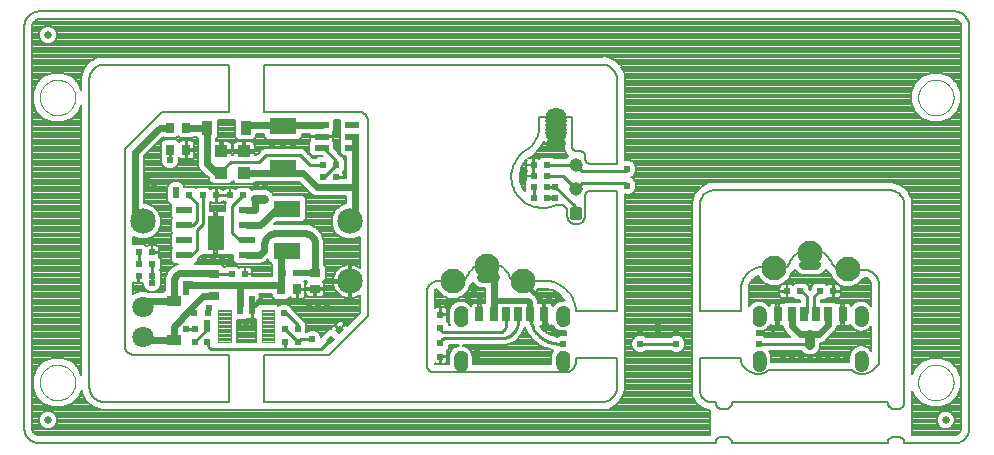
<source format=gtl>
G75*
G70*
%OFA0B0*%
%FSLAX24Y24*%
%IPPOS*%
%LPD*%
%AMOC8*
5,1,8,0,0,1.08239X$1,22.5*
%
%ADD10C,0.0050*%
%ADD11C,0.0000*%
%ADD12R,0.0197X0.0220*%
%ADD13R,0.0315X0.0472*%
%ADD14R,0.0250X0.0472*%
%ADD15C,0.0277*%
%ADD16C,0.0004*%
%ADD17C,0.0827*%
%ADD18C,0.0850*%
%ADD19R,0.0220X0.0197*%
%ADD20C,0.0709*%
%ADD21R,0.0236X0.0600*%
%ADD22C,0.0045*%
%ADD23C,0.0450*%
%ADD24C,0.0120*%
%ADD25C,0.0250*%
%ADD26R,0.0433X0.0394*%
%ADD27R,0.0250X0.0197*%
%ADD28R,0.0472X0.0217*%
%ADD29R,0.0358X0.0480*%
%ADD30R,0.0906X0.0551*%
%ADD31R,0.0250X0.0354*%
%ADD32R,0.0354X0.0315*%
%ADD33R,0.0480X0.0358*%
%ADD34R,0.0551X0.0236*%
%ADD35R,0.0551X0.1181*%
%ADD36R,0.0354X0.0250*%
%ADD37C,0.0080*%
%ADD38C,0.0240*%
%ADD39C,0.0100*%
%ADD40C,0.0300*%
%ADD41C,0.0160*%
%ADD42C,0.0300*%
%ADD43C,0.0280*%
%ADD44C,0.0240*%
%ADD45C,0.0360*%
%ADD46C,0.0200*%
%ADD47C,0.0320*%
D10*
X001034Y000534D02*
X023572Y000534D01*
X023572Y000562D01*
X023576Y000590D01*
X023583Y000617D01*
X023594Y000643D01*
X023608Y000667D01*
X023625Y000689D01*
X023645Y000709D01*
X023667Y000726D01*
X023691Y000740D01*
X023717Y000751D01*
X023744Y000758D01*
X023772Y000762D01*
X023922Y000762D01*
X023950Y000758D01*
X023977Y000751D01*
X024003Y000740D01*
X024027Y000726D01*
X024049Y000709D01*
X024069Y000689D01*
X024086Y000667D01*
X024100Y000643D01*
X024111Y000617D01*
X024118Y000590D01*
X024122Y000562D01*
X024122Y000534D01*
X029309Y000534D01*
X029309Y000562D01*
X029313Y000590D01*
X029320Y000617D01*
X029331Y000643D01*
X029345Y000667D01*
X029362Y000689D01*
X029382Y000709D01*
X029404Y000726D01*
X029428Y000740D01*
X029454Y000751D01*
X029481Y000758D01*
X029509Y000762D01*
X029659Y000762D01*
X029688Y000758D01*
X029715Y000751D01*
X029741Y000741D01*
X029766Y000727D01*
X029789Y000710D01*
X029809Y000690D01*
X029827Y000668D01*
X029841Y000643D01*
X029853Y000617D01*
X029860Y000590D01*
X029864Y000562D01*
X029865Y000534D01*
X029864Y000534D02*
X031519Y000534D01*
X031518Y000533D02*
X031563Y000534D01*
X031606Y000540D01*
X031650Y000549D01*
X031692Y000562D01*
X031733Y000578D01*
X031772Y000598D01*
X031810Y000621D01*
X031845Y000648D01*
X031878Y000677D01*
X031908Y000710D01*
X031935Y000744D01*
X031959Y000781D01*
X031980Y000820D01*
X031998Y000861D01*
X032011Y000903D01*
X032021Y000946D01*
X032028Y000989D01*
X032030Y001033D01*
X032030Y001034D02*
X032030Y014435D01*
X032027Y014478D01*
X032021Y014522D01*
X032011Y014565D01*
X031997Y014607D01*
X031980Y014647D01*
X031959Y014686D01*
X031935Y014723D01*
X031908Y014758D01*
X031877Y014790D01*
X031845Y014819D01*
X031809Y014845D01*
X031772Y014869D01*
X031733Y014888D01*
X031692Y014905D01*
X031649Y014917D01*
X031606Y014926D01*
X031563Y014932D01*
X031518Y014933D01*
X031519Y014933D02*
X001034Y014933D01*
X000990Y014931D01*
X000947Y014926D01*
X000905Y014916D01*
X000863Y014903D01*
X000823Y014887D01*
X000784Y014867D01*
X000748Y014843D01*
X000713Y014817D01*
X000681Y014788D01*
X000651Y014756D01*
X000625Y014721D01*
X000601Y014684D01*
X000581Y014646D01*
X000564Y014606D01*
X000551Y014564D01*
X000542Y014522D01*
X000536Y014478D01*
X000534Y014435D01*
X000534Y001034D01*
X000536Y000990D01*
X000542Y000947D01*
X000551Y000905D01*
X000564Y000863D01*
X000581Y000823D01*
X000601Y000784D01*
X000624Y000747D01*
X000651Y000713D01*
X000680Y000680D01*
X000713Y000651D01*
X000747Y000624D01*
X000784Y000601D01*
X000823Y000581D01*
X000863Y000564D01*
X000905Y000551D01*
X000947Y000542D01*
X000990Y000536D01*
X001034Y000534D01*
X003249Y001912D02*
X007340Y001912D01*
X007340Y003486D01*
X004184Y003486D01*
X004150Y003488D01*
X004117Y003493D01*
X004084Y003502D01*
X004053Y003515D01*
X004023Y003531D01*
X003995Y003551D01*
X003970Y003573D01*
X003947Y003598D01*
X003927Y003626D01*
X003911Y003655D01*
X003898Y003687D01*
X003888Y003719D01*
X003882Y003752D01*
X003880Y003786D01*
X003880Y010336D01*
X005130Y011586D01*
X007340Y011586D01*
X007340Y013161D01*
X003175Y013161D01*
X003130Y013155D01*
X003086Y013146D01*
X003043Y013134D01*
X003002Y013117D01*
X002962Y013097D01*
X002923Y013073D01*
X002887Y013047D01*
X002854Y013017D01*
X002823Y012984D01*
X002795Y012949D01*
X002771Y012912D01*
X002749Y012872D01*
X002732Y012831D01*
X002718Y012788D01*
X002707Y012745D01*
X002701Y012700D01*
X002698Y012656D01*
X002699Y012611D01*
X002699Y002387D01*
X002704Y002345D01*
X002712Y002303D01*
X002724Y002262D01*
X002739Y002222D01*
X002757Y002184D01*
X002779Y002147D01*
X002803Y002112D01*
X002830Y002080D01*
X002860Y002049D01*
X002892Y002022D01*
X002926Y001997D01*
X002963Y001974D01*
X003001Y001955D01*
X003040Y001940D01*
X003081Y001927D01*
X003122Y001918D01*
X003164Y001912D01*
X003207Y001910D01*
X003249Y001911D01*
X008521Y001912D02*
X008521Y003486D01*
X010680Y003486D01*
X011980Y004786D01*
X011980Y011286D01*
X011978Y011320D01*
X011972Y011353D01*
X011963Y011385D01*
X011950Y011416D01*
X011934Y011446D01*
X011915Y011473D01*
X011892Y011498D01*
X011867Y011521D01*
X011840Y011540D01*
X011810Y011556D01*
X011779Y011569D01*
X011747Y011578D01*
X011714Y011584D01*
X011680Y011586D01*
X008521Y011586D01*
X008521Y013161D01*
X019741Y013161D01*
X020291Y012686D02*
X020291Y009857D01*
X019373Y009857D01*
X019350Y009861D01*
X019328Y009868D01*
X019307Y009878D01*
X019288Y009891D01*
X019271Y009907D01*
X019257Y009925D01*
X019245Y009945D01*
X019236Y009966D01*
X019230Y009988D01*
X019227Y010011D01*
X019228Y010034D01*
X019228Y010097D01*
X019228Y010120D01*
X019224Y010143D01*
X019218Y010165D01*
X019208Y010186D01*
X019196Y010205D01*
X019181Y010222D01*
X019163Y010237D01*
X019144Y010250D01*
X019123Y010259D01*
X019101Y010265D01*
X019078Y010269D01*
X018938Y010269D01*
X018938Y010270D02*
X018915Y010273D01*
X018893Y010280D01*
X018872Y010290D01*
X018852Y010303D01*
X018835Y010319D01*
X018819Y010336D01*
X018807Y010356D01*
X018798Y010378D01*
X018791Y010400D01*
X018788Y010423D01*
X018789Y010447D01*
X018788Y010447D02*
X018788Y011397D01*
X017688Y011397D01*
X017688Y010897D01*
X017688Y010896D02*
X017670Y010836D01*
X017648Y010777D01*
X017622Y010720D01*
X017593Y010664D01*
X017561Y010611D01*
X017525Y010559D01*
X017487Y010509D01*
X017446Y010462D01*
X017401Y010417D01*
X017355Y010376D01*
X017305Y010337D01*
X017254Y010301D01*
X017200Y010268D01*
X017200Y010269D02*
X017150Y010231D01*
X017102Y010190D01*
X017057Y010146D01*
X017015Y010100D01*
X016975Y010051D01*
X016939Y009999D01*
X016906Y009946D01*
X016876Y009891D01*
X016849Y009834D01*
X016826Y009775D01*
X016807Y009715D01*
X016791Y009654D01*
X016779Y009593D01*
X016770Y009530D01*
X016766Y009467D01*
X016765Y009405D01*
X016768Y009342D01*
X016775Y009279D01*
X016786Y009217D01*
X016800Y009156D01*
X016818Y009096D01*
X016840Y009037D01*
X016865Y008979D01*
X016894Y008923D01*
X016926Y008869D01*
X016961Y008817D01*
X016999Y008767D01*
X017040Y008719D01*
X017085Y008674D01*
X017131Y008632D01*
X017180Y008593D01*
X017232Y008557D01*
X017285Y008524D01*
X017341Y008494D01*
X017398Y008468D01*
X017456Y008445D01*
X017516Y008426D01*
X017577Y008410D01*
X017639Y008398D01*
X017701Y008390D01*
X017764Y008386D01*
X017827Y008385D01*
X017890Y008389D01*
X017952Y008396D01*
X018014Y008407D01*
X018076Y008421D01*
X018136Y008439D01*
X018195Y008461D01*
X018252Y008487D01*
X018253Y008486D02*
X018473Y008486D01*
X018623Y008336D01*
X018623Y008137D01*
X018622Y008137D02*
X018624Y008103D01*
X018630Y008070D01*
X018639Y008037D01*
X018652Y008006D01*
X018668Y007976D01*
X018688Y007948D01*
X018711Y007923D01*
X018736Y007900D01*
X018764Y007880D01*
X018794Y007864D01*
X018825Y007851D01*
X018858Y007842D01*
X018891Y007836D01*
X018925Y007834D01*
X018959Y007836D01*
X018992Y007842D01*
X019025Y007851D01*
X019056Y007864D01*
X019086Y007880D01*
X019114Y007900D01*
X019139Y007923D01*
X019162Y007948D01*
X019182Y007976D01*
X019198Y008006D01*
X019211Y008037D01*
X019220Y008070D01*
X019226Y008103D01*
X019228Y008137D01*
X019228Y008808D01*
X019231Y008831D01*
X019238Y008853D01*
X019248Y008874D01*
X019261Y008894D01*
X019276Y008911D01*
X019294Y008926D01*
X019314Y008938D01*
X019335Y008948D01*
X019358Y008954D01*
X019381Y008957D01*
X019404Y008956D01*
X019404Y008957D02*
X020291Y008957D01*
X020291Y004942D01*
X018913Y004942D01*
X018913Y004998D01*
X018905Y005061D01*
X018893Y005124D01*
X018877Y005187D01*
X018858Y005248D01*
X018835Y005308D01*
X018808Y005366D01*
X018778Y005423D01*
X018744Y005478D01*
X018707Y005531D01*
X018667Y005581D01*
X018624Y005629D01*
X018579Y005674D01*
X018530Y005716D01*
X018480Y005756D01*
X018426Y005792D01*
X018371Y005825D01*
X018314Y005854D01*
X018255Y005880D01*
X018195Y005903D01*
X018134Y005922D01*
X018071Y005937D01*
X018008Y005948D01*
X017944Y005955D01*
X017880Y005959D01*
X017816Y005958D01*
X017751Y005954D01*
X017751Y005955D02*
X016819Y005955D01*
X016795Y005970D01*
X016772Y005988D01*
X016752Y006008D01*
X016734Y006031D01*
X016719Y006055D01*
X016699Y006105D01*
X016676Y006153D01*
X016649Y006200D01*
X016619Y006245D01*
X016585Y006287D01*
X016549Y006327D01*
X016511Y006365D01*
X016469Y006399D01*
X016426Y006431D01*
X016380Y006460D01*
X016332Y006485D01*
X016283Y006507D01*
X016233Y006525D01*
X016181Y006540D01*
X016128Y006551D01*
X016075Y006559D01*
X016021Y006563D01*
X015967Y006563D01*
X015913Y006559D01*
X015860Y006551D01*
X015807Y006540D01*
X015755Y006525D01*
X015705Y006507D01*
X015656Y006485D01*
X015608Y006460D01*
X015562Y006431D01*
X015519Y006399D01*
X015477Y006365D01*
X015439Y006327D01*
X015403Y006287D01*
X015369Y006245D01*
X015339Y006200D01*
X015312Y006153D01*
X015289Y006105D01*
X015269Y006055D01*
X015169Y005955D02*
X014319Y005955D01*
X014319Y005954D02*
X014281Y005950D01*
X014244Y005943D01*
X014208Y005933D01*
X014173Y005919D01*
X014139Y005901D01*
X014108Y005881D01*
X014078Y005857D01*
X014051Y005830D01*
X014027Y005802D01*
X014006Y005770D01*
X013988Y005737D01*
X013973Y005702D01*
X013962Y005666D01*
X013954Y005629D01*
X013950Y005592D01*
X013949Y005554D01*
X013949Y005555D02*
X013949Y003149D01*
X013951Y003119D01*
X013956Y003089D01*
X013965Y003060D01*
X013978Y003033D01*
X013993Y003007D01*
X014012Y002983D01*
X014033Y002962D01*
X014057Y002943D01*
X014083Y002928D01*
X014110Y002915D01*
X014139Y002906D01*
X014169Y002901D01*
X014199Y002899D01*
X018559Y002899D01*
X018913Y003247D02*
X018913Y003367D01*
X020291Y003367D01*
X020291Y002462D01*
X020291Y002461D02*
X020292Y002419D01*
X020290Y002376D01*
X020284Y002334D01*
X020275Y002293D01*
X020262Y002252D01*
X020247Y002213D01*
X020228Y002175D01*
X020205Y002138D01*
X020180Y002104D01*
X020153Y002072D01*
X020122Y002042D01*
X020090Y002015D01*
X020055Y001991D01*
X020018Y001969D01*
X019980Y001951D01*
X019940Y001936D01*
X019899Y001924D01*
X019857Y001916D01*
X019815Y001911D01*
X019815Y001912D02*
X008521Y001912D01*
X006194Y004868D02*
X006194Y004873D01*
X006059Y005009D01*
X009089Y006234D02*
X009094Y006229D01*
X009139Y006229D01*
X015168Y005955D02*
X015192Y005970D01*
X015215Y005988D01*
X015235Y006008D01*
X015253Y006031D01*
X015268Y006055D01*
X018559Y002899D02*
X018596Y002901D01*
X018632Y002906D01*
X018668Y002915D01*
X018702Y002928D01*
X018735Y002945D01*
X018766Y002964D01*
X018795Y002987D01*
X018821Y003013D01*
X018844Y003041D01*
X018865Y003072D01*
X018882Y003105D01*
X018895Y003139D01*
X018905Y003174D01*
X018911Y003211D01*
X018913Y003247D01*
X023047Y003367D02*
X023047Y002275D01*
X023046Y002275D02*
X023051Y002237D01*
X023060Y002199D01*
X023072Y002162D01*
X023088Y002127D01*
X023107Y002093D01*
X023130Y002061D01*
X023155Y002032D01*
X023184Y002005D01*
X023214Y001981D01*
X023247Y001961D01*
X023282Y001943D01*
X023318Y001929D01*
X023356Y001919D01*
X023394Y001913D01*
X023433Y001910D01*
X023472Y001911D01*
X023472Y001912D02*
X023572Y001912D01*
X023572Y001884D01*
X023576Y001856D01*
X023583Y001829D01*
X023594Y001803D01*
X023608Y001779D01*
X023625Y001757D01*
X023645Y001737D01*
X023667Y001720D01*
X023691Y001706D01*
X023717Y001695D01*
X023744Y001688D01*
X023772Y001684D01*
X023922Y001684D01*
X023950Y001688D01*
X023977Y001695D01*
X024003Y001706D01*
X024027Y001720D01*
X024049Y001737D01*
X024069Y001757D01*
X024086Y001779D01*
X024100Y001803D01*
X024111Y001829D01*
X024118Y001856D01*
X024122Y001884D01*
X024122Y001912D01*
X029309Y001912D01*
X029309Y001884D01*
X029313Y001856D01*
X029320Y001829D01*
X029331Y001803D01*
X029345Y001779D01*
X029362Y001757D01*
X029382Y001737D01*
X029404Y001720D01*
X029428Y001706D01*
X029454Y001695D01*
X029481Y001688D01*
X029509Y001684D01*
X029659Y001684D01*
X029659Y001683D02*
X029688Y001687D01*
X029715Y001694D01*
X029741Y001704D01*
X029766Y001718D01*
X029789Y001735D01*
X029809Y001755D01*
X029827Y001777D01*
X029841Y001802D01*
X029853Y001828D01*
X029860Y001855D01*
X029864Y001883D01*
X029865Y001911D01*
X029864Y001912D02*
X029864Y008502D01*
X029865Y008502D02*
X029860Y008544D01*
X029852Y008586D01*
X029840Y008627D01*
X029825Y008667D01*
X029807Y008705D01*
X029785Y008742D01*
X029761Y008777D01*
X029734Y008809D01*
X029704Y008840D01*
X029672Y008867D01*
X029638Y008892D01*
X029601Y008915D01*
X029563Y008934D01*
X029524Y008949D01*
X029483Y008962D01*
X029442Y008971D01*
X029400Y008977D01*
X029357Y008979D01*
X029315Y008978D01*
X029314Y008977D02*
X023522Y008977D01*
X023522Y008978D02*
X023477Y008972D01*
X023433Y008963D01*
X023390Y008951D01*
X023349Y008934D01*
X023309Y008914D01*
X023270Y008890D01*
X023234Y008864D01*
X023201Y008834D01*
X023170Y008801D01*
X023142Y008766D01*
X023118Y008729D01*
X023096Y008689D01*
X023079Y008648D01*
X023065Y008605D01*
X023054Y008562D01*
X023048Y008517D01*
X023045Y008473D01*
X023046Y008428D01*
X023047Y008427D02*
X023047Y004942D01*
X024425Y004942D01*
X024425Y005745D01*
X024431Y005797D01*
X024441Y005849D01*
X024454Y005900D01*
X024471Y005950D01*
X024492Y005998D01*
X024516Y006045D01*
X024544Y006090D01*
X024575Y006132D01*
X024609Y006173D01*
X024646Y006210D01*
X024685Y006245D01*
X024727Y006277D01*
X024771Y006306D01*
X024817Y006331D01*
X024865Y006353D01*
X024915Y006372D01*
X024965Y006386D01*
X025017Y006397D01*
X025069Y006404D01*
X025069Y006405D02*
X025919Y006405D01*
X025942Y006420D01*
X025965Y006438D01*
X025985Y006458D01*
X026003Y006481D01*
X026018Y006505D01*
X026019Y006505D02*
X026039Y006555D01*
X026062Y006603D01*
X026089Y006650D01*
X026119Y006695D01*
X026153Y006737D01*
X026189Y006777D01*
X026227Y006815D01*
X026269Y006849D01*
X026312Y006881D01*
X026358Y006910D01*
X026406Y006935D01*
X026455Y006957D01*
X026505Y006975D01*
X026557Y006990D01*
X026610Y007001D01*
X026663Y007009D01*
X026717Y007013D01*
X026771Y007013D01*
X026825Y007009D01*
X026878Y007001D01*
X026931Y006990D01*
X026983Y006975D01*
X027033Y006957D01*
X027082Y006935D01*
X027130Y006910D01*
X027176Y006881D01*
X027219Y006849D01*
X027261Y006815D01*
X027299Y006777D01*
X027335Y006737D01*
X027369Y006695D01*
X027399Y006650D01*
X027426Y006603D01*
X027449Y006555D01*
X027469Y006505D01*
X027491Y006470D01*
X027515Y006438D01*
X027542Y006407D01*
X027571Y006378D01*
X027602Y006351D01*
X027634Y006327D01*
X027669Y006305D01*
X028601Y006305D01*
X028601Y006304D02*
X028643Y006297D01*
X028684Y006286D01*
X028724Y006272D01*
X028762Y006254D01*
X028799Y006233D01*
X028834Y006208D01*
X028866Y006181D01*
X028896Y006151D01*
X028924Y006119D01*
X028948Y006084D01*
X028969Y006048D01*
X028988Y006009D01*
X029002Y005969D01*
X029013Y005928D01*
X029021Y005887D01*
X029024Y005845D01*
X029025Y005845D02*
X029025Y003231D01*
X029024Y003231D02*
X029004Y003187D01*
X028980Y003145D01*
X028953Y003105D01*
X028923Y003067D01*
X028890Y003032D01*
X028854Y002999D01*
X028816Y002969D01*
X028776Y002942D01*
X028733Y002919D01*
X028689Y002899D01*
X028644Y002882D01*
X028597Y002869D01*
X028550Y002860D01*
X028502Y002855D01*
X028453Y002853D01*
X028405Y002855D01*
X028357Y002861D01*
X028310Y002871D01*
X028263Y002884D01*
X028218Y002901D01*
X028121Y002995D02*
X025331Y002995D01*
X025330Y002995D02*
X025316Y002971D01*
X025299Y002949D01*
X025278Y002930D01*
X025255Y002914D01*
X025231Y002901D01*
X024425Y003231D02*
X024425Y003367D01*
X023047Y003367D01*
X024425Y003231D02*
X024445Y003187D01*
X024469Y003145D01*
X024496Y003105D01*
X024526Y003067D01*
X024559Y003032D01*
X024595Y002999D01*
X024633Y002969D01*
X024673Y002942D01*
X024716Y002919D01*
X024760Y002899D01*
X024805Y002882D01*
X024852Y002869D01*
X024899Y002860D01*
X024947Y002855D01*
X024996Y002853D01*
X025044Y002855D01*
X025092Y002861D01*
X025139Y002871D01*
X025186Y002884D01*
X025231Y002901D01*
X028121Y002995D02*
X028135Y002971D01*
X028152Y002949D01*
X028171Y002930D01*
X028194Y002914D01*
X028218Y002901D01*
X011561Y010384D02*
X011557Y010388D01*
X011461Y010388D01*
X011561Y010706D02*
X011461Y010762D01*
X019741Y013161D02*
X019783Y013162D01*
X019826Y013160D01*
X019868Y013154D01*
X019909Y013145D01*
X019950Y013132D01*
X019989Y013117D01*
X020027Y013098D01*
X020064Y013075D01*
X020098Y013050D01*
X020130Y013023D01*
X020160Y012992D01*
X020187Y012960D01*
X020211Y012925D01*
X020233Y012888D01*
X020251Y012850D01*
X020266Y012810D01*
X020278Y012769D01*
X020286Y012727D01*
X020291Y012685D01*
D11*
X030325Y012065D02*
X030327Y012113D01*
X030333Y012161D01*
X030343Y012208D01*
X030356Y012254D01*
X030374Y012299D01*
X030394Y012343D01*
X030419Y012385D01*
X030447Y012424D01*
X030477Y012461D01*
X030511Y012495D01*
X030548Y012527D01*
X030586Y012556D01*
X030627Y012581D01*
X030670Y012603D01*
X030715Y012621D01*
X030761Y012635D01*
X030808Y012646D01*
X030856Y012653D01*
X030904Y012656D01*
X030952Y012655D01*
X031000Y012650D01*
X031048Y012641D01*
X031094Y012629D01*
X031139Y012612D01*
X031183Y012592D01*
X031225Y012569D01*
X031265Y012542D01*
X031303Y012512D01*
X031338Y012479D01*
X031370Y012443D01*
X031400Y012405D01*
X031426Y012364D01*
X031448Y012321D01*
X031468Y012277D01*
X031483Y012232D01*
X031495Y012185D01*
X031503Y012137D01*
X031507Y012089D01*
X031507Y012041D01*
X031503Y011993D01*
X031495Y011945D01*
X031483Y011898D01*
X031468Y011853D01*
X031448Y011809D01*
X031426Y011766D01*
X031400Y011725D01*
X031370Y011687D01*
X031338Y011651D01*
X031303Y011618D01*
X031265Y011588D01*
X031225Y011561D01*
X031183Y011538D01*
X031139Y011518D01*
X031094Y011501D01*
X031048Y011489D01*
X031000Y011480D01*
X030952Y011475D01*
X030904Y011474D01*
X030856Y011477D01*
X030808Y011484D01*
X030761Y011495D01*
X030715Y011509D01*
X030670Y011527D01*
X030627Y011549D01*
X030586Y011574D01*
X030548Y011603D01*
X030511Y011635D01*
X030477Y011669D01*
X030447Y011706D01*
X030419Y011745D01*
X030394Y011787D01*
X030374Y011831D01*
X030356Y011876D01*
X030343Y011922D01*
X030333Y011969D01*
X030327Y012017D01*
X030325Y012065D01*
X030325Y002565D02*
X030327Y002613D01*
X030333Y002661D01*
X030343Y002708D01*
X030356Y002754D01*
X030374Y002799D01*
X030394Y002843D01*
X030419Y002885D01*
X030447Y002924D01*
X030477Y002961D01*
X030511Y002995D01*
X030548Y003027D01*
X030586Y003056D01*
X030627Y003081D01*
X030670Y003103D01*
X030715Y003121D01*
X030761Y003135D01*
X030808Y003146D01*
X030856Y003153D01*
X030904Y003156D01*
X030952Y003155D01*
X031000Y003150D01*
X031048Y003141D01*
X031094Y003129D01*
X031139Y003112D01*
X031183Y003092D01*
X031225Y003069D01*
X031265Y003042D01*
X031303Y003012D01*
X031338Y002979D01*
X031370Y002943D01*
X031400Y002905D01*
X031426Y002864D01*
X031448Y002821D01*
X031468Y002777D01*
X031483Y002732D01*
X031495Y002685D01*
X031503Y002637D01*
X031507Y002589D01*
X031507Y002541D01*
X031503Y002493D01*
X031495Y002445D01*
X031483Y002398D01*
X031468Y002353D01*
X031448Y002309D01*
X031426Y002266D01*
X031400Y002225D01*
X031370Y002187D01*
X031338Y002151D01*
X031303Y002118D01*
X031265Y002088D01*
X031225Y002061D01*
X031183Y002038D01*
X031139Y002018D01*
X031094Y002001D01*
X031048Y001989D01*
X031000Y001980D01*
X030952Y001975D01*
X030904Y001974D01*
X030856Y001977D01*
X030808Y001984D01*
X030761Y001995D01*
X030715Y002009D01*
X030670Y002027D01*
X030627Y002049D01*
X030586Y002074D01*
X030548Y002103D01*
X030511Y002135D01*
X030477Y002169D01*
X030447Y002206D01*
X030419Y002245D01*
X030394Y002287D01*
X030374Y002331D01*
X030356Y002376D01*
X030343Y002422D01*
X030333Y002469D01*
X030327Y002517D01*
X030325Y002565D01*
X001046Y002565D02*
X001048Y002613D01*
X001054Y002661D01*
X001064Y002708D01*
X001077Y002754D01*
X001095Y002799D01*
X001115Y002843D01*
X001140Y002885D01*
X001168Y002924D01*
X001198Y002961D01*
X001232Y002995D01*
X001269Y003027D01*
X001307Y003056D01*
X001348Y003081D01*
X001391Y003103D01*
X001436Y003121D01*
X001482Y003135D01*
X001529Y003146D01*
X001577Y003153D01*
X001625Y003156D01*
X001673Y003155D01*
X001721Y003150D01*
X001769Y003141D01*
X001815Y003129D01*
X001860Y003112D01*
X001904Y003092D01*
X001946Y003069D01*
X001986Y003042D01*
X002024Y003012D01*
X002059Y002979D01*
X002091Y002943D01*
X002121Y002905D01*
X002147Y002864D01*
X002169Y002821D01*
X002189Y002777D01*
X002204Y002732D01*
X002216Y002685D01*
X002224Y002637D01*
X002228Y002589D01*
X002228Y002541D01*
X002224Y002493D01*
X002216Y002445D01*
X002204Y002398D01*
X002189Y002353D01*
X002169Y002309D01*
X002147Y002266D01*
X002121Y002225D01*
X002091Y002187D01*
X002059Y002151D01*
X002024Y002118D01*
X001986Y002088D01*
X001946Y002061D01*
X001904Y002038D01*
X001860Y002018D01*
X001815Y002001D01*
X001769Y001989D01*
X001721Y001980D01*
X001673Y001975D01*
X001625Y001974D01*
X001577Y001977D01*
X001529Y001984D01*
X001482Y001995D01*
X001436Y002009D01*
X001391Y002027D01*
X001348Y002049D01*
X001307Y002074D01*
X001269Y002103D01*
X001232Y002135D01*
X001198Y002169D01*
X001168Y002206D01*
X001140Y002245D01*
X001115Y002287D01*
X001095Y002331D01*
X001077Y002376D01*
X001064Y002422D01*
X001054Y002469D01*
X001048Y002517D01*
X001046Y002565D01*
X001046Y012065D02*
X001048Y012113D01*
X001054Y012161D01*
X001064Y012208D01*
X001077Y012254D01*
X001095Y012299D01*
X001115Y012343D01*
X001140Y012385D01*
X001168Y012424D01*
X001198Y012461D01*
X001232Y012495D01*
X001269Y012527D01*
X001307Y012556D01*
X001348Y012581D01*
X001391Y012603D01*
X001436Y012621D01*
X001482Y012635D01*
X001529Y012646D01*
X001577Y012653D01*
X001625Y012656D01*
X001673Y012655D01*
X001721Y012650D01*
X001769Y012641D01*
X001815Y012629D01*
X001860Y012612D01*
X001904Y012592D01*
X001946Y012569D01*
X001986Y012542D01*
X002024Y012512D01*
X002059Y012479D01*
X002091Y012443D01*
X002121Y012405D01*
X002147Y012364D01*
X002169Y012321D01*
X002189Y012277D01*
X002204Y012232D01*
X002216Y012185D01*
X002224Y012137D01*
X002228Y012089D01*
X002228Y012041D01*
X002224Y011993D01*
X002216Y011945D01*
X002204Y011898D01*
X002189Y011853D01*
X002169Y011809D01*
X002147Y011766D01*
X002121Y011725D01*
X002091Y011687D01*
X002059Y011651D01*
X002024Y011618D01*
X001986Y011588D01*
X001946Y011561D01*
X001904Y011538D01*
X001860Y011518D01*
X001815Y011501D01*
X001769Y011489D01*
X001721Y011480D01*
X001673Y011475D01*
X001625Y011474D01*
X001577Y011477D01*
X001529Y011484D01*
X001482Y011495D01*
X001436Y011509D01*
X001391Y011527D01*
X001348Y011549D01*
X001307Y011574D01*
X001269Y011603D01*
X001232Y011635D01*
X001198Y011669D01*
X001168Y011706D01*
X001140Y011745D01*
X001115Y011787D01*
X001095Y011831D01*
X001077Y011876D01*
X001064Y011922D01*
X001054Y011969D01*
X001048Y012017D01*
X001046Y012065D01*
D12*
X014396Y004824D03*
X014396Y004377D03*
X014396Y003874D03*
X014396Y003427D03*
X009655Y003910D03*
X009230Y003910D03*
X009230Y004357D03*
X009655Y004357D03*
X006630Y004357D03*
X006205Y004357D03*
X006205Y003910D03*
X006630Y003910D03*
D13*
X015699Y004832D03*
X016183Y004832D03*
X017380Y004832D03*
X017864Y004832D03*
X025642Y004832D03*
X026126Y004832D03*
X027323Y004832D03*
X027807Y004832D03*
D14*
X026921Y004832D03*
X026528Y004832D03*
X016979Y004832D03*
X016585Y004832D03*
D15*
X015082Y004779D03*
X015082Y003283D03*
X018482Y003283D03*
X018482Y004779D03*
X025025Y004779D03*
X025025Y003283D03*
X028425Y003283D03*
X028425Y004779D03*
D16*
X028639Y004779D02*
X028210Y004779D01*
X028210Y004777D02*
X028639Y004777D01*
X028639Y004775D02*
X028210Y004775D01*
X028210Y004772D02*
X028639Y004772D01*
X028639Y004770D02*
X028210Y004770D01*
X028210Y004767D02*
X028639Y004767D01*
X028639Y004765D02*
X028210Y004765D01*
X028210Y004762D02*
X028639Y004762D01*
X028639Y004760D02*
X028210Y004760D01*
X028210Y004757D02*
X028639Y004757D01*
X028639Y004755D02*
X028210Y004755D01*
X028210Y004753D02*
X028639Y004753D01*
X028639Y004750D02*
X028210Y004750D01*
X028210Y004748D02*
X028639Y004748D01*
X028639Y004745D02*
X028210Y004745D01*
X028210Y004743D02*
X028639Y004743D01*
X028639Y004740D02*
X028210Y004740D01*
X028210Y004738D02*
X028639Y004738D01*
X028639Y004736D02*
X028210Y004736D01*
X028210Y004733D02*
X028639Y004733D01*
X028639Y004731D02*
X028210Y004731D01*
X028210Y004728D02*
X028639Y004728D01*
X028639Y004726D02*
X028210Y004726D01*
X028210Y004723D02*
X028639Y004723D01*
X028639Y004721D02*
X028210Y004721D01*
X028210Y004718D02*
X028639Y004718D01*
X028639Y004716D02*
X028210Y004716D01*
X028210Y004714D02*
X028639Y004714D01*
X028639Y004711D02*
X028210Y004711D01*
X028210Y004709D02*
X028639Y004709D01*
X028639Y004706D02*
X028210Y004706D01*
X028210Y004704D02*
X028639Y004704D01*
X028639Y004701D02*
X028210Y004701D01*
X028210Y004699D02*
X028639Y004699D01*
X028639Y004697D02*
X028210Y004697D01*
X028210Y004694D02*
X028639Y004694D01*
X028639Y004692D02*
X028210Y004692D01*
X028210Y004689D02*
X028639Y004689D01*
X028639Y004687D02*
X028210Y004687D01*
X028210Y004684D02*
X028639Y004684D01*
X028639Y004682D02*
X028210Y004682D01*
X028210Y004679D02*
X028639Y004679D01*
X028639Y004677D02*
X028210Y004677D01*
X028210Y004675D02*
X028639Y004675D01*
X028639Y004672D02*
X028210Y004672D01*
X028210Y004670D02*
X028639Y004670D01*
X028639Y004667D02*
X028210Y004667D01*
X028210Y004665D02*
X028639Y004665D01*
X028639Y004662D02*
X028210Y004662D01*
X028210Y004661D02*
X028210Y004897D01*
X028215Y004945D01*
X028634Y004945D01*
X028639Y004897D01*
X028639Y004661D01*
X028634Y004613D01*
X028618Y004568D01*
X028593Y004527D01*
X028559Y004493D01*
X028518Y004468D01*
X028472Y004452D01*
X028425Y004446D01*
X028377Y004452D01*
X028331Y004468D01*
X028291Y004493D01*
X028257Y004527D01*
X028231Y004568D01*
X028215Y004613D01*
X028210Y004661D01*
X028210Y004660D02*
X028639Y004660D01*
X028639Y004658D02*
X028210Y004658D01*
X028210Y004655D02*
X028639Y004655D01*
X028639Y004653D02*
X028211Y004653D01*
X028211Y004650D02*
X028638Y004650D01*
X028638Y004648D02*
X028211Y004648D01*
X028212Y004645D02*
X028638Y004645D01*
X028637Y004643D02*
X028212Y004643D01*
X028212Y004640D02*
X028637Y004640D01*
X028637Y004638D02*
X028212Y004638D01*
X028213Y004636D02*
X028637Y004636D01*
X028636Y004633D02*
X028213Y004633D01*
X028213Y004631D02*
X028636Y004631D01*
X028636Y004628D02*
X028214Y004628D01*
X028214Y004626D02*
X028636Y004626D01*
X028635Y004623D02*
X028214Y004623D01*
X028214Y004621D02*
X028635Y004621D01*
X028635Y004619D02*
X028215Y004619D01*
X028215Y004616D02*
X028634Y004616D01*
X028634Y004614D02*
X028215Y004614D01*
X028216Y004611D02*
X028633Y004611D01*
X028632Y004609D02*
X028217Y004609D01*
X028218Y004606D02*
X028632Y004606D01*
X028631Y004604D02*
X028219Y004604D01*
X028219Y004601D02*
X028630Y004601D01*
X028629Y004599D02*
X028220Y004599D01*
X028221Y004597D02*
X028628Y004597D01*
X028627Y004594D02*
X028222Y004594D01*
X028223Y004592D02*
X028627Y004592D01*
X028626Y004589D02*
X028224Y004589D01*
X028224Y004587D02*
X028625Y004587D01*
X028624Y004584D02*
X028225Y004584D01*
X028226Y004582D02*
X028623Y004582D01*
X028622Y004580D02*
X028227Y004580D01*
X028228Y004577D02*
X028621Y004577D01*
X028621Y004575D02*
X028229Y004575D01*
X028230Y004572D02*
X028620Y004572D01*
X028619Y004570D02*
X028230Y004570D01*
X028232Y004567D02*
X028618Y004567D01*
X028616Y004565D02*
X028233Y004565D01*
X028235Y004562D02*
X028615Y004562D01*
X028613Y004560D02*
X028236Y004560D01*
X028238Y004558D02*
X028612Y004558D01*
X028610Y004555D02*
X028239Y004555D01*
X028241Y004553D02*
X028609Y004553D01*
X028607Y004550D02*
X028242Y004550D01*
X028244Y004548D02*
X028606Y004548D01*
X028604Y004545D02*
X028245Y004545D01*
X028247Y004543D02*
X028602Y004543D01*
X028601Y004541D02*
X028248Y004541D01*
X028250Y004538D02*
X028599Y004538D01*
X028598Y004536D02*
X028251Y004536D01*
X028253Y004533D02*
X028596Y004533D01*
X028595Y004531D02*
X028254Y004531D01*
X028256Y004528D02*
X028593Y004528D01*
X028591Y004526D02*
X028258Y004526D01*
X028260Y004523D02*
X028589Y004523D01*
X028586Y004521D02*
X028263Y004521D01*
X028265Y004519D02*
X028584Y004519D01*
X028581Y004516D02*
X028268Y004516D01*
X028270Y004514D02*
X028579Y004514D01*
X028577Y004511D02*
X028273Y004511D01*
X028275Y004509D02*
X028574Y004509D01*
X028572Y004506D02*
X028278Y004506D01*
X028280Y004504D02*
X028569Y004504D01*
X028567Y004502D02*
X028282Y004502D01*
X028285Y004499D02*
X028564Y004499D01*
X028562Y004497D02*
X028287Y004497D01*
X028290Y004494D02*
X028560Y004494D01*
X028556Y004492D02*
X028293Y004492D01*
X028297Y004489D02*
X028552Y004489D01*
X028548Y004487D02*
X028301Y004487D01*
X028305Y004484D02*
X028545Y004484D01*
X028541Y004482D02*
X028309Y004482D01*
X028312Y004480D02*
X028537Y004480D01*
X028533Y004477D02*
X028316Y004477D01*
X028320Y004475D02*
X028529Y004475D01*
X028525Y004472D02*
X028324Y004472D01*
X028328Y004470D02*
X028521Y004470D01*
X028517Y004467D02*
X028332Y004467D01*
X028339Y004465D02*
X028510Y004465D01*
X028503Y004463D02*
X028346Y004463D01*
X028353Y004460D02*
X028496Y004460D01*
X028489Y004458D02*
X028360Y004458D01*
X028367Y004455D02*
X028482Y004455D01*
X028475Y004453D02*
X028374Y004453D01*
X028390Y004450D02*
X028460Y004450D01*
X028438Y004448D02*
X028411Y004448D01*
X028210Y004782D02*
X028639Y004782D01*
X028639Y004784D02*
X028210Y004784D01*
X028210Y004787D02*
X028639Y004787D01*
X028639Y004789D02*
X028210Y004789D01*
X028210Y004792D02*
X028639Y004792D01*
X028639Y004794D02*
X028210Y004794D01*
X028210Y004796D02*
X028639Y004796D01*
X028639Y004799D02*
X028210Y004799D01*
X028210Y004801D02*
X028639Y004801D01*
X028639Y004804D02*
X028210Y004804D01*
X028210Y004806D02*
X028639Y004806D01*
X028639Y004809D02*
X028210Y004809D01*
X028210Y004811D02*
X028639Y004811D01*
X028639Y004814D02*
X028210Y004814D01*
X028210Y004816D02*
X028639Y004816D01*
X028639Y004818D02*
X028210Y004818D01*
X028210Y004821D02*
X028639Y004821D01*
X028639Y004823D02*
X028210Y004823D01*
X028210Y004826D02*
X028639Y004826D01*
X028639Y004828D02*
X028210Y004828D01*
X028210Y004831D02*
X028639Y004831D01*
X028639Y004833D02*
X028210Y004833D01*
X028210Y004835D02*
X028639Y004835D01*
X028639Y004838D02*
X028210Y004838D01*
X028210Y004840D02*
X028639Y004840D01*
X028639Y004843D02*
X028210Y004843D01*
X028210Y004845D02*
X028639Y004845D01*
X028639Y004848D02*
X028210Y004848D01*
X028210Y004850D02*
X028639Y004850D01*
X028639Y004853D02*
X028210Y004853D01*
X028210Y004855D02*
X028639Y004855D01*
X028639Y004857D02*
X028210Y004857D01*
X028210Y004860D02*
X028639Y004860D01*
X028639Y004862D02*
X028210Y004862D01*
X028210Y004865D02*
X028639Y004865D01*
X028639Y004867D02*
X028210Y004867D01*
X028210Y004870D02*
X028639Y004870D01*
X028639Y004872D02*
X028210Y004872D01*
X028210Y004874D02*
X028639Y004874D01*
X028639Y004877D02*
X028210Y004877D01*
X028210Y004879D02*
X028639Y004879D01*
X028639Y004882D02*
X028210Y004882D01*
X028210Y004884D02*
X028639Y004884D01*
X028639Y004887D02*
X028210Y004887D01*
X028210Y004889D02*
X028639Y004889D01*
X028639Y004892D02*
X028210Y004892D01*
X028210Y004894D02*
X028639Y004894D01*
X028639Y004896D02*
X028210Y004896D01*
X028210Y004899D02*
X028639Y004899D01*
X028639Y004901D02*
X028210Y004901D01*
X028210Y004904D02*
X028639Y004904D01*
X028639Y004906D02*
X028211Y004906D01*
X028211Y004909D02*
X028638Y004909D01*
X028638Y004911D02*
X028211Y004911D01*
X028212Y004913D02*
X028638Y004913D01*
X028637Y004916D02*
X028212Y004916D01*
X028212Y004918D02*
X028637Y004918D01*
X028637Y004921D02*
X028212Y004921D01*
X028213Y004923D02*
X028637Y004923D01*
X028636Y004926D02*
X028213Y004926D01*
X028213Y004928D02*
X028636Y004928D01*
X028636Y004931D02*
X028214Y004931D01*
X028214Y004933D02*
X028635Y004933D01*
X028635Y004935D02*
X028214Y004935D01*
X028214Y004938D02*
X028635Y004938D01*
X028635Y004940D02*
X028215Y004940D01*
X028215Y004943D02*
X028634Y004943D01*
X028634Y004945D02*
X028618Y004991D01*
X028593Y005031D01*
X028559Y005065D01*
X028518Y005091D01*
X028472Y005107D01*
X028425Y005112D01*
X028377Y005107D01*
X028331Y005091D01*
X028291Y005065D01*
X028257Y005031D01*
X028231Y004991D01*
X028215Y004945D01*
X028216Y004948D02*
X028633Y004948D01*
X028632Y004950D02*
X028217Y004950D01*
X028218Y004952D02*
X028632Y004952D01*
X028631Y004955D02*
X028219Y004955D01*
X028219Y004957D02*
X028630Y004957D01*
X028629Y004960D02*
X028220Y004960D01*
X028221Y004962D02*
X028628Y004962D01*
X028627Y004965D02*
X028222Y004965D01*
X028223Y004967D02*
X028626Y004967D01*
X028626Y004970D02*
X028224Y004970D01*
X028225Y004972D02*
X028625Y004972D01*
X028624Y004974D02*
X028225Y004974D01*
X028226Y004977D02*
X028623Y004977D01*
X028622Y004979D02*
X028227Y004979D01*
X028228Y004982D02*
X028621Y004982D01*
X028621Y004984D02*
X028229Y004984D01*
X028230Y004987D02*
X028620Y004987D01*
X028619Y004989D02*
X028230Y004989D01*
X028232Y004991D02*
X028618Y004991D01*
X028616Y004994D02*
X028233Y004994D01*
X028235Y004996D02*
X028615Y004996D01*
X028613Y004999D02*
X028236Y004999D01*
X028238Y005001D02*
X028612Y005001D01*
X028610Y005004D02*
X028239Y005004D01*
X028241Y005006D02*
X028609Y005006D01*
X028607Y005008D02*
X028242Y005008D01*
X028244Y005011D02*
X028606Y005011D01*
X028604Y005013D02*
X028245Y005013D01*
X028247Y005016D02*
X028602Y005016D01*
X028601Y005018D02*
X028248Y005018D01*
X028250Y005021D02*
X028599Y005021D01*
X028598Y005023D02*
X028251Y005023D01*
X028253Y005026D02*
X028596Y005026D01*
X028595Y005028D02*
X028255Y005028D01*
X028256Y005030D02*
X028593Y005030D01*
X028591Y005033D02*
X028258Y005033D01*
X028261Y005035D02*
X028589Y005035D01*
X028586Y005038D02*
X028263Y005038D01*
X028265Y005040D02*
X028584Y005040D01*
X028581Y005043D02*
X028268Y005043D01*
X028270Y005045D02*
X028579Y005045D01*
X028577Y005047D02*
X028273Y005047D01*
X028275Y005050D02*
X028574Y005050D01*
X028572Y005052D02*
X028278Y005052D01*
X028280Y005055D02*
X028569Y005055D01*
X028567Y005057D02*
X028282Y005057D01*
X028285Y005060D02*
X028564Y005060D01*
X028562Y005062D02*
X028287Y005062D01*
X028290Y005065D02*
X028560Y005065D01*
X028556Y005067D02*
X028293Y005067D01*
X028297Y005069D02*
X028552Y005069D01*
X028548Y005072D02*
X028301Y005072D01*
X028305Y005074D02*
X028545Y005074D01*
X028541Y005077D02*
X028309Y005077D01*
X028313Y005079D02*
X028537Y005079D01*
X028533Y005082D02*
X028316Y005082D01*
X028320Y005084D02*
X028529Y005084D01*
X028525Y005086D02*
X028324Y005086D01*
X028328Y005089D02*
X028521Y005089D01*
X028517Y005091D02*
X028332Y005091D01*
X028339Y005094D02*
X028510Y005094D01*
X028503Y005096D02*
X028346Y005096D01*
X028353Y005099D02*
X028496Y005099D01*
X028489Y005101D02*
X028360Y005101D01*
X028367Y005104D02*
X028482Y005104D01*
X028475Y005106D02*
X028374Y005106D01*
X028390Y005108D02*
X028459Y005108D01*
X028438Y005111D02*
X028412Y005111D01*
X028425Y003616D02*
X028472Y003611D01*
X028518Y003595D01*
X028331Y003595D01*
X028377Y003611D01*
X028425Y003616D01*
X028441Y003614D02*
X028408Y003614D01*
X028386Y003612D02*
X028463Y003612D01*
X028476Y003610D02*
X028373Y003610D01*
X028366Y003607D02*
X028483Y003607D01*
X028490Y003605D02*
X028359Y003605D01*
X028352Y003602D02*
X028497Y003602D01*
X028504Y003600D02*
X028345Y003600D01*
X028338Y003597D02*
X028511Y003597D01*
X028518Y003595D02*
X028559Y003569D01*
X028593Y003535D01*
X028618Y003495D01*
X028231Y003495D01*
X028257Y003535D01*
X028291Y003569D01*
X028331Y003595D01*
X028327Y003592D02*
X028522Y003592D01*
X028526Y003590D02*
X028324Y003590D01*
X028320Y003588D02*
X028530Y003588D01*
X028534Y003585D02*
X028316Y003585D01*
X028312Y003583D02*
X028537Y003583D01*
X028541Y003580D02*
X028308Y003580D01*
X028304Y003578D02*
X028545Y003578D01*
X028549Y003575D02*
X028300Y003575D01*
X028296Y003573D02*
X028553Y003573D01*
X028557Y003571D02*
X028292Y003571D01*
X028289Y003568D02*
X028560Y003568D01*
X028562Y003566D02*
X028287Y003566D01*
X028285Y003563D02*
X028565Y003563D01*
X028567Y003561D02*
X028282Y003561D01*
X028280Y003558D02*
X028570Y003558D01*
X028572Y003556D02*
X028277Y003556D01*
X028275Y003553D02*
X028575Y003553D01*
X028577Y003551D02*
X028272Y003551D01*
X028270Y003549D02*
X028579Y003549D01*
X028582Y003546D02*
X028267Y003546D01*
X028265Y003544D02*
X028584Y003544D01*
X028587Y003541D02*
X028263Y003541D01*
X028260Y003539D02*
X028589Y003539D01*
X028592Y003536D02*
X028258Y003536D01*
X028256Y003534D02*
X028594Y003534D01*
X028595Y003532D02*
X028254Y003532D01*
X028253Y003529D02*
X028597Y003529D01*
X028598Y003527D02*
X028251Y003527D01*
X028250Y003524D02*
X028600Y003524D01*
X028601Y003522D02*
X028248Y003522D01*
X028247Y003519D02*
X028603Y003519D01*
X028604Y003517D02*
X028245Y003517D01*
X028244Y003514D02*
X028606Y003514D01*
X028607Y003512D02*
X028242Y003512D01*
X028240Y003510D02*
X028609Y003510D01*
X028610Y003507D02*
X028239Y003507D01*
X028237Y003505D02*
X028612Y003505D01*
X028613Y003502D02*
X028236Y003502D01*
X028234Y003500D02*
X028615Y003500D01*
X028616Y003497D02*
X028233Y003497D01*
X028231Y003495D02*
X028215Y003449D01*
X028210Y003401D01*
X028210Y003165D01*
X028215Y003117D01*
X028634Y003117D01*
X028618Y003072D01*
X028593Y003031D01*
X028559Y002997D01*
X028518Y002972D01*
X028472Y002956D01*
X028425Y002950D01*
X028377Y002956D01*
X028331Y002972D01*
X028291Y002997D01*
X028257Y003031D01*
X028231Y003072D01*
X028215Y003117D01*
X028216Y003115D02*
X028633Y003115D01*
X028634Y003117D02*
X028639Y003165D01*
X028639Y003401D01*
X028634Y003449D01*
X028618Y003495D01*
X028619Y003493D02*
X028230Y003493D01*
X028229Y003490D02*
X028620Y003490D01*
X028621Y003488D02*
X028229Y003488D01*
X028228Y003485D02*
X028622Y003485D01*
X028622Y003483D02*
X028227Y003483D01*
X028226Y003480D02*
X028623Y003480D01*
X028624Y003478D02*
X028225Y003478D01*
X028224Y003475D02*
X028625Y003475D01*
X028626Y003473D02*
X028224Y003473D01*
X028223Y003471D02*
X028627Y003471D01*
X028627Y003468D02*
X028222Y003468D01*
X028221Y003466D02*
X028628Y003466D01*
X028629Y003463D02*
X028220Y003463D01*
X028219Y003461D02*
X028630Y003461D01*
X028631Y003458D02*
X028218Y003458D01*
X028218Y003456D02*
X028632Y003456D01*
X028633Y003454D02*
X028217Y003454D01*
X028216Y003451D02*
X028633Y003451D01*
X028634Y003449D02*
X028215Y003449D01*
X028215Y003446D02*
X028634Y003446D01*
X028635Y003444D02*
X028215Y003444D01*
X028214Y003441D02*
X028635Y003441D01*
X028635Y003439D02*
X028214Y003439D01*
X028214Y003436D02*
X028636Y003436D01*
X028636Y003434D02*
X028213Y003434D01*
X028213Y003432D02*
X028636Y003432D01*
X028636Y003429D02*
X028213Y003429D01*
X028213Y003427D02*
X028637Y003427D01*
X028637Y003424D02*
X028212Y003424D01*
X028212Y003422D02*
X028637Y003422D01*
X028637Y003419D02*
X028212Y003419D01*
X028212Y003417D02*
X028638Y003417D01*
X028638Y003415D02*
X028211Y003415D01*
X028211Y003412D02*
X028638Y003412D01*
X028639Y003410D02*
X028211Y003410D01*
X028210Y003407D02*
X028639Y003407D01*
X028639Y003405D02*
X028210Y003405D01*
X028210Y003402D02*
X028639Y003402D01*
X028639Y003400D02*
X028210Y003400D01*
X028210Y003397D02*
X028639Y003397D01*
X028639Y003395D02*
X028210Y003395D01*
X028210Y003393D02*
X028639Y003393D01*
X028639Y003390D02*
X028210Y003390D01*
X028210Y003388D02*
X028639Y003388D01*
X028639Y003385D02*
X028210Y003385D01*
X028210Y003383D02*
X028639Y003383D01*
X028639Y003380D02*
X028210Y003380D01*
X028210Y003378D02*
X028639Y003378D01*
X028639Y003376D02*
X028210Y003376D01*
X028210Y003373D02*
X028639Y003373D01*
X028639Y003371D02*
X028210Y003371D01*
X028210Y003368D02*
X028639Y003368D01*
X028639Y003366D02*
X028210Y003366D01*
X028210Y003363D02*
X028639Y003363D01*
X028639Y003361D02*
X028210Y003361D01*
X028210Y003358D02*
X028639Y003358D01*
X028639Y003356D02*
X028210Y003356D01*
X028210Y003354D02*
X028639Y003354D01*
X028639Y003351D02*
X028210Y003351D01*
X028210Y003349D02*
X028639Y003349D01*
X028639Y003346D02*
X028210Y003346D01*
X028210Y003344D02*
X028639Y003344D01*
X028639Y003341D02*
X028210Y003341D01*
X028210Y003339D02*
X028639Y003339D01*
X028639Y003337D02*
X028210Y003337D01*
X028210Y003334D02*
X028639Y003334D01*
X028639Y003332D02*
X028210Y003332D01*
X028210Y003329D02*
X028639Y003329D01*
X028639Y003327D02*
X028210Y003327D01*
X028210Y003324D02*
X028639Y003324D01*
X028639Y003322D02*
X028210Y003322D01*
X028210Y003319D02*
X028639Y003319D01*
X028639Y003317D02*
X028210Y003317D01*
X028210Y003315D02*
X028639Y003315D01*
X028639Y003312D02*
X028210Y003312D01*
X028210Y003310D02*
X028639Y003310D01*
X028639Y003307D02*
X028210Y003307D01*
X028210Y003305D02*
X028639Y003305D01*
X028639Y003302D02*
X028210Y003302D01*
X028210Y003300D02*
X028639Y003300D01*
X028639Y003298D02*
X028210Y003298D01*
X028210Y003295D02*
X028639Y003295D01*
X028639Y003293D02*
X028210Y003293D01*
X028210Y003290D02*
X028639Y003290D01*
X028639Y003288D02*
X028210Y003288D01*
X028210Y003285D02*
X028639Y003285D01*
X028639Y003283D02*
X028210Y003283D01*
X028210Y003280D02*
X028639Y003280D01*
X028639Y003278D02*
X028210Y003278D01*
X028210Y003276D02*
X028639Y003276D01*
X028639Y003273D02*
X028210Y003273D01*
X028210Y003271D02*
X028639Y003271D01*
X028639Y003268D02*
X028210Y003268D01*
X028210Y003266D02*
X028639Y003266D01*
X028639Y003263D02*
X028210Y003263D01*
X028210Y003261D02*
X028639Y003261D01*
X028639Y003259D02*
X028210Y003259D01*
X028210Y003256D02*
X028639Y003256D01*
X028639Y003254D02*
X028210Y003254D01*
X028210Y003251D02*
X028639Y003251D01*
X028639Y003249D02*
X028210Y003249D01*
X028210Y003246D02*
X028639Y003246D01*
X028639Y003244D02*
X028210Y003244D01*
X028210Y003241D02*
X028639Y003241D01*
X028639Y003239D02*
X028210Y003239D01*
X028210Y003237D02*
X028639Y003237D01*
X028639Y003234D02*
X028210Y003234D01*
X028210Y003232D02*
X028639Y003232D01*
X028639Y003229D02*
X028210Y003229D01*
X028210Y003227D02*
X028639Y003227D01*
X028639Y003224D02*
X028210Y003224D01*
X028210Y003222D02*
X028639Y003222D01*
X028639Y003220D02*
X028210Y003220D01*
X028210Y003217D02*
X028639Y003217D01*
X028639Y003215D02*
X028210Y003215D01*
X028210Y003212D02*
X028639Y003212D01*
X028639Y003210D02*
X028210Y003210D01*
X028210Y003207D02*
X028639Y003207D01*
X028639Y003205D02*
X028210Y003205D01*
X028210Y003202D02*
X028639Y003202D01*
X028639Y003200D02*
X028210Y003200D01*
X028210Y003198D02*
X028639Y003198D01*
X028639Y003195D02*
X028210Y003195D01*
X028210Y003193D02*
X028639Y003193D01*
X028639Y003190D02*
X028210Y003190D01*
X028210Y003188D02*
X028639Y003188D01*
X028639Y003185D02*
X028210Y003185D01*
X028210Y003183D02*
X028639Y003183D01*
X028639Y003181D02*
X028210Y003181D01*
X028210Y003178D02*
X028639Y003178D01*
X028639Y003176D02*
X028210Y003176D01*
X028210Y003173D02*
X028639Y003173D01*
X028639Y003171D02*
X028210Y003171D01*
X028210Y003168D02*
X028639Y003168D01*
X028639Y003166D02*
X028210Y003166D01*
X028210Y003163D02*
X028639Y003163D01*
X028639Y003161D02*
X028210Y003161D01*
X028211Y003159D02*
X028639Y003159D01*
X028638Y003156D02*
X028211Y003156D01*
X028211Y003154D02*
X028638Y003154D01*
X028638Y003151D02*
X028211Y003151D01*
X028212Y003149D02*
X028638Y003149D01*
X028637Y003146D02*
X028212Y003146D01*
X028212Y003144D02*
X028637Y003144D01*
X028637Y003142D02*
X028212Y003142D01*
X028213Y003139D02*
X028637Y003139D01*
X028636Y003137D02*
X028213Y003137D01*
X028213Y003134D02*
X028636Y003134D01*
X028636Y003132D02*
X028214Y003132D01*
X028214Y003129D02*
X028635Y003129D01*
X028635Y003127D02*
X028214Y003127D01*
X028214Y003125D02*
X028635Y003125D01*
X028635Y003122D02*
X028215Y003122D01*
X028215Y003120D02*
X028634Y003120D01*
X028632Y003112D02*
X028217Y003112D01*
X028218Y003110D02*
X028631Y003110D01*
X028631Y003107D02*
X028219Y003107D01*
X028220Y003105D02*
X028630Y003105D01*
X028629Y003103D02*
X028220Y003103D01*
X028221Y003100D02*
X028628Y003100D01*
X028627Y003098D02*
X028222Y003098D01*
X028223Y003095D02*
X028626Y003095D01*
X028626Y003093D02*
X028224Y003093D01*
X028225Y003090D02*
X028625Y003090D01*
X028624Y003088D02*
X028225Y003088D01*
X028226Y003086D02*
X028623Y003086D01*
X028622Y003083D02*
X028227Y003083D01*
X028228Y003081D02*
X028621Y003081D01*
X028620Y003078D02*
X028229Y003078D01*
X028230Y003076D02*
X028620Y003076D01*
X028619Y003073D02*
X028231Y003073D01*
X028232Y003071D02*
X028618Y003071D01*
X028616Y003068D02*
X028233Y003068D01*
X028235Y003066D02*
X028614Y003066D01*
X028613Y003064D02*
X028236Y003064D01*
X028238Y003061D02*
X028611Y003061D01*
X028610Y003059D02*
X028239Y003059D01*
X028241Y003056D02*
X028608Y003056D01*
X028607Y003054D02*
X028242Y003054D01*
X028244Y003051D02*
X028605Y003051D01*
X028604Y003049D02*
X028246Y003049D01*
X028247Y003047D02*
X028602Y003047D01*
X028601Y003044D02*
X028249Y003044D01*
X028250Y003042D02*
X028599Y003042D01*
X028598Y003039D02*
X028252Y003039D01*
X028253Y003037D02*
X028596Y003037D01*
X028595Y003034D02*
X028255Y003034D01*
X028256Y003032D02*
X028593Y003032D01*
X028591Y003029D02*
X028258Y003029D01*
X028261Y003027D02*
X028588Y003027D01*
X028586Y003025D02*
X028263Y003025D01*
X028266Y003022D02*
X028584Y003022D01*
X028581Y003020D02*
X028268Y003020D01*
X028271Y003017D02*
X028579Y003017D01*
X028576Y003015D02*
X028273Y003015D01*
X028276Y003012D02*
X028574Y003012D01*
X028571Y003010D02*
X028278Y003010D01*
X028280Y003008D02*
X028569Y003008D01*
X028566Y003005D02*
X028283Y003005D01*
X028285Y003003D02*
X028564Y003003D01*
X028562Y003000D02*
X028288Y003000D01*
X028290Y002998D02*
X028559Y002998D01*
X028556Y002995D02*
X028294Y002995D01*
X028298Y002993D02*
X028552Y002993D01*
X028548Y002990D02*
X028301Y002990D01*
X028305Y002988D02*
X028544Y002988D01*
X028540Y002986D02*
X028309Y002986D01*
X028313Y002983D02*
X028536Y002983D01*
X028532Y002981D02*
X028317Y002981D01*
X028321Y002978D02*
X028528Y002978D01*
X028525Y002976D02*
X028325Y002976D01*
X028329Y002973D02*
X028521Y002973D01*
X028516Y002971D02*
X028333Y002971D01*
X028340Y002969D02*
X028509Y002969D01*
X028502Y002966D02*
X028347Y002966D01*
X028354Y002964D02*
X028495Y002964D01*
X028488Y002961D02*
X028361Y002961D01*
X028368Y002959D02*
X028481Y002959D01*
X028474Y002956D02*
X028375Y002956D01*
X028393Y002954D02*
X028456Y002954D01*
X028435Y002951D02*
X028415Y002951D01*
X025239Y003165D02*
X025233Y003117D01*
X024814Y003117D01*
X024809Y003165D01*
X024809Y003401D01*
X024814Y003449D01*
X024830Y003495D01*
X024856Y003535D01*
X024890Y003569D01*
X024931Y003595D01*
X024976Y003611D01*
X025024Y003616D01*
X025072Y003611D01*
X025117Y003595D01*
X025158Y003569D01*
X025192Y003535D01*
X025217Y003495D01*
X024830Y003495D01*
X024830Y003493D02*
X025218Y003493D01*
X025217Y003495D02*
X025233Y003449D01*
X025239Y003401D01*
X025239Y003165D01*
X025239Y003166D02*
X024809Y003166D01*
X024809Y003168D02*
X025239Y003168D01*
X025239Y003171D02*
X024809Y003171D01*
X024809Y003173D02*
X025239Y003173D01*
X025239Y003176D02*
X024809Y003176D01*
X024809Y003178D02*
X025239Y003178D01*
X025239Y003181D02*
X024809Y003181D01*
X024809Y003183D02*
X025239Y003183D01*
X025239Y003185D02*
X024809Y003185D01*
X024809Y003188D02*
X025239Y003188D01*
X025239Y003190D02*
X024809Y003190D01*
X024809Y003193D02*
X025239Y003193D01*
X025239Y003195D02*
X024809Y003195D01*
X024809Y003198D02*
X025239Y003198D01*
X025239Y003200D02*
X024809Y003200D01*
X024809Y003202D02*
X025239Y003202D01*
X025239Y003205D02*
X024809Y003205D01*
X024809Y003207D02*
X025239Y003207D01*
X025239Y003210D02*
X024809Y003210D01*
X024809Y003212D02*
X025239Y003212D01*
X025239Y003215D02*
X024809Y003215D01*
X024809Y003217D02*
X025239Y003217D01*
X025239Y003220D02*
X024809Y003220D01*
X024809Y003222D02*
X025239Y003222D01*
X025239Y003224D02*
X024809Y003224D01*
X024809Y003227D02*
X025239Y003227D01*
X025239Y003229D02*
X024809Y003229D01*
X024809Y003232D02*
X025239Y003232D01*
X025239Y003234D02*
X024809Y003234D01*
X024809Y003237D02*
X025239Y003237D01*
X025239Y003239D02*
X024809Y003239D01*
X024809Y003241D02*
X025239Y003241D01*
X025239Y003244D02*
X024809Y003244D01*
X024809Y003246D02*
X025239Y003246D01*
X025239Y003249D02*
X024809Y003249D01*
X024809Y003251D02*
X025239Y003251D01*
X025239Y003254D02*
X024809Y003254D01*
X024809Y003256D02*
X025239Y003256D01*
X025239Y003259D02*
X024809Y003259D01*
X024809Y003261D02*
X025239Y003261D01*
X025239Y003263D02*
X024809Y003263D01*
X024809Y003266D02*
X025239Y003266D01*
X025239Y003268D02*
X024809Y003268D01*
X024809Y003271D02*
X025239Y003271D01*
X025239Y003273D02*
X024809Y003273D01*
X024809Y003276D02*
X025239Y003276D01*
X025239Y003278D02*
X024809Y003278D01*
X024809Y003280D02*
X025239Y003280D01*
X025239Y003283D02*
X024809Y003283D01*
X024809Y003285D02*
X025239Y003285D01*
X025239Y003288D02*
X024809Y003288D01*
X024809Y003290D02*
X025239Y003290D01*
X025239Y003293D02*
X024809Y003293D01*
X024809Y003295D02*
X025239Y003295D01*
X025239Y003298D02*
X024809Y003298D01*
X024809Y003300D02*
X025239Y003300D01*
X025239Y003302D02*
X024809Y003302D01*
X024809Y003305D02*
X025239Y003305D01*
X025239Y003307D02*
X024809Y003307D01*
X024809Y003310D02*
X025239Y003310D01*
X025239Y003312D02*
X024809Y003312D01*
X024809Y003315D02*
X025239Y003315D01*
X025239Y003317D02*
X024809Y003317D01*
X024809Y003319D02*
X025239Y003319D01*
X025239Y003322D02*
X024809Y003322D01*
X024809Y003324D02*
X025239Y003324D01*
X025239Y003327D02*
X024809Y003327D01*
X024809Y003329D02*
X025239Y003329D01*
X025239Y003332D02*
X024809Y003332D01*
X024809Y003334D02*
X025239Y003334D01*
X025239Y003337D02*
X024809Y003337D01*
X024809Y003339D02*
X025239Y003339D01*
X025239Y003341D02*
X024809Y003341D01*
X024809Y003344D02*
X025239Y003344D01*
X025239Y003346D02*
X024809Y003346D01*
X024809Y003349D02*
X025239Y003349D01*
X025239Y003351D02*
X024809Y003351D01*
X024809Y003354D02*
X025239Y003354D01*
X025239Y003356D02*
X024809Y003356D01*
X024809Y003358D02*
X025239Y003358D01*
X025239Y003361D02*
X024809Y003361D01*
X024809Y003363D02*
X025239Y003363D01*
X025239Y003366D02*
X024809Y003366D01*
X024809Y003368D02*
X025239Y003368D01*
X025239Y003371D02*
X024809Y003371D01*
X024809Y003373D02*
X025239Y003373D01*
X025239Y003376D02*
X024809Y003376D01*
X024809Y003378D02*
X025239Y003378D01*
X025239Y003380D02*
X024809Y003380D01*
X024809Y003383D02*
X025239Y003383D01*
X025239Y003385D02*
X024809Y003385D01*
X024809Y003388D02*
X025239Y003388D01*
X025239Y003390D02*
X024809Y003390D01*
X024809Y003393D02*
X025239Y003393D01*
X025239Y003395D02*
X024809Y003395D01*
X024809Y003397D02*
X025239Y003397D01*
X025239Y003400D02*
X024809Y003400D01*
X024809Y003402D02*
X025239Y003402D01*
X025238Y003405D02*
X024809Y003405D01*
X024810Y003407D02*
X025238Y003407D01*
X025238Y003410D02*
X024810Y003410D01*
X024810Y003412D02*
X025238Y003412D01*
X025237Y003415D02*
X024810Y003415D01*
X024811Y003417D02*
X025237Y003417D01*
X025237Y003419D02*
X024811Y003419D01*
X024811Y003422D02*
X025236Y003422D01*
X025236Y003424D02*
X024812Y003424D01*
X024812Y003427D02*
X025236Y003427D01*
X025236Y003429D02*
X024812Y003429D01*
X024812Y003432D02*
X025235Y003432D01*
X025235Y003434D02*
X024813Y003434D01*
X024813Y003436D02*
X025235Y003436D01*
X025234Y003439D02*
X024813Y003439D01*
X024814Y003441D02*
X025234Y003441D01*
X025234Y003444D02*
X024814Y003444D01*
X024814Y003446D02*
X025234Y003446D01*
X025233Y003449D02*
X024814Y003449D01*
X024815Y003451D02*
X025233Y003451D01*
X025232Y003454D02*
X024816Y003454D01*
X024817Y003456D02*
X025231Y003456D01*
X025230Y003458D02*
X024818Y003458D01*
X024818Y003461D02*
X025229Y003461D01*
X025228Y003463D02*
X024819Y003463D01*
X024820Y003466D02*
X025228Y003466D01*
X025227Y003468D02*
X024821Y003468D01*
X024822Y003471D02*
X025226Y003471D01*
X025225Y003473D02*
X024823Y003473D01*
X024824Y003475D02*
X025224Y003475D01*
X025223Y003478D02*
X024824Y003478D01*
X024825Y003480D02*
X025222Y003480D01*
X025222Y003483D02*
X024826Y003483D01*
X024827Y003485D02*
X025221Y003485D01*
X025220Y003488D02*
X024828Y003488D01*
X024829Y003490D02*
X025219Y003490D01*
X025216Y003497D02*
X024832Y003497D01*
X024834Y003500D02*
X025214Y003500D01*
X025213Y003502D02*
X024835Y003502D01*
X024837Y003505D02*
X025211Y003505D01*
X025210Y003507D02*
X024838Y003507D01*
X024840Y003510D02*
X025208Y003510D01*
X025207Y003512D02*
X024841Y003512D01*
X024843Y003514D02*
X025205Y003514D01*
X025203Y003517D02*
X024844Y003517D01*
X024846Y003519D02*
X025202Y003519D01*
X025200Y003522D02*
X024847Y003522D01*
X024849Y003524D02*
X025199Y003524D01*
X025197Y003527D02*
X024850Y003527D01*
X024852Y003529D02*
X025196Y003529D01*
X025194Y003532D02*
X024853Y003532D01*
X024855Y003534D02*
X025193Y003534D01*
X025191Y003536D02*
X024857Y003536D01*
X024859Y003539D02*
X025188Y003539D01*
X025186Y003541D02*
X024862Y003541D01*
X024864Y003544D02*
X025183Y003544D01*
X025181Y003546D02*
X024867Y003546D01*
X024869Y003549D02*
X025179Y003549D01*
X025176Y003551D02*
X024872Y003551D01*
X024874Y003553D02*
X025174Y003553D01*
X025171Y003556D02*
X024876Y003556D01*
X024879Y003558D02*
X025169Y003558D01*
X025166Y003561D02*
X024881Y003561D01*
X024884Y003563D02*
X025164Y003563D01*
X025162Y003566D02*
X024886Y003566D01*
X024889Y003568D02*
X025159Y003568D01*
X025156Y003571D02*
X024892Y003571D01*
X024896Y003573D02*
X025152Y003573D01*
X025148Y003575D02*
X024899Y003575D01*
X024903Y003578D02*
X025144Y003578D01*
X025141Y003580D02*
X024907Y003580D01*
X024911Y003583D02*
X025137Y003583D01*
X025133Y003585D02*
X024915Y003585D01*
X024919Y003588D02*
X025129Y003588D01*
X025125Y003590D02*
X024923Y003590D01*
X024927Y003592D02*
X025121Y003592D01*
X025117Y003595D02*
X024930Y003595D01*
X024937Y003597D02*
X025110Y003597D01*
X025103Y003600D02*
X024944Y003600D01*
X024951Y003602D02*
X025096Y003602D01*
X025089Y003605D02*
X024958Y003605D01*
X024965Y003607D02*
X025083Y003607D01*
X025076Y003610D02*
X024972Y003610D01*
X024986Y003612D02*
X025062Y003612D01*
X025041Y003614D02*
X025007Y003614D01*
X024809Y003163D02*
X025239Y003163D01*
X025238Y003161D02*
X024809Y003161D01*
X024810Y003159D02*
X025238Y003159D01*
X025238Y003156D02*
X024810Y003156D01*
X024810Y003154D02*
X025237Y003154D01*
X025237Y003151D02*
X024811Y003151D01*
X024811Y003149D02*
X025237Y003149D01*
X025237Y003146D02*
X024811Y003146D01*
X024811Y003144D02*
X025236Y003144D01*
X025236Y003142D02*
X024812Y003142D01*
X024812Y003139D02*
X025236Y003139D01*
X025235Y003137D02*
X024812Y003137D01*
X024812Y003134D02*
X025235Y003134D01*
X025235Y003132D02*
X024813Y003132D01*
X024813Y003129D02*
X025235Y003129D01*
X025234Y003127D02*
X024813Y003127D01*
X024814Y003125D02*
X025234Y003125D01*
X025234Y003122D02*
X024814Y003122D01*
X024814Y003120D02*
X025234Y003120D01*
X025233Y003117D02*
X025217Y003072D01*
X025192Y003031D01*
X025158Y002997D01*
X025117Y002972D01*
X025072Y002956D01*
X025024Y002950D01*
X024976Y002956D01*
X024931Y002972D01*
X024890Y002997D01*
X024856Y003031D01*
X024830Y003072D01*
X024814Y003117D01*
X024815Y003115D02*
X025232Y003115D01*
X025232Y003112D02*
X024816Y003112D01*
X024817Y003110D02*
X025231Y003110D01*
X025230Y003107D02*
X024818Y003107D01*
X024819Y003105D02*
X025229Y003105D01*
X025228Y003103D02*
X024820Y003103D01*
X024820Y003100D02*
X025227Y003100D01*
X025226Y003098D02*
X024821Y003098D01*
X024822Y003095D02*
X025226Y003095D01*
X025225Y003093D02*
X024823Y003093D01*
X024824Y003090D02*
X025224Y003090D01*
X025223Y003088D02*
X024825Y003088D01*
X024826Y003086D02*
X025222Y003086D01*
X025221Y003083D02*
X024826Y003083D01*
X024827Y003081D02*
X025220Y003081D01*
X025220Y003078D02*
X024828Y003078D01*
X024829Y003076D02*
X025219Y003076D01*
X025218Y003073D02*
X024830Y003073D01*
X024831Y003071D02*
X025217Y003071D01*
X025215Y003068D02*
X024833Y003068D01*
X024834Y003066D02*
X025214Y003066D01*
X025212Y003064D02*
X024836Y003064D01*
X024837Y003061D02*
X025211Y003061D01*
X025209Y003059D02*
X024839Y003059D01*
X024840Y003056D02*
X025208Y003056D01*
X025206Y003054D02*
X024842Y003054D01*
X024843Y003051D02*
X025204Y003051D01*
X025203Y003049D02*
X024845Y003049D01*
X024846Y003047D02*
X025201Y003047D01*
X025200Y003044D02*
X024848Y003044D01*
X024849Y003042D02*
X025198Y003042D01*
X025197Y003039D02*
X024851Y003039D01*
X024852Y003037D02*
X025195Y003037D01*
X025194Y003034D02*
X024854Y003034D01*
X024855Y003032D02*
X025192Y003032D01*
X025190Y003029D02*
X024858Y003029D01*
X024860Y003027D02*
X025188Y003027D01*
X025185Y003025D02*
X024863Y003025D01*
X024865Y003022D02*
X025183Y003022D01*
X025180Y003020D02*
X024867Y003020D01*
X024870Y003017D02*
X025178Y003017D01*
X025175Y003015D02*
X024872Y003015D01*
X024875Y003012D02*
X025173Y003012D01*
X025171Y003010D02*
X024877Y003010D01*
X024880Y003008D02*
X025168Y003008D01*
X025166Y003005D02*
X024882Y003005D01*
X024884Y003003D02*
X025163Y003003D01*
X025161Y003000D02*
X024887Y003000D01*
X024889Y002998D02*
X025158Y002998D01*
X025155Y002995D02*
X024893Y002995D01*
X024897Y002993D02*
X025151Y002993D01*
X025147Y002990D02*
X024901Y002990D01*
X024905Y002988D02*
X025143Y002988D01*
X025139Y002986D02*
X024908Y002986D01*
X024912Y002983D02*
X025135Y002983D01*
X025132Y002981D02*
X024916Y002981D01*
X024920Y002978D02*
X025128Y002978D01*
X025124Y002976D02*
X024924Y002976D01*
X024928Y002973D02*
X025120Y002973D01*
X025115Y002971D02*
X024933Y002971D01*
X024940Y002969D02*
X025108Y002969D01*
X025101Y002966D02*
X024946Y002966D01*
X024953Y002964D02*
X025094Y002964D01*
X025087Y002961D02*
X024960Y002961D01*
X024967Y002959D02*
X025080Y002959D01*
X025073Y002956D02*
X024974Y002956D01*
X024992Y002954D02*
X025055Y002954D01*
X025034Y002951D02*
X025014Y002951D01*
X025024Y004446D02*
X024976Y004452D01*
X024931Y004468D01*
X024890Y004493D01*
X024856Y004527D01*
X024830Y004568D01*
X024814Y004613D01*
X024809Y004661D01*
X024809Y004897D01*
X024814Y004945D01*
X025233Y004945D01*
X025239Y004897D01*
X025239Y004661D01*
X025233Y004613D01*
X025217Y004568D01*
X025192Y004527D01*
X025158Y004493D01*
X025117Y004468D01*
X025072Y004452D01*
X025024Y004446D01*
X025037Y004448D02*
X025010Y004448D01*
X024989Y004450D02*
X025059Y004450D01*
X025075Y004453D02*
X024973Y004453D01*
X024966Y004455D02*
X025082Y004455D01*
X025088Y004458D02*
X024959Y004458D01*
X024952Y004460D02*
X025095Y004460D01*
X025102Y004463D02*
X024945Y004463D01*
X024938Y004465D02*
X025109Y004465D01*
X025116Y004467D02*
X024931Y004467D01*
X024927Y004470D02*
X025121Y004470D01*
X025124Y004472D02*
X024923Y004472D01*
X024919Y004475D02*
X025128Y004475D01*
X025132Y004477D02*
X024916Y004477D01*
X024912Y004480D02*
X025136Y004480D01*
X025140Y004482D02*
X024908Y004482D01*
X024904Y004484D02*
X025144Y004484D01*
X025148Y004487D02*
X024900Y004487D01*
X024896Y004489D02*
X025152Y004489D01*
X025155Y004492D02*
X024892Y004492D01*
X024889Y004494D02*
X025159Y004494D01*
X025161Y004497D02*
X024887Y004497D01*
X024884Y004499D02*
X025164Y004499D01*
X025166Y004502D02*
X024882Y004502D01*
X024879Y004504D02*
X025169Y004504D01*
X025171Y004506D02*
X024877Y004506D01*
X024874Y004509D02*
X025173Y004509D01*
X025176Y004511D02*
X024872Y004511D01*
X024869Y004514D02*
X025178Y004514D01*
X025181Y004516D02*
X024867Y004516D01*
X024865Y004519D02*
X025183Y004519D01*
X025186Y004521D02*
X024862Y004521D01*
X024860Y004523D02*
X025188Y004523D01*
X025190Y004526D02*
X024857Y004526D01*
X024855Y004528D02*
X025192Y004528D01*
X025194Y004531D02*
X024854Y004531D01*
X024852Y004533D02*
X025196Y004533D01*
X025197Y004536D02*
X024851Y004536D01*
X024849Y004538D02*
X025199Y004538D01*
X025200Y004541D02*
X024848Y004541D01*
X024846Y004543D02*
X025202Y004543D01*
X025203Y004545D02*
X024844Y004545D01*
X024843Y004548D02*
X025205Y004548D01*
X025206Y004550D02*
X024841Y004550D01*
X024840Y004553D02*
X025208Y004553D01*
X025209Y004555D02*
X024838Y004555D01*
X024837Y004558D02*
X025211Y004558D01*
X025212Y004560D02*
X024835Y004560D01*
X024834Y004562D02*
X025214Y004562D01*
X025215Y004565D02*
X024832Y004565D01*
X024831Y004567D02*
X025217Y004567D01*
X025218Y004570D02*
X024830Y004570D01*
X024829Y004572D02*
X025219Y004572D01*
X025220Y004575D02*
X024828Y004575D01*
X024827Y004577D02*
X025221Y004577D01*
X025221Y004580D02*
X024826Y004580D01*
X024825Y004582D02*
X025222Y004582D01*
X025223Y004584D02*
X024825Y004584D01*
X024824Y004587D02*
X025224Y004587D01*
X025225Y004589D02*
X024823Y004589D01*
X024822Y004592D02*
X025226Y004592D01*
X025227Y004594D02*
X024821Y004594D01*
X024820Y004597D02*
X025227Y004597D01*
X025228Y004599D02*
X024819Y004599D01*
X024819Y004601D02*
X025229Y004601D01*
X025230Y004604D02*
X024818Y004604D01*
X024817Y004606D02*
X025231Y004606D01*
X025232Y004609D02*
X024816Y004609D01*
X024815Y004611D02*
X025233Y004611D01*
X025233Y004614D02*
X024814Y004614D01*
X024814Y004616D02*
X025234Y004616D01*
X025234Y004619D02*
X024814Y004619D01*
X024814Y004621D02*
X025234Y004621D01*
X025234Y004623D02*
X024813Y004623D01*
X024813Y004626D02*
X025235Y004626D01*
X025235Y004628D02*
X024813Y004628D01*
X024812Y004631D02*
X025235Y004631D01*
X025236Y004633D02*
X024812Y004633D01*
X024812Y004636D02*
X025236Y004636D01*
X025236Y004638D02*
X024812Y004638D01*
X024811Y004640D02*
X025236Y004640D01*
X025237Y004643D02*
X024811Y004643D01*
X024811Y004645D02*
X025237Y004645D01*
X025237Y004648D02*
X024811Y004648D01*
X024810Y004650D02*
X025237Y004650D01*
X025238Y004653D02*
X024810Y004653D01*
X024810Y004655D02*
X025238Y004655D01*
X025238Y004658D02*
X024809Y004658D01*
X024809Y004660D02*
X025239Y004660D01*
X025239Y004662D02*
X024809Y004662D01*
X024809Y004665D02*
X025239Y004665D01*
X025239Y004667D02*
X024809Y004667D01*
X024809Y004670D02*
X025239Y004670D01*
X025239Y004672D02*
X024809Y004672D01*
X024809Y004675D02*
X025239Y004675D01*
X025239Y004677D02*
X024809Y004677D01*
X024809Y004679D02*
X025239Y004679D01*
X025239Y004682D02*
X024809Y004682D01*
X024809Y004684D02*
X025239Y004684D01*
X025239Y004687D02*
X024809Y004687D01*
X024809Y004689D02*
X025239Y004689D01*
X025239Y004692D02*
X024809Y004692D01*
X024809Y004694D02*
X025239Y004694D01*
X025239Y004697D02*
X024809Y004697D01*
X024809Y004699D02*
X025239Y004699D01*
X025239Y004701D02*
X024809Y004701D01*
X024809Y004704D02*
X025239Y004704D01*
X025239Y004706D02*
X024809Y004706D01*
X024809Y004709D02*
X025239Y004709D01*
X025239Y004711D02*
X024809Y004711D01*
X024809Y004714D02*
X025239Y004714D01*
X025239Y004716D02*
X024809Y004716D01*
X024809Y004718D02*
X025239Y004718D01*
X025239Y004721D02*
X024809Y004721D01*
X024809Y004723D02*
X025239Y004723D01*
X025239Y004726D02*
X024809Y004726D01*
X024809Y004728D02*
X025239Y004728D01*
X025239Y004731D02*
X024809Y004731D01*
X024809Y004733D02*
X025239Y004733D01*
X025239Y004736D02*
X024809Y004736D01*
X024809Y004738D02*
X025239Y004738D01*
X025239Y004740D02*
X024809Y004740D01*
X024809Y004743D02*
X025239Y004743D01*
X025239Y004745D02*
X024809Y004745D01*
X024809Y004748D02*
X025239Y004748D01*
X025239Y004750D02*
X024809Y004750D01*
X024809Y004753D02*
X025239Y004753D01*
X025239Y004755D02*
X024809Y004755D01*
X024809Y004757D02*
X025239Y004757D01*
X025239Y004760D02*
X024809Y004760D01*
X024809Y004762D02*
X025239Y004762D01*
X025239Y004765D02*
X024809Y004765D01*
X024809Y004767D02*
X025239Y004767D01*
X025239Y004770D02*
X024809Y004770D01*
X024809Y004772D02*
X025239Y004772D01*
X025239Y004775D02*
X024809Y004775D01*
X024809Y004777D02*
X025239Y004777D01*
X025239Y004779D02*
X024809Y004779D01*
X024809Y004782D02*
X025239Y004782D01*
X025239Y004784D02*
X024809Y004784D01*
X024809Y004787D02*
X025239Y004787D01*
X025239Y004789D02*
X024809Y004789D01*
X024809Y004792D02*
X025239Y004792D01*
X025239Y004794D02*
X024809Y004794D01*
X024809Y004796D02*
X025239Y004796D01*
X025239Y004799D02*
X024809Y004799D01*
X024809Y004801D02*
X025239Y004801D01*
X025239Y004804D02*
X024809Y004804D01*
X024809Y004806D02*
X025239Y004806D01*
X025239Y004809D02*
X024809Y004809D01*
X024809Y004811D02*
X025239Y004811D01*
X025239Y004814D02*
X024809Y004814D01*
X024809Y004816D02*
X025239Y004816D01*
X025239Y004818D02*
X024809Y004818D01*
X024809Y004821D02*
X025239Y004821D01*
X025239Y004823D02*
X024809Y004823D01*
X024809Y004826D02*
X025239Y004826D01*
X025239Y004828D02*
X024809Y004828D01*
X024809Y004831D02*
X025239Y004831D01*
X025239Y004833D02*
X024809Y004833D01*
X024809Y004835D02*
X025239Y004835D01*
X025239Y004838D02*
X024809Y004838D01*
X024809Y004840D02*
X025239Y004840D01*
X025239Y004843D02*
X024809Y004843D01*
X024809Y004845D02*
X025239Y004845D01*
X025239Y004848D02*
X024809Y004848D01*
X024809Y004850D02*
X025239Y004850D01*
X025239Y004853D02*
X024809Y004853D01*
X024809Y004855D02*
X025239Y004855D01*
X025239Y004857D02*
X024809Y004857D01*
X024809Y004860D02*
X025239Y004860D01*
X025239Y004862D02*
X024809Y004862D01*
X024809Y004865D02*
X025239Y004865D01*
X025239Y004867D02*
X024809Y004867D01*
X024809Y004870D02*
X025239Y004870D01*
X025239Y004872D02*
X024809Y004872D01*
X024809Y004874D02*
X025239Y004874D01*
X025239Y004877D02*
X024809Y004877D01*
X024809Y004879D02*
X025239Y004879D01*
X025239Y004882D02*
X024809Y004882D01*
X024809Y004884D02*
X025239Y004884D01*
X025239Y004887D02*
X024809Y004887D01*
X024809Y004889D02*
X025239Y004889D01*
X025239Y004892D02*
X024809Y004892D01*
X024809Y004894D02*
X025239Y004894D01*
X025239Y004896D02*
X024809Y004896D01*
X024809Y004899D02*
X025239Y004899D01*
X025238Y004901D02*
X024809Y004901D01*
X024810Y004904D02*
X025238Y004904D01*
X025238Y004906D02*
X024810Y004906D01*
X024810Y004909D02*
X025237Y004909D01*
X025237Y004911D02*
X024811Y004911D01*
X024811Y004913D02*
X025237Y004913D01*
X025237Y004916D02*
X024811Y004916D01*
X024811Y004918D02*
X025236Y004918D01*
X025236Y004921D02*
X024812Y004921D01*
X024812Y004923D02*
X025236Y004923D01*
X025236Y004926D02*
X024812Y004926D01*
X024812Y004928D02*
X025235Y004928D01*
X025235Y004931D02*
X024813Y004931D01*
X024813Y004933D02*
X025235Y004933D01*
X025234Y004935D02*
X024813Y004935D01*
X024814Y004938D02*
X025234Y004938D01*
X025234Y004940D02*
X024814Y004940D01*
X024814Y004943D02*
X025234Y004943D01*
X025233Y004945D02*
X025217Y004991D01*
X024831Y004991D01*
X024830Y004991D02*
X024856Y005031D01*
X024890Y005065D01*
X024931Y005091D01*
X024976Y005107D01*
X025024Y005112D01*
X025072Y005107D01*
X025117Y005091D01*
X025158Y005065D01*
X025192Y005031D01*
X025217Y004991D01*
X025218Y004989D02*
X024830Y004989D01*
X024830Y004991D02*
X024814Y004945D01*
X024815Y004948D02*
X025233Y004948D01*
X025232Y004950D02*
X024816Y004950D01*
X024817Y004952D02*
X025231Y004952D01*
X025230Y004955D02*
X024818Y004955D01*
X024819Y004957D02*
X025229Y004957D01*
X025228Y004960D02*
X024819Y004960D01*
X024820Y004962D02*
X025227Y004962D01*
X025227Y004965D02*
X024821Y004965D01*
X024822Y004967D02*
X025226Y004967D01*
X025225Y004970D02*
X024823Y004970D01*
X024824Y004972D02*
X025224Y004972D01*
X025223Y004974D02*
X024825Y004974D01*
X024825Y004977D02*
X025222Y004977D01*
X025221Y004979D02*
X024826Y004979D01*
X024827Y004982D02*
X025221Y004982D01*
X025220Y004984D02*
X024828Y004984D01*
X024829Y004987D02*
X025219Y004987D01*
X025215Y004994D02*
X024832Y004994D01*
X024834Y004996D02*
X025214Y004996D01*
X025212Y004999D02*
X024835Y004999D01*
X024837Y005001D02*
X025211Y005001D01*
X025209Y005004D02*
X024838Y005004D01*
X024840Y005006D02*
X025208Y005006D01*
X025206Y005008D02*
X024841Y005008D01*
X024843Y005011D02*
X025205Y005011D01*
X025203Y005013D02*
X024845Y005013D01*
X024846Y005016D02*
X025202Y005016D01*
X025200Y005018D02*
X024848Y005018D01*
X024849Y005021D02*
X025199Y005021D01*
X025197Y005023D02*
X024851Y005023D01*
X024852Y005026D02*
X025196Y005026D01*
X025194Y005028D02*
X024854Y005028D01*
X024855Y005030D02*
X025192Y005030D01*
X025190Y005033D02*
X024857Y005033D01*
X024860Y005035D02*
X025188Y005035D01*
X025186Y005038D02*
X024862Y005038D01*
X024865Y005040D02*
X025183Y005040D01*
X025181Y005043D02*
X024867Y005043D01*
X024870Y005045D02*
X025178Y005045D01*
X025176Y005047D02*
X024872Y005047D01*
X024874Y005050D02*
X025173Y005050D01*
X025171Y005052D02*
X024877Y005052D01*
X024879Y005055D02*
X025168Y005055D01*
X025166Y005057D02*
X024882Y005057D01*
X024884Y005060D02*
X025164Y005060D01*
X025161Y005062D02*
X024887Y005062D01*
X024889Y005065D02*
X025159Y005065D01*
X025155Y005067D02*
X024892Y005067D01*
X024896Y005069D02*
X025151Y005069D01*
X025148Y005072D02*
X024900Y005072D01*
X024904Y005074D02*
X025144Y005074D01*
X025140Y005077D02*
X024908Y005077D01*
X024912Y005079D02*
X025136Y005079D01*
X025132Y005082D02*
X024916Y005082D01*
X024919Y005084D02*
X025128Y005084D01*
X025124Y005086D02*
X024923Y005086D01*
X024927Y005089D02*
X025120Y005089D01*
X025116Y005091D02*
X024932Y005091D01*
X024938Y005094D02*
X025109Y005094D01*
X025102Y005096D02*
X024945Y005096D01*
X024952Y005099D02*
X025095Y005099D01*
X025088Y005101D02*
X024959Y005101D01*
X024966Y005104D02*
X025081Y005104D01*
X025074Y005106D02*
X024973Y005106D01*
X024989Y005108D02*
X025059Y005108D01*
X025037Y005111D02*
X025011Y005111D01*
X018697Y004897D02*
X018697Y004661D01*
X018691Y004613D01*
X018675Y004568D01*
X018650Y004527D01*
X018616Y004493D01*
X018575Y004468D01*
X018529Y004452D01*
X018482Y004446D01*
X018434Y004452D01*
X018388Y004468D01*
X018348Y004493D01*
X018314Y004527D01*
X018288Y004568D01*
X018272Y004613D01*
X018267Y004661D01*
X018267Y004897D01*
X018272Y004945D01*
X018691Y004945D01*
X018697Y004897D01*
X018697Y004896D02*
X018267Y004896D01*
X018267Y004894D02*
X018697Y004894D01*
X018697Y004892D02*
X018267Y004892D01*
X018267Y004889D02*
X018697Y004889D01*
X018697Y004887D02*
X018267Y004887D01*
X018267Y004884D02*
X018697Y004884D01*
X018697Y004882D02*
X018267Y004882D01*
X018267Y004879D02*
X018697Y004879D01*
X018697Y004877D02*
X018267Y004877D01*
X018267Y004874D02*
X018697Y004874D01*
X018697Y004872D02*
X018267Y004872D01*
X018267Y004870D02*
X018697Y004870D01*
X018697Y004867D02*
X018267Y004867D01*
X018267Y004865D02*
X018697Y004865D01*
X018697Y004862D02*
X018267Y004862D01*
X018267Y004860D02*
X018697Y004860D01*
X018697Y004857D02*
X018267Y004857D01*
X018267Y004855D02*
X018697Y004855D01*
X018697Y004853D02*
X018267Y004853D01*
X018267Y004850D02*
X018697Y004850D01*
X018697Y004848D02*
X018267Y004848D01*
X018267Y004845D02*
X018697Y004845D01*
X018697Y004843D02*
X018267Y004843D01*
X018267Y004840D02*
X018697Y004840D01*
X018697Y004838D02*
X018267Y004838D01*
X018267Y004835D02*
X018697Y004835D01*
X018697Y004833D02*
X018267Y004833D01*
X018267Y004831D02*
X018697Y004831D01*
X018697Y004828D02*
X018267Y004828D01*
X018267Y004826D02*
X018697Y004826D01*
X018697Y004823D02*
X018267Y004823D01*
X018267Y004821D02*
X018697Y004821D01*
X018697Y004818D02*
X018267Y004818D01*
X018267Y004816D02*
X018697Y004816D01*
X018697Y004814D02*
X018267Y004814D01*
X018267Y004811D02*
X018697Y004811D01*
X018697Y004809D02*
X018267Y004809D01*
X018267Y004806D02*
X018697Y004806D01*
X018697Y004804D02*
X018267Y004804D01*
X018267Y004801D02*
X018697Y004801D01*
X018697Y004799D02*
X018267Y004799D01*
X018267Y004796D02*
X018697Y004796D01*
X018697Y004794D02*
X018267Y004794D01*
X018267Y004792D02*
X018697Y004792D01*
X018697Y004789D02*
X018267Y004789D01*
X018267Y004787D02*
X018697Y004787D01*
X018697Y004784D02*
X018267Y004784D01*
X018267Y004782D02*
X018697Y004782D01*
X018697Y004779D02*
X018267Y004779D01*
X018267Y004777D02*
X018697Y004777D01*
X018697Y004775D02*
X018267Y004775D01*
X018267Y004772D02*
X018697Y004772D01*
X018697Y004770D02*
X018267Y004770D01*
X018267Y004767D02*
X018697Y004767D01*
X018697Y004765D02*
X018267Y004765D01*
X018267Y004762D02*
X018697Y004762D01*
X018697Y004760D02*
X018267Y004760D01*
X018267Y004757D02*
X018697Y004757D01*
X018697Y004755D02*
X018267Y004755D01*
X018267Y004753D02*
X018697Y004753D01*
X018697Y004750D02*
X018267Y004750D01*
X018267Y004748D02*
X018697Y004748D01*
X018697Y004745D02*
X018267Y004745D01*
X018267Y004743D02*
X018697Y004743D01*
X018697Y004740D02*
X018267Y004740D01*
X018267Y004738D02*
X018697Y004738D01*
X018697Y004736D02*
X018267Y004736D01*
X018267Y004733D02*
X018697Y004733D01*
X018697Y004731D02*
X018267Y004731D01*
X018267Y004728D02*
X018697Y004728D01*
X018697Y004726D02*
X018267Y004726D01*
X018267Y004723D02*
X018697Y004723D01*
X018697Y004721D02*
X018267Y004721D01*
X018267Y004718D02*
X018697Y004718D01*
X018697Y004716D02*
X018267Y004716D01*
X018267Y004714D02*
X018697Y004714D01*
X018697Y004711D02*
X018267Y004711D01*
X018267Y004709D02*
X018697Y004709D01*
X018697Y004706D02*
X018267Y004706D01*
X018267Y004704D02*
X018697Y004704D01*
X018697Y004701D02*
X018267Y004701D01*
X018267Y004699D02*
X018697Y004699D01*
X018697Y004697D02*
X018267Y004697D01*
X018267Y004694D02*
X018697Y004694D01*
X018697Y004692D02*
X018267Y004692D01*
X018267Y004689D02*
X018697Y004689D01*
X018697Y004687D02*
X018267Y004687D01*
X018267Y004684D02*
X018697Y004684D01*
X018697Y004682D02*
X018267Y004682D01*
X018267Y004679D02*
X018697Y004679D01*
X018697Y004677D02*
X018267Y004677D01*
X018267Y004675D02*
X018697Y004675D01*
X018697Y004672D02*
X018267Y004672D01*
X018267Y004670D02*
X018697Y004670D01*
X018697Y004667D02*
X018267Y004667D01*
X018267Y004665D02*
X018697Y004665D01*
X018697Y004662D02*
X018267Y004662D01*
X018267Y004660D02*
X018696Y004660D01*
X018696Y004658D02*
X018267Y004658D01*
X018267Y004655D02*
X018696Y004655D01*
X018696Y004653D02*
X018268Y004653D01*
X018268Y004650D02*
X018695Y004650D01*
X018695Y004648D02*
X018268Y004648D01*
X018269Y004645D02*
X018695Y004645D01*
X018694Y004643D02*
X018269Y004643D01*
X018269Y004640D02*
X018694Y004640D01*
X018694Y004638D02*
X018269Y004638D01*
X018270Y004636D02*
X018694Y004636D01*
X018693Y004633D02*
X018270Y004633D01*
X018270Y004631D02*
X018693Y004631D01*
X018693Y004628D02*
X018271Y004628D01*
X018271Y004626D02*
X018693Y004626D01*
X018692Y004623D02*
X018271Y004623D01*
X018271Y004621D02*
X018692Y004621D01*
X018692Y004619D02*
X018272Y004619D01*
X018272Y004616D02*
X018691Y004616D01*
X018691Y004614D02*
X018272Y004614D01*
X018273Y004611D02*
X018690Y004611D01*
X018689Y004609D02*
X018274Y004609D01*
X018275Y004606D02*
X018689Y004606D01*
X018688Y004604D02*
X018276Y004604D01*
X018276Y004601D02*
X018687Y004601D01*
X018686Y004599D02*
X018277Y004599D01*
X018278Y004597D02*
X018685Y004597D01*
X018684Y004594D02*
X018279Y004594D01*
X018280Y004592D02*
X018684Y004592D01*
X018683Y004589D02*
X018281Y004589D01*
X018281Y004587D02*
X018682Y004587D01*
X018681Y004584D02*
X018282Y004584D01*
X018283Y004582D02*
X018680Y004582D01*
X018679Y004580D02*
X018284Y004580D01*
X018285Y004577D02*
X018678Y004577D01*
X018678Y004575D02*
X018286Y004575D01*
X018287Y004572D02*
X018677Y004572D01*
X018676Y004570D02*
X018287Y004570D01*
X018289Y004567D02*
X018675Y004567D01*
X018673Y004565D02*
X018290Y004565D01*
X018292Y004562D02*
X018672Y004562D01*
X018670Y004560D02*
X018293Y004560D01*
X018295Y004558D02*
X018669Y004558D01*
X018667Y004555D02*
X018296Y004555D01*
X018298Y004553D02*
X018666Y004553D01*
X018664Y004550D02*
X018299Y004550D01*
X018301Y004548D02*
X018663Y004548D01*
X018661Y004545D02*
X018302Y004545D01*
X018304Y004543D02*
X018659Y004543D01*
X018658Y004541D02*
X018305Y004541D01*
X018307Y004538D02*
X018656Y004538D01*
X018655Y004536D02*
X018308Y004536D01*
X018310Y004533D02*
X018653Y004533D01*
X018652Y004531D02*
X018311Y004531D01*
X018313Y004528D02*
X018650Y004528D01*
X018648Y004526D02*
X018315Y004526D01*
X018317Y004523D02*
X018646Y004523D01*
X018643Y004521D02*
X018320Y004521D01*
X018322Y004519D02*
X018641Y004519D01*
X018639Y004516D02*
X018325Y004516D01*
X018327Y004514D02*
X018636Y004514D01*
X018634Y004511D02*
X018330Y004511D01*
X018332Y004509D02*
X018631Y004509D01*
X018629Y004506D02*
X018335Y004506D01*
X018337Y004504D02*
X018626Y004504D01*
X018624Y004502D02*
X018339Y004502D01*
X018342Y004499D02*
X018621Y004499D01*
X018619Y004497D02*
X018344Y004497D01*
X018347Y004494D02*
X018617Y004494D01*
X018613Y004492D02*
X018350Y004492D01*
X018354Y004489D02*
X018609Y004489D01*
X018605Y004487D02*
X018358Y004487D01*
X018362Y004484D02*
X018602Y004484D01*
X018598Y004482D02*
X018366Y004482D01*
X018369Y004480D02*
X018594Y004480D01*
X018590Y004477D02*
X018373Y004477D01*
X018377Y004475D02*
X018586Y004475D01*
X018582Y004472D02*
X018381Y004472D01*
X018385Y004470D02*
X018578Y004470D01*
X018574Y004467D02*
X018389Y004467D01*
X018396Y004465D02*
X018567Y004465D01*
X018560Y004463D02*
X018403Y004463D01*
X018410Y004460D02*
X018553Y004460D01*
X018546Y004458D02*
X018417Y004458D01*
X018424Y004455D02*
X018539Y004455D01*
X018532Y004453D02*
X018431Y004453D01*
X018447Y004450D02*
X018517Y004450D01*
X018495Y004448D02*
X018468Y004448D01*
X018267Y004899D02*
X018696Y004899D01*
X018696Y004901D02*
X018267Y004901D01*
X018268Y004904D02*
X018696Y004904D01*
X018696Y004906D02*
X018268Y004906D01*
X018268Y004909D02*
X018695Y004909D01*
X018695Y004911D02*
X018268Y004911D01*
X018269Y004913D02*
X018695Y004913D01*
X018694Y004916D02*
X018269Y004916D01*
X018269Y004918D02*
X018694Y004918D01*
X018694Y004921D02*
X018269Y004921D01*
X018270Y004923D02*
X018694Y004923D01*
X018693Y004926D02*
X018270Y004926D01*
X018270Y004928D02*
X018693Y004928D01*
X018693Y004931D02*
X018271Y004931D01*
X018271Y004933D02*
X018693Y004933D01*
X018692Y004935D02*
X018271Y004935D01*
X018271Y004938D02*
X018692Y004938D01*
X018692Y004940D02*
X018272Y004940D01*
X018272Y004943D02*
X018691Y004943D01*
X018691Y004945D02*
X018675Y004991D01*
X018650Y005031D01*
X018616Y005065D01*
X018575Y005091D01*
X018529Y005107D01*
X018482Y005112D01*
X018434Y005107D01*
X018388Y005091D01*
X018348Y005065D01*
X018314Y005031D01*
X018288Y004991D01*
X018272Y004945D01*
X018273Y004948D02*
X018690Y004948D01*
X018689Y004950D02*
X018274Y004950D01*
X018275Y004952D02*
X018689Y004952D01*
X018688Y004955D02*
X018276Y004955D01*
X018276Y004957D02*
X018687Y004957D01*
X018686Y004960D02*
X018277Y004960D01*
X018278Y004962D02*
X018685Y004962D01*
X018684Y004965D02*
X018279Y004965D01*
X018280Y004967D02*
X018683Y004967D01*
X018683Y004970D02*
X018281Y004970D01*
X018282Y004972D02*
X018682Y004972D01*
X018681Y004974D02*
X018282Y004974D01*
X018283Y004977D02*
X018680Y004977D01*
X018679Y004979D02*
X018284Y004979D01*
X018285Y004982D02*
X018678Y004982D01*
X018678Y004984D02*
X018286Y004984D01*
X018287Y004987D02*
X018677Y004987D01*
X018676Y004989D02*
X018287Y004989D01*
X018289Y004991D02*
X018675Y004991D01*
X018673Y004994D02*
X018290Y004994D01*
X018292Y004996D02*
X018672Y004996D01*
X018670Y004999D02*
X018293Y004999D01*
X018295Y005001D02*
X018669Y005001D01*
X018667Y005004D02*
X018296Y005004D01*
X018298Y005006D02*
X018666Y005006D01*
X018664Y005008D02*
X018299Y005008D01*
X018301Y005011D02*
X018663Y005011D01*
X018661Y005013D02*
X018302Y005013D01*
X018304Y005016D02*
X018659Y005016D01*
X018658Y005018D02*
X018305Y005018D01*
X018307Y005021D02*
X018656Y005021D01*
X018655Y005023D02*
X018308Y005023D01*
X018310Y005026D02*
X018653Y005026D01*
X018652Y005028D02*
X018312Y005028D01*
X018313Y005030D02*
X018650Y005030D01*
X018648Y005033D02*
X018315Y005033D01*
X018318Y005035D02*
X018646Y005035D01*
X018643Y005038D02*
X018320Y005038D01*
X018322Y005040D02*
X018641Y005040D01*
X018638Y005043D02*
X018325Y005043D01*
X018327Y005045D02*
X018636Y005045D01*
X018634Y005047D02*
X018330Y005047D01*
X018332Y005050D02*
X018631Y005050D01*
X018629Y005052D02*
X018335Y005052D01*
X018337Y005055D02*
X018626Y005055D01*
X018624Y005057D02*
X018339Y005057D01*
X018342Y005060D02*
X018621Y005060D01*
X018619Y005062D02*
X018344Y005062D01*
X018347Y005065D02*
X018617Y005065D01*
X018613Y005067D02*
X018350Y005067D01*
X018354Y005069D02*
X018609Y005069D01*
X018605Y005072D02*
X018358Y005072D01*
X018362Y005074D02*
X018602Y005074D01*
X018598Y005077D02*
X018366Y005077D01*
X018370Y005079D02*
X018594Y005079D01*
X018590Y005082D02*
X018373Y005082D01*
X018377Y005084D02*
X018586Y005084D01*
X018582Y005086D02*
X018381Y005086D01*
X018385Y005089D02*
X018578Y005089D01*
X018574Y005091D02*
X018389Y005091D01*
X018396Y005094D02*
X018567Y005094D01*
X018560Y005096D02*
X018403Y005096D01*
X018410Y005099D02*
X018553Y005099D01*
X018546Y005101D02*
X018417Y005101D01*
X018424Y005104D02*
X018539Y005104D01*
X018532Y005106D02*
X018431Y005106D01*
X018447Y005108D02*
X018516Y005108D01*
X018495Y005111D02*
X018469Y005111D01*
X018482Y003616D02*
X018529Y003611D01*
X018575Y003595D01*
X018388Y003595D01*
X018434Y003611D01*
X018482Y003616D01*
X018498Y003614D02*
X018465Y003614D01*
X018443Y003612D02*
X018520Y003612D01*
X018533Y003610D02*
X018430Y003610D01*
X018423Y003607D02*
X018540Y003607D01*
X018547Y003605D02*
X018416Y003605D01*
X018409Y003602D02*
X018554Y003602D01*
X018561Y003600D02*
X018402Y003600D01*
X018395Y003597D02*
X018568Y003597D01*
X018575Y003595D02*
X018616Y003569D01*
X018650Y003535D01*
X018675Y003495D01*
X018288Y003495D01*
X018314Y003535D01*
X018348Y003569D01*
X018388Y003595D01*
X018384Y003592D02*
X018579Y003592D01*
X018583Y003590D02*
X018381Y003590D01*
X018377Y003588D02*
X018587Y003588D01*
X018591Y003585D02*
X018373Y003585D01*
X018369Y003583D02*
X018594Y003583D01*
X018598Y003580D02*
X018365Y003580D01*
X018361Y003578D02*
X018602Y003578D01*
X018606Y003575D02*
X018357Y003575D01*
X018353Y003573D02*
X018610Y003573D01*
X018614Y003571D02*
X018349Y003571D01*
X018346Y003568D02*
X018617Y003568D01*
X018619Y003566D02*
X018344Y003566D01*
X018342Y003563D02*
X018622Y003563D01*
X018624Y003561D02*
X018339Y003561D01*
X018337Y003558D02*
X018627Y003558D01*
X018629Y003556D02*
X018334Y003556D01*
X018332Y003553D02*
X018632Y003553D01*
X018634Y003551D02*
X018329Y003551D01*
X018327Y003549D02*
X018636Y003549D01*
X018639Y003546D02*
X018324Y003546D01*
X018322Y003544D02*
X018641Y003544D01*
X018644Y003541D02*
X018320Y003541D01*
X018317Y003539D02*
X018646Y003539D01*
X018649Y003536D02*
X018315Y003536D01*
X018313Y003534D02*
X018651Y003534D01*
X018652Y003532D02*
X018311Y003532D01*
X018310Y003529D02*
X018654Y003529D01*
X018655Y003527D02*
X018308Y003527D01*
X018307Y003524D02*
X018657Y003524D01*
X018658Y003522D02*
X018305Y003522D01*
X018304Y003519D02*
X018660Y003519D01*
X018661Y003517D02*
X018302Y003517D01*
X018301Y003514D02*
X018663Y003514D01*
X018664Y003512D02*
X018299Y003512D01*
X018297Y003510D02*
X018666Y003510D01*
X018667Y003507D02*
X018296Y003507D01*
X018294Y003505D02*
X018669Y003505D01*
X018670Y003502D02*
X018293Y003502D01*
X018291Y003500D02*
X018672Y003500D01*
X018673Y003497D02*
X018290Y003497D01*
X018288Y003495D02*
X018272Y003449D01*
X018267Y003401D01*
X018267Y003165D01*
X018272Y003117D01*
X018691Y003117D01*
X018675Y003072D01*
X018650Y003031D01*
X018616Y002997D01*
X018575Y002972D01*
X018529Y002956D01*
X018482Y002950D01*
X018434Y002956D01*
X018388Y002972D01*
X018348Y002997D01*
X018314Y003031D01*
X018288Y003072D01*
X018272Y003117D01*
X018273Y003115D02*
X018690Y003115D01*
X018691Y003117D02*
X018697Y003165D01*
X018697Y003401D01*
X018691Y003449D01*
X018675Y003495D01*
X018676Y003493D02*
X018287Y003493D01*
X018286Y003490D02*
X018677Y003490D01*
X018678Y003488D02*
X018286Y003488D01*
X018285Y003485D02*
X018679Y003485D01*
X018679Y003483D02*
X018284Y003483D01*
X018283Y003480D02*
X018680Y003480D01*
X018681Y003478D02*
X018282Y003478D01*
X018281Y003475D02*
X018682Y003475D01*
X018683Y003473D02*
X018281Y003473D01*
X018280Y003471D02*
X018684Y003471D01*
X018684Y003468D02*
X018279Y003468D01*
X018278Y003466D02*
X018685Y003466D01*
X018686Y003463D02*
X018277Y003463D01*
X018276Y003461D02*
X018687Y003461D01*
X018688Y003458D02*
X018275Y003458D01*
X018275Y003456D02*
X018689Y003456D01*
X018690Y003454D02*
X018274Y003454D01*
X018273Y003451D02*
X018690Y003451D01*
X018691Y003449D02*
X018272Y003449D01*
X018272Y003446D02*
X018691Y003446D01*
X018692Y003444D02*
X018272Y003444D01*
X018271Y003441D02*
X018692Y003441D01*
X018692Y003439D02*
X018271Y003439D01*
X018271Y003436D02*
X018693Y003436D01*
X018693Y003434D02*
X018270Y003434D01*
X018270Y003432D02*
X018693Y003432D01*
X018693Y003429D02*
X018270Y003429D01*
X018270Y003427D02*
X018694Y003427D01*
X018694Y003424D02*
X018269Y003424D01*
X018269Y003422D02*
X018694Y003422D01*
X018694Y003419D02*
X018269Y003419D01*
X018269Y003417D02*
X018695Y003417D01*
X018695Y003415D02*
X018268Y003415D01*
X018268Y003412D02*
X018695Y003412D01*
X018696Y003410D02*
X018268Y003410D01*
X018267Y003407D02*
X018696Y003407D01*
X018696Y003405D02*
X018267Y003405D01*
X018267Y003402D02*
X018696Y003402D01*
X018697Y003400D02*
X018267Y003400D01*
X018267Y003397D02*
X018697Y003397D01*
X018697Y003395D02*
X018267Y003395D01*
X018267Y003393D02*
X018697Y003393D01*
X018697Y003390D02*
X018267Y003390D01*
X018267Y003388D02*
X018697Y003388D01*
X018697Y003385D02*
X018267Y003385D01*
X018267Y003383D02*
X018697Y003383D01*
X018697Y003380D02*
X018267Y003380D01*
X018267Y003378D02*
X018697Y003378D01*
X018697Y003376D02*
X018267Y003376D01*
X018267Y003373D02*
X018697Y003373D01*
X018697Y003371D02*
X018267Y003371D01*
X018267Y003368D02*
X018697Y003368D01*
X018697Y003366D02*
X018267Y003366D01*
X018267Y003363D02*
X018697Y003363D01*
X018697Y003361D02*
X018267Y003361D01*
X018267Y003358D02*
X018697Y003358D01*
X018697Y003356D02*
X018267Y003356D01*
X018267Y003354D02*
X018697Y003354D01*
X018697Y003351D02*
X018267Y003351D01*
X018267Y003349D02*
X018697Y003349D01*
X018697Y003346D02*
X018267Y003346D01*
X018267Y003344D02*
X018697Y003344D01*
X018697Y003341D02*
X018267Y003341D01*
X018267Y003339D02*
X018697Y003339D01*
X018697Y003337D02*
X018267Y003337D01*
X018267Y003334D02*
X018697Y003334D01*
X018697Y003332D02*
X018267Y003332D01*
X018267Y003329D02*
X018697Y003329D01*
X018697Y003327D02*
X018267Y003327D01*
X018267Y003324D02*
X018697Y003324D01*
X018697Y003322D02*
X018267Y003322D01*
X018267Y003319D02*
X018697Y003319D01*
X018697Y003317D02*
X018267Y003317D01*
X018267Y003315D02*
X018697Y003315D01*
X018697Y003312D02*
X018267Y003312D01*
X018267Y003310D02*
X018697Y003310D01*
X018697Y003307D02*
X018267Y003307D01*
X018267Y003305D02*
X018697Y003305D01*
X018697Y003302D02*
X018267Y003302D01*
X018267Y003300D02*
X018697Y003300D01*
X018697Y003298D02*
X018267Y003298D01*
X018267Y003295D02*
X018697Y003295D01*
X018697Y003293D02*
X018267Y003293D01*
X018267Y003290D02*
X018697Y003290D01*
X018697Y003288D02*
X018267Y003288D01*
X018267Y003285D02*
X018697Y003285D01*
X018697Y003283D02*
X018267Y003283D01*
X018267Y003280D02*
X018697Y003280D01*
X018697Y003278D02*
X018267Y003278D01*
X018267Y003276D02*
X018697Y003276D01*
X018697Y003273D02*
X018267Y003273D01*
X018267Y003271D02*
X018697Y003271D01*
X018697Y003268D02*
X018267Y003268D01*
X018267Y003266D02*
X018697Y003266D01*
X018697Y003263D02*
X018267Y003263D01*
X018267Y003261D02*
X018697Y003261D01*
X018697Y003259D02*
X018267Y003259D01*
X018267Y003256D02*
X018697Y003256D01*
X018697Y003254D02*
X018267Y003254D01*
X018267Y003251D02*
X018697Y003251D01*
X018697Y003249D02*
X018267Y003249D01*
X018267Y003246D02*
X018697Y003246D01*
X018697Y003244D02*
X018267Y003244D01*
X018267Y003241D02*
X018697Y003241D01*
X018697Y003239D02*
X018267Y003239D01*
X018267Y003237D02*
X018697Y003237D01*
X018697Y003234D02*
X018267Y003234D01*
X018267Y003232D02*
X018697Y003232D01*
X018697Y003229D02*
X018267Y003229D01*
X018267Y003227D02*
X018697Y003227D01*
X018697Y003224D02*
X018267Y003224D01*
X018267Y003222D02*
X018697Y003222D01*
X018697Y003220D02*
X018267Y003220D01*
X018267Y003217D02*
X018697Y003217D01*
X018697Y003215D02*
X018267Y003215D01*
X018267Y003212D02*
X018697Y003212D01*
X018697Y003210D02*
X018267Y003210D01*
X018267Y003207D02*
X018697Y003207D01*
X018697Y003205D02*
X018267Y003205D01*
X018267Y003202D02*
X018697Y003202D01*
X018697Y003200D02*
X018267Y003200D01*
X018267Y003198D02*
X018697Y003198D01*
X018697Y003195D02*
X018267Y003195D01*
X018267Y003193D02*
X018697Y003193D01*
X018697Y003190D02*
X018267Y003190D01*
X018267Y003188D02*
X018697Y003188D01*
X018697Y003185D02*
X018267Y003185D01*
X018267Y003183D02*
X018697Y003183D01*
X018697Y003181D02*
X018267Y003181D01*
X018267Y003178D02*
X018697Y003178D01*
X018697Y003176D02*
X018267Y003176D01*
X018267Y003173D02*
X018697Y003173D01*
X018697Y003171D02*
X018267Y003171D01*
X018267Y003168D02*
X018697Y003168D01*
X018697Y003166D02*
X018267Y003166D01*
X018267Y003163D02*
X018696Y003163D01*
X018696Y003161D02*
X018267Y003161D01*
X018268Y003159D02*
X018696Y003159D01*
X018695Y003156D02*
X018268Y003156D01*
X018268Y003154D02*
X018695Y003154D01*
X018695Y003151D02*
X018268Y003151D01*
X018269Y003149D02*
X018695Y003149D01*
X018694Y003146D02*
X018269Y003146D01*
X018269Y003144D02*
X018694Y003144D01*
X018694Y003142D02*
X018269Y003142D01*
X018270Y003139D02*
X018694Y003139D01*
X018693Y003137D02*
X018270Y003137D01*
X018270Y003134D02*
X018693Y003134D01*
X018693Y003132D02*
X018271Y003132D01*
X018271Y003129D02*
X018692Y003129D01*
X018692Y003127D02*
X018271Y003127D01*
X018271Y003125D02*
X018692Y003125D01*
X018692Y003122D02*
X018272Y003122D01*
X018272Y003120D02*
X018691Y003120D01*
X018689Y003112D02*
X018274Y003112D01*
X018275Y003110D02*
X018688Y003110D01*
X018688Y003107D02*
X018276Y003107D01*
X018277Y003105D02*
X018687Y003105D01*
X018686Y003103D02*
X018277Y003103D01*
X018278Y003100D02*
X018685Y003100D01*
X018684Y003098D02*
X018279Y003098D01*
X018280Y003095D02*
X018683Y003095D01*
X018683Y003093D02*
X018281Y003093D01*
X018282Y003090D02*
X018682Y003090D01*
X018681Y003088D02*
X018282Y003088D01*
X018283Y003086D02*
X018680Y003086D01*
X018679Y003083D02*
X018284Y003083D01*
X018285Y003081D02*
X018678Y003081D01*
X018677Y003078D02*
X018286Y003078D01*
X018287Y003076D02*
X018677Y003076D01*
X018676Y003073D02*
X018288Y003073D01*
X018289Y003071D02*
X018675Y003071D01*
X018673Y003068D02*
X018290Y003068D01*
X018292Y003066D02*
X018671Y003066D01*
X018670Y003064D02*
X018293Y003064D01*
X018295Y003061D02*
X018668Y003061D01*
X018667Y003059D02*
X018296Y003059D01*
X018298Y003056D02*
X018665Y003056D01*
X018664Y003054D02*
X018299Y003054D01*
X018301Y003051D02*
X018662Y003051D01*
X018661Y003049D02*
X018303Y003049D01*
X018304Y003047D02*
X018659Y003047D01*
X018658Y003044D02*
X018306Y003044D01*
X018307Y003042D02*
X018656Y003042D01*
X018655Y003039D02*
X018309Y003039D01*
X018310Y003037D02*
X018653Y003037D01*
X018652Y003034D02*
X018312Y003034D01*
X018313Y003032D02*
X018650Y003032D01*
X018648Y003029D02*
X018315Y003029D01*
X018318Y003027D02*
X018645Y003027D01*
X018643Y003025D02*
X018320Y003025D01*
X018323Y003022D02*
X018641Y003022D01*
X018638Y003020D02*
X018325Y003020D01*
X018328Y003017D02*
X018636Y003017D01*
X018633Y003015D02*
X018330Y003015D01*
X018333Y003012D02*
X018631Y003012D01*
X018628Y003010D02*
X018335Y003010D01*
X018337Y003008D02*
X018626Y003008D01*
X018623Y003005D02*
X018340Y003005D01*
X018342Y003003D02*
X018621Y003003D01*
X018619Y003000D02*
X018345Y003000D01*
X018347Y002998D02*
X018616Y002998D01*
X018613Y002995D02*
X018351Y002995D01*
X018355Y002993D02*
X018609Y002993D01*
X018605Y002990D02*
X018358Y002990D01*
X018362Y002988D02*
X018601Y002988D01*
X018597Y002986D02*
X018366Y002986D01*
X018370Y002983D02*
X018593Y002983D01*
X018589Y002981D02*
X018374Y002981D01*
X018378Y002978D02*
X018585Y002978D01*
X018582Y002976D02*
X018382Y002976D01*
X018386Y002973D02*
X018578Y002973D01*
X018573Y002971D02*
X018390Y002971D01*
X018397Y002969D02*
X018566Y002969D01*
X018559Y002966D02*
X018404Y002966D01*
X018411Y002964D02*
X018552Y002964D01*
X018545Y002961D02*
X018418Y002961D01*
X018425Y002959D02*
X018538Y002959D01*
X018531Y002956D02*
X018432Y002956D01*
X018450Y002954D02*
X018513Y002954D01*
X018492Y002951D02*
X018472Y002951D01*
X015296Y003165D02*
X015290Y003117D01*
X014871Y003117D01*
X014866Y003165D01*
X014866Y003401D01*
X014871Y003449D01*
X014887Y003495D01*
X014913Y003535D01*
X014947Y003569D01*
X014988Y003595D01*
X015033Y003611D01*
X015081Y003616D01*
X015129Y003611D01*
X015174Y003595D01*
X015215Y003569D01*
X015249Y003535D01*
X015274Y003495D01*
X014887Y003495D01*
X014887Y003493D02*
X015275Y003493D01*
X015274Y003495D02*
X015290Y003449D01*
X015296Y003401D01*
X015296Y003165D01*
X015296Y003166D02*
X014866Y003166D01*
X014866Y003168D02*
X015296Y003168D01*
X015296Y003171D02*
X014866Y003171D01*
X014866Y003173D02*
X015296Y003173D01*
X015296Y003176D02*
X014866Y003176D01*
X014866Y003178D02*
X015296Y003178D01*
X015296Y003181D02*
X014866Y003181D01*
X014866Y003183D02*
X015296Y003183D01*
X015296Y003185D02*
X014866Y003185D01*
X014866Y003188D02*
X015296Y003188D01*
X015296Y003190D02*
X014866Y003190D01*
X014866Y003193D02*
X015296Y003193D01*
X015296Y003195D02*
X014866Y003195D01*
X014866Y003198D02*
X015296Y003198D01*
X015296Y003200D02*
X014866Y003200D01*
X014866Y003202D02*
X015296Y003202D01*
X015296Y003205D02*
X014866Y003205D01*
X014866Y003207D02*
X015296Y003207D01*
X015296Y003210D02*
X014866Y003210D01*
X014866Y003212D02*
X015296Y003212D01*
X015296Y003215D02*
X014866Y003215D01*
X014866Y003217D02*
X015296Y003217D01*
X015296Y003220D02*
X014866Y003220D01*
X014866Y003222D02*
X015296Y003222D01*
X015296Y003224D02*
X014866Y003224D01*
X014866Y003227D02*
X015296Y003227D01*
X015296Y003229D02*
X014866Y003229D01*
X014866Y003232D02*
X015296Y003232D01*
X015296Y003234D02*
X014866Y003234D01*
X014866Y003237D02*
X015296Y003237D01*
X015296Y003239D02*
X014866Y003239D01*
X014866Y003241D02*
X015296Y003241D01*
X015296Y003244D02*
X014866Y003244D01*
X014866Y003246D02*
X015296Y003246D01*
X015296Y003249D02*
X014866Y003249D01*
X014866Y003251D02*
X015296Y003251D01*
X015296Y003254D02*
X014866Y003254D01*
X014866Y003256D02*
X015296Y003256D01*
X015296Y003259D02*
X014866Y003259D01*
X014866Y003261D02*
X015296Y003261D01*
X015296Y003263D02*
X014866Y003263D01*
X014866Y003266D02*
X015296Y003266D01*
X015296Y003268D02*
X014866Y003268D01*
X014866Y003271D02*
X015296Y003271D01*
X015296Y003273D02*
X014866Y003273D01*
X014866Y003276D02*
X015296Y003276D01*
X015296Y003278D02*
X014866Y003278D01*
X014866Y003280D02*
X015296Y003280D01*
X015296Y003283D02*
X014866Y003283D01*
X014866Y003285D02*
X015296Y003285D01*
X015296Y003288D02*
X014866Y003288D01*
X014866Y003290D02*
X015296Y003290D01*
X015296Y003293D02*
X014866Y003293D01*
X014866Y003295D02*
X015296Y003295D01*
X015296Y003298D02*
X014866Y003298D01*
X014866Y003300D02*
X015296Y003300D01*
X015296Y003302D02*
X014866Y003302D01*
X014866Y003305D02*
X015296Y003305D01*
X015296Y003307D02*
X014866Y003307D01*
X014866Y003310D02*
X015296Y003310D01*
X015296Y003312D02*
X014866Y003312D01*
X014866Y003315D02*
X015296Y003315D01*
X015296Y003317D02*
X014866Y003317D01*
X014866Y003319D02*
X015296Y003319D01*
X015296Y003322D02*
X014866Y003322D01*
X014866Y003324D02*
X015296Y003324D01*
X015296Y003327D02*
X014866Y003327D01*
X014866Y003329D02*
X015296Y003329D01*
X015296Y003332D02*
X014866Y003332D01*
X014866Y003334D02*
X015296Y003334D01*
X015296Y003337D02*
X014866Y003337D01*
X014866Y003339D02*
X015296Y003339D01*
X015296Y003341D02*
X014866Y003341D01*
X014866Y003344D02*
X015296Y003344D01*
X015296Y003346D02*
X014866Y003346D01*
X014866Y003349D02*
X015296Y003349D01*
X015296Y003351D02*
X014866Y003351D01*
X014866Y003354D02*
X015296Y003354D01*
X015296Y003356D02*
X014866Y003356D01*
X014866Y003358D02*
X015296Y003358D01*
X015296Y003361D02*
X014866Y003361D01*
X014866Y003363D02*
X015296Y003363D01*
X015296Y003366D02*
X014866Y003366D01*
X014866Y003368D02*
X015296Y003368D01*
X015296Y003371D02*
X014866Y003371D01*
X014866Y003373D02*
X015296Y003373D01*
X015296Y003376D02*
X014866Y003376D01*
X014866Y003378D02*
X015296Y003378D01*
X015296Y003380D02*
X014866Y003380D01*
X014866Y003383D02*
X015296Y003383D01*
X015296Y003385D02*
X014866Y003385D01*
X014866Y003388D02*
X015296Y003388D01*
X015296Y003390D02*
X014866Y003390D01*
X014866Y003393D02*
X015296Y003393D01*
X015296Y003395D02*
X014866Y003395D01*
X014866Y003397D02*
X015296Y003397D01*
X015296Y003400D02*
X014866Y003400D01*
X014866Y003402D02*
X015296Y003402D01*
X015295Y003405D02*
X014866Y003405D01*
X014867Y003407D02*
X015295Y003407D01*
X015295Y003410D02*
X014867Y003410D01*
X014867Y003412D02*
X015295Y003412D01*
X015294Y003415D02*
X014867Y003415D01*
X014868Y003417D02*
X015294Y003417D01*
X015294Y003419D02*
X014868Y003419D01*
X014868Y003422D02*
X015293Y003422D01*
X015293Y003424D02*
X014869Y003424D01*
X014869Y003427D02*
X015293Y003427D01*
X015293Y003429D02*
X014869Y003429D01*
X014869Y003432D02*
X015292Y003432D01*
X015292Y003434D02*
X014870Y003434D01*
X014870Y003436D02*
X015292Y003436D01*
X015291Y003439D02*
X014870Y003439D01*
X014871Y003441D02*
X015291Y003441D01*
X015291Y003444D02*
X014871Y003444D01*
X014871Y003446D02*
X015291Y003446D01*
X015290Y003449D02*
X014871Y003449D01*
X014872Y003451D02*
X015290Y003451D01*
X015289Y003454D02*
X014873Y003454D01*
X014874Y003456D02*
X015288Y003456D01*
X015287Y003458D02*
X014875Y003458D01*
X014875Y003461D02*
X015286Y003461D01*
X015285Y003463D02*
X014876Y003463D01*
X014877Y003466D02*
X015285Y003466D01*
X015284Y003468D02*
X014878Y003468D01*
X014879Y003471D02*
X015283Y003471D01*
X015282Y003473D02*
X014880Y003473D01*
X014881Y003475D02*
X015281Y003475D01*
X015280Y003478D02*
X014881Y003478D01*
X014882Y003480D02*
X015279Y003480D01*
X015279Y003483D02*
X014883Y003483D01*
X014884Y003485D02*
X015278Y003485D01*
X015277Y003488D02*
X014885Y003488D01*
X014886Y003490D02*
X015276Y003490D01*
X015273Y003497D02*
X014889Y003497D01*
X014891Y003500D02*
X015271Y003500D01*
X015270Y003502D02*
X014892Y003502D01*
X014894Y003505D02*
X015268Y003505D01*
X015267Y003507D02*
X014895Y003507D01*
X014897Y003510D02*
X015265Y003510D01*
X015264Y003512D02*
X014898Y003512D01*
X014900Y003514D02*
X015262Y003514D01*
X015260Y003517D02*
X014901Y003517D01*
X014903Y003519D02*
X015259Y003519D01*
X015257Y003522D02*
X014904Y003522D01*
X014906Y003524D02*
X015256Y003524D01*
X015254Y003527D02*
X014907Y003527D01*
X014909Y003529D02*
X015253Y003529D01*
X015251Y003532D02*
X014910Y003532D01*
X014912Y003534D02*
X015250Y003534D01*
X015248Y003536D02*
X014914Y003536D01*
X014916Y003539D02*
X015245Y003539D01*
X015243Y003541D02*
X014919Y003541D01*
X014921Y003544D02*
X015241Y003544D01*
X015238Y003546D02*
X014924Y003546D01*
X014926Y003549D02*
X015236Y003549D01*
X015233Y003551D02*
X014929Y003551D01*
X014931Y003553D02*
X015231Y003553D01*
X015228Y003556D02*
X014933Y003556D01*
X014936Y003558D02*
X015226Y003558D01*
X015223Y003561D02*
X014938Y003561D01*
X014941Y003563D02*
X015221Y003563D01*
X015219Y003566D02*
X014943Y003566D01*
X014946Y003568D02*
X015216Y003568D01*
X015213Y003571D02*
X014949Y003571D01*
X014953Y003573D02*
X015209Y003573D01*
X015205Y003575D02*
X014956Y003575D01*
X014960Y003578D02*
X015201Y003578D01*
X015198Y003580D02*
X014964Y003580D01*
X014968Y003583D02*
X015194Y003583D01*
X015190Y003585D02*
X014972Y003585D01*
X014976Y003588D02*
X015186Y003588D01*
X015182Y003590D02*
X014980Y003590D01*
X014984Y003592D02*
X015178Y003592D01*
X015174Y003595D02*
X014987Y003595D01*
X014994Y003597D02*
X015167Y003597D01*
X015160Y003600D02*
X015001Y003600D01*
X015008Y003602D02*
X015153Y003602D01*
X015147Y003605D02*
X015015Y003605D01*
X015022Y003607D02*
X015140Y003607D01*
X015133Y003610D02*
X015029Y003610D01*
X015043Y003612D02*
X015119Y003612D01*
X015098Y003614D02*
X015064Y003614D01*
X014866Y003163D02*
X015296Y003163D01*
X015295Y003161D02*
X014866Y003161D01*
X014867Y003159D02*
X015295Y003159D01*
X015295Y003156D02*
X014867Y003156D01*
X014867Y003154D02*
X015294Y003154D01*
X015294Y003151D02*
X014868Y003151D01*
X014868Y003149D02*
X015294Y003149D01*
X015294Y003146D02*
X014868Y003146D01*
X014868Y003144D02*
X015293Y003144D01*
X015293Y003142D02*
X014869Y003142D01*
X014869Y003139D02*
X015293Y003139D01*
X015293Y003137D02*
X014869Y003137D01*
X014870Y003134D02*
X015292Y003134D01*
X015292Y003132D02*
X014870Y003132D01*
X014870Y003129D02*
X015292Y003129D01*
X015291Y003127D02*
X014870Y003127D01*
X014871Y003125D02*
X015291Y003125D01*
X015291Y003122D02*
X014871Y003122D01*
X014871Y003120D02*
X015291Y003120D01*
X015290Y003117D02*
X015274Y003072D01*
X015249Y003031D01*
X015215Y002997D01*
X015174Y002972D01*
X015129Y002956D01*
X015081Y002950D01*
X015033Y002956D01*
X014988Y002972D01*
X014947Y002997D01*
X014913Y003031D01*
X014887Y003072D01*
X014871Y003117D01*
X014872Y003115D02*
X015289Y003115D01*
X015289Y003112D02*
X014873Y003112D01*
X014874Y003110D02*
X015288Y003110D01*
X015287Y003107D02*
X014875Y003107D01*
X014876Y003105D02*
X015286Y003105D01*
X015285Y003103D02*
X014877Y003103D01*
X014877Y003100D02*
X015284Y003100D01*
X015283Y003098D02*
X014878Y003098D01*
X014879Y003095D02*
X015283Y003095D01*
X015282Y003093D02*
X014880Y003093D01*
X014881Y003090D02*
X015281Y003090D01*
X015280Y003088D02*
X014882Y003088D01*
X014883Y003086D02*
X015279Y003086D01*
X015278Y003083D02*
X014883Y003083D01*
X014884Y003081D02*
X015277Y003081D01*
X015277Y003078D02*
X014885Y003078D01*
X014886Y003076D02*
X015276Y003076D01*
X015275Y003073D02*
X014887Y003073D01*
X014888Y003071D02*
X015274Y003071D01*
X015272Y003068D02*
X014890Y003068D01*
X014891Y003066D02*
X015271Y003066D01*
X015269Y003064D02*
X014893Y003064D01*
X014894Y003061D02*
X015268Y003061D01*
X015266Y003059D02*
X014896Y003059D01*
X014897Y003056D02*
X015265Y003056D01*
X015263Y003054D02*
X014899Y003054D01*
X014900Y003051D02*
X015262Y003051D01*
X015260Y003049D02*
X014902Y003049D01*
X014903Y003047D02*
X015258Y003047D01*
X015257Y003044D02*
X014905Y003044D01*
X014906Y003042D02*
X015255Y003042D01*
X015254Y003039D02*
X014908Y003039D01*
X014909Y003037D02*
X015252Y003037D01*
X015251Y003034D02*
X014911Y003034D01*
X014912Y003032D02*
X015249Y003032D01*
X015247Y003029D02*
X014915Y003029D01*
X014917Y003027D02*
X015245Y003027D01*
X015242Y003025D02*
X014920Y003025D01*
X014922Y003022D02*
X015240Y003022D01*
X015237Y003020D02*
X014924Y003020D01*
X014927Y003017D02*
X015235Y003017D01*
X015232Y003015D02*
X014929Y003015D01*
X014932Y003012D02*
X015230Y003012D01*
X015228Y003010D02*
X014934Y003010D01*
X014937Y003008D02*
X015225Y003008D01*
X015223Y003005D02*
X014939Y003005D01*
X014941Y003003D02*
X015220Y003003D01*
X015218Y003000D02*
X014944Y003000D01*
X014946Y002998D02*
X015215Y002998D01*
X015212Y002995D02*
X014950Y002995D01*
X014954Y002993D02*
X015208Y002993D01*
X015204Y002990D02*
X014958Y002990D01*
X014962Y002988D02*
X015200Y002988D01*
X015196Y002986D02*
X014965Y002986D01*
X014969Y002983D02*
X015192Y002983D01*
X015189Y002981D02*
X014973Y002981D01*
X014977Y002978D02*
X015185Y002978D01*
X015181Y002976D02*
X014981Y002976D01*
X014985Y002973D02*
X015177Y002973D01*
X015172Y002971D02*
X014990Y002971D01*
X014997Y002969D02*
X015165Y002969D01*
X015158Y002966D02*
X015003Y002966D01*
X015010Y002964D02*
X015151Y002964D01*
X015144Y002961D02*
X015017Y002961D01*
X015024Y002959D02*
X015137Y002959D01*
X015130Y002956D02*
X015031Y002956D01*
X015049Y002954D02*
X015112Y002954D01*
X015091Y002951D02*
X015071Y002951D01*
X015081Y004446D02*
X015033Y004452D01*
X014988Y004468D01*
X014947Y004493D01*
X014913Y004527D01*
X014887Y004568D01*
X014871Y004613D01*
X014866Y004661D01*
X014866Y004897D01*
X014871Y004945D01*
X015290Y004945D01*
X015296Y004897D01*
X015296Y004661D01*
X015290Y004613D01*
X015274Y004568D01*
X015249Y004527D01*
X015215Y004493D01*
X015174Y004468D01*
X015129Y004452D01*
X015081Y004446D01*
X015094Y004448D02*
X015067Y004448D01*
X015046Y004450D02*
X015116Y004450D01*
X015132Y004453D02*
X015030Y004453D01*
X015023Y004455D02*
X015139Y004455D01*
X015145Y004458D02*
X015016Y004458D01*
X015009Y004460D02*
X015152Y004460D01*
X015159Y004463D02*
X015002Y004463D01*
X014995Y004465D02*
X015166Y004465D01*
X015173Y004467D02*
X014988Y004467D01*
X014984Y004470D02*
X015178Y004470D01*
X015181Y004472D02*
X014980Y004472D01*
X014976Y004475D02*
X015185Y004475D01*
X015189Y004477D02*
X014973Y004477D01*
X014969Y004480D02*
X015193Y004480D01*
X015197Y004482D02*
X014965Y004482D01*
X014961Y004484D02*
X015201Y004484D01*
X015205Y004487D02*
X014957Y004487D01*
X014953Y004489D02*
X015209Y004489D01*
X015212Y004492D02*
X014949Y004492D01*
X014946Y004494D02*
X015216Y004494D01*
X015218Y004497D02*
X014944Y004497D01*
X014941Y004499D02*
X015221Y004499D01*
X015223Y004502D02*
X014939Y004502D01*
X014936Y004504D02*
X015226Y004504D01*
X015228Y004506D02*
X014934Y004506D01*
X014931Y004509D02*
X015230Y004509D01*
X015233Y004511D02*
X014929Y004511D01*
X014926Y004514D02*
X015235Y004514D01*
X015238Y004516D02*
X014924Y004516D01*
X014922Y004519D02*
X015240Y004519D01*
X015243Y004521D02*
X014919Y004521D01*
X014917Y004523D02*
X015245Y004523D01*
X015247Y004526D02*
X014914Y004526D01*
X014912Y004528D02*
X015250Y004528D01*
X015251Y004531D02*
X014911Y004531D01*
X014909Y004533D02*
X015253Y004533D01*
X015254Y004536D02*
X014908Y004536D01*
X014906Y004538D02*
X015256Y004538D01*
X015257Y004541D02*
X014905Y004541D01*
X014903Y004543D02*
X015259Y004543D01*
X015260Y004545D02*
X014902Y004545D01*
X014900Y004548D02*
X015262Y004548D01*
X015263Y004550D02*
X014898Y004550D01*
X014897Y004553D02*
X015265Y004553D01*
X015266Y004555D02*
X014895Y004555D01*
X014894Y004558D02*
X015268Y004558D01*
X015269Y004560D02*
X014892Y004560D01*
X014891Y004562D02*
X015271Y004562D01*
X015272Y004565D02*
X014889Y004565D01*
X014888Y004567D02*
X015274Y004567D01*
X015275Y004570D02*
X014887Y004570D01*
X014886Y004572D02*
X015276Y004572D01*
X015277Y004575D02*
X014885Y004575D01*
X014884Y004577D02*
X015278Y004577D01*
X015278Y004580D02*
X014883Y004580D01*
X014882Y004582D02*
X015279Y004582D01*
X015280Y004584D02*
X014882Y004584D01*
X014881Y004587D02*
X015281Y004587D01*
X015282Y004589D02*
X014880Y004589D01*
X014879Y004592D02*
X015283Y004592D01*
X015284Y004594D02*
X014878Y004594D01*
X014877Y004597D02*
X015284Y004597D01*
X015285Y004599D02*
X014876Y004599D01*
X014876Y004601D02*
X015286Y004601D01*
X015287Y004604D02*
X014875Y004604D01*
X014874Y004606D02*
X015288Y004606D01*
X015289Y004609D02*
X014873Y004609D01*
X014872Y004611D02*
X015290Y004611D01*
X015290Y004614D02*
X014871Y004614D01*
X014871Y004616D02*
X015291Y004616D01*
X015291Y004619D02*
X014871Y004619D01*
X014871Y004621D02*
X015291Y004621D01*
X015291Y004623D02*
X014870Y004623D01*
X014870Y004626D02*
X015292Y004626D01*
X015292Y004628D02*
X014870Y004628D01*
X014869Y004631D02*
X015292Y004631D01*
X015293Y004633D02*
X014869Y004633D01*
X014869Y004636D02*
X015293Y004636D01*
X015293Y004638D02*
X014869Y004638D01*
X014868Y004640D02*
X015293Y004640D01*
X015294Y004643D02*
X014868Y004643D01*
X014868Y004645D02*
X015294Y004645D01*
X015294Y004648D02*
X014868Y004648D01*
X014867Y004650D02*
X015294Y004650D01*
X015295Y004653D02*
X014867Y004653D01*
X014867Y004655D02*
X015295Y004655D01*
X015295Y004658D02*
X014866Y004658D01*
X014866Y004660D02*
X015296Y004660D01*
X015296Y004662D02*
X014866Y004662D01*
X014866Y004665D02*
X015296Y004665D01*
X015296Y004667D02*
X014866Y004667D01*
X014866Y004670D02*
X015296Y004670D01*
X015296Y004672D02*
X014866Y004672D01*
X014866Y004675D02*
X015296Y004675D01*
X015296Y004677D02*
X014866Y004677D01*
X014866Y004679D02*
X015296Y004679D01*
X015296Y004682D02*
X014866Y004682D01*
X014866Y004684D02*
X015296Y004684D01*
X015296Y004687D02*
X014866Y004687D01*
X014866Y004689D02*
X015296Y004689D01*
X015296Y004692D02*
X014866Y004692D01*
X014866Y004694D02*
X015296Y004694D01*
X015296Y004697D02*
X014866Y004697D01*
X014866Y004699D02*
X015296Y004699D01*
X015296Y004701D02*
X014866Y004701D01*
X014866Y004704D02*
X015296Y004704D01*
X015296Y004706D02*
X014866Y004706D01*
X014866Y004709D02*
X015296Y004709D01*
X015296Y004711D02*
X014866Y004711D01*
X014866Y004714D02*
X015296Y004714D01*
X015296Y004716D02*
X014866Y004716D01*
X014866Y004718D02*
X015296Y004718D01*
X015296Y004721D02*
X014866Y004721D01*
X014866Y004723D02*
X015296Y004723D01*
X015296Y004726D02*
X014866Y004726D01*
X014866Y004728D02*
X015296Y004728D01*
X015296Y004731D02*
X014866Y004731D01*
X014866Y004733D02*
X015296Y004733D01*
X015296Y004736D02*
X014866Y004736D01*
X014866Y004738D02*
X015296Y004738D01*
X015296Y004740D02*
X014866Y004740D01*
X014866Y004743D02*
X015296Y004743D01*
X015296Y004745D02*
X014866Y004745D01*
X014866Y004748D02*
X015296Y004748D01*
X015296Y004750D02*
X014866Y004750D01*
X014866Y004753D02*
X015296Y004753D01*
X015296Y004755D02*
X014866Y004755D01*
X014866Y004757D02*
X015296Y004757D01*
X015296Y004760D02*
X014866Y004760D01*
X014866Y004762D02*
X015296Y004762D01*
X015296Y004765D02*
X014866Y004765D01*
X014866Y004767D02*
X015296Y004767D01*
X015296Y004770D02*
X014866Y004770D01*
X014866Y004772D02*
X015296Y004772D01*
X015296Y004775D02*
X014866Y004775D01*
X014866Y004777D02*
X015296Y004777D01*
X015296Y004779D02*
X014866Y004779D01*
X014866Y004782D02*
X015296Y004782D01*
X015296Y004784D02*
X014866Y004784D01*
X014866Y004787D02*
X015296Y004787D01*
X015296Y004789D02*
X014866Y004789D01*
X014866Y004792D02*
X015296Y004792D01*
X015296Y004794D02*
X014866Y004794D01*
X014866Y004796D02*
X015296Y004796D01*
X015296Y004799D02*
X014866Y004799D01*
X014866Y004801D02*
X015296Y004801D01*
X015296Y004804D02*
X014866Y004804D01*
X014866Y004806D02*
X015296Y004806D01*
X015296Y004809D02*
X014866Y004809D01*
X014866Y004811D02*
X015296Y004811D01*
X015296Y004814D02*
X014866Y004814D01*
X014866Y004816D02*
X015296Y004816D01*
X015296Y004818D02*
X014866Y004818D01*
X014866Y004821D02*
X015296Y004821D01*
X015296Y004823D02*
X014866Y004823D01*
X014866Y004826D02*
X015296Y004826D01*
X015296Y004828D02*
X014866Y004828D01*
X014866Y004831D02*
X015296Y004831D01*
X015296Y004833D02*
X014866Y004833D01*
X014866Y004835D02*
X015296Y004835D01*
X015296Y004838D02*
X014866Y004838D01*
X014866Y004840D02*
X015296Y004840D01*
X015296Y004843D02*
X014866Y004843D01*
X014866Y004845D02*
X015296Y004845D01*
X015296Y004848D02*
X014866Y004848D01*
X014866Y004850D02*
X015296Y004850D01*
X015296Y004853D02*
X014866Y004853D01*
X014866Y004855D02*
X015296Y004855D01*
X015296Y004857D02*
X014866Y004857D01*
X014866Y004860D02*
X015296Y004860D01*
X015296Y004862D02*
X014866Y004862D01*
X014866Y004865D02*
X015296Y004865D01*
X015296Y004867D02*
X014866Y004867D01*
X014866Y004870D02*
X015296Y004870D01*
X015296Y004872D02*
X014866Y004872D01*
X014866Y004874D02*
X015296Y004874D01*
X015296Y004877D02*
X014866Y004877D01*
X014866Y004879D02*
X015296Y004879D01*
X015296Y004882D02*
X014866Y004882D01*
X014866Y004884D02*
X015296Y004884D01*
X015296Y004887D02*
X014866Y004887D01*
X014866Y004889D02*
X015296Y004889D01*
X015296Y004892D02*
X014866Y004892D01*
X014866Y004894D02*
X015296Y004894D01*
X015296Y004896D02*
X014866Y004896D01*
X014866Y004899D02*
X015296Y004899D01*
X015295Y004901D02*
X014866Y004901D01*
X014867Y004904D02*
X015295Y004904D01*
X015295Y004906D02*
X014867Y004906D01*
X014867Y004909D02*
X015294Y004909D01*
X015294Y004911D02*
X014868Y004911D01*
X014868Y004913D02*
X015294Y004913D01*
X015294Y004916D02*
X014868Y004916D01*
X014868Y004918D02*
X015293Y004918D01*
X015293Y004921D02*
X014869Y004921D01*
X014869Y004923D02*
X015293Y004923D01*
X015293Y004926D02*
X014869Y004926D01*
X014869Y004928D02*
X015292Y004928D01*
X015292Y004931D02*
X014870Y004931D01*
X014870Y004933D02*
X015292Y004933D01*
X015291Y004935D02*
X014870Y004935D01*
X014871Y004938D02*
X015291Y004938D01*
X015291Y004940D02*
X014871Y004940D01*
X014871Y004943D02*
X015291Y004943D01*
X015290Y004945D02*
X015274Y004991D01*
X014888Y004991D01*
X014887Y004991D02*
X014913Y005031D01*
X014947Y005065D01*
X014988Y005091D01*
X015033Y005107D01*
X015081Y005112D01*
X015129Y005107D01*
X015174Y005091D01*
X015215Y005065D01*
X015249Y005031D01*
X015274Y004991D01*
X015275Y004989D02*
X014887Y004989D01*
X014887Y004991D02*
X014871Y004945D01*
X014872Y004948D02*
X015290Y004948D01*
X015289Y004950D02*
X014873Y004950D01*
X014874Y004952D02*
X015288Y004952D01*
X015287Y004955D02*
X014875Y004955D01*
X014876Y004957D02*
X015286Y004957D01*
X015285Y004960D02*
X014876Y004960D01*
X014877Y004962D02*
X015284Y004962D01*
X015284Y004965D02*
X014878Y004965D01*
X014879Y004967D02*
X015283Y004967D01*
X015282Y004970D02*
X014880Y004970D01*
X014881Y004972D02*
X015281Y004972D01*
X015280Y004974D02*
X014882Y004974D01*
X014882Y004977D02*
X015279Y004977D01*
X015278Y004979D02*
X014883Y004979D01*
X014884Y004982D02*
X015278Y004982D01*
X015277Y004984D02*
X014885Y004984D01*
X014886Y004987D02*
X015276Y004987D01*
X015272Y004994D02*
X014889Y004994D01*
X014891Y004996D02*
X015271Y004996D01*
X015269Y004999D02*
X014892Y004999D01*
X014894Y005001D02*
X015268Y005001D01*
X015266Y005004D02*
X014895Y005004D01*
X014897Y005006D02*
X015265Y005006D01*
X015263Y005008D02*
X014898Y005008D01*
X014900Y005011D02*
X015262Y005011D01*
X015260Y005013D02*
X014902Y005013D01*
X014903Y005016D02*
X015259Y005016D01*
X015257Y005018D02*
X014905Y005018D01*
X014906Y005021D02*
X015256Y005021D01*
X015254Y005023D02*
X014908Y005023D01*
X014909Y005026D02*
X015253Y005026D01*
X015251Y005028D02*
X014911Y005028D01*
X014912Y005030D02*
X015249Y005030D01*
X015247Y005033D02*
X014914Y005033D01*
X014917Y005035D02*
X015245Y005035D01*
X015243Y005038D02*
X014919Y005038D01*
X014922Y005040D02*
X015240Y005040D01*
X015238Y005043D02*
X014924Y005043D01*
X014927Y005045D02*
X015235Y005045D01*
X015233Y005047D02*
X014929Y005047D01*
X014931Y005050D02*
X015230Y005050D01*
X015228Y005052D02*
X014934Y005052D01*
X014936Y005055D02*
X015225Y005055D01*
X015223Y005057D02*
X014939Y005057D01*
X014941Y005060D02*
X015221Y005060D01*
X015218Y005062D02*
X014944Y005062D01*
X014946Y005065D02*
X015216Y005065D01*
X015212Y005067D02*
X014949Y005067D01*
X014953Y005069D02*
X015208Y005069D01*
X015205Y005072D02*
X014957Y005072D01*
X014961Y005074D02*
X015201Y005074D01*
X015197Y005077D02*
X014965Y005077D01*
X014969Y005079D02*
X015193Y005079D01*
X015189Y005082D02*
X014973Y005082D01*
X014977Y005084D02*
X015185Y005084D01*
X015181Y005086D02*
X014980Y005086D01*
X014984Y005089D02*
X015177Y005089D01*
X015173Y005091D02*
X014989Y005091D01*
X014996Y005094D02*
X015166Y005094D01*
X015159Y005096D02*
X015002Y005096D01*
X015009Y005099D02*
X015152Y005099D01*
X015145Y005101D02*
X015016Y005101D01*
X015023Y005104D02*
X015138Y005104D01*
X015131Y005106D02*
X015030Y005106D01*
X015046Y005108D02*
X015116Y005108D01*
X015094Y005111D02*
X015068Y005111D01*
D17*
X014819Y005955D03*
X015969Y006455D03*
X017169Y005955D03*
X025534Y006384D03*
X026724Y006894D03*
X027984Y006334D03*
D18*
X011380Y005936D03*
X011380Y007936D03*
X004480Y007936D03*
D19*
X005582Y008799D03*
X006029Y008799D03*
X006482Y008799D03*
X006929Y008799D03*
X007382Y008799D03*
X007829Y008799D03*
X010489Y009399D03*
X010935Y009399D03*
X010935Y009818D03*
X010489Y009818D03*
X004785Y006899D03*
X004339Y006899D03*
X004339Y006518D03*
X004785Y006518D03*
X004785Y006118D03*
X004339Y006118D03*
X006194Y004868D03*
X006641Y004868D03*
X007439Y006179D03*
X007885Y006179D03*
X009139Y006229D03*
X009585Y006229D03*
X017504Y008729D03*
X017504Y009089D03*
X017951Y009089D03*
X017951Y008729D03*
X017951Y009449D03*
X017951Y009809D03*
X017504Y009809D03*
X017504Y009449D03*
X025951Y005605D03*
X026398Y005605D03*
X027051Y005605D03*
X027498Y005605D03*
D20*
X018237Y010886D03*
X018237Y010986D03*
X018237Y011136D03*
X018237Y011286D03*
X018237Y011386D03*
X004480Y005086D03*
X004480Y004086D03*
D21*
X007733Y005136D03*
X008127Y005136D03*
D22*
X008452Y004978D02*
X008452Y003922D01*
X008452Y004978D02*
X008858Y004978D01*
X008858Y003922D01*
X008452Y003922D01*
X008452Y003966D02*
X008858Y003966D01*
X008858Y004010D02*
X008452Y004010D01*
X008452Y004054D02*
X008858Y004054D01*
X008858Y004098D02*
X008452Y004098D01*
X008452Y004142D02*
X008858Y004142D01*
X008858Y004186D02*
X008452Y004186D01*
X008452Y004230D02*
X008858Y004230D01*
X008858Y004274D02*
X008452Y004274D01*
X008452Y004318D02*
X008858Y004318D01*
X008858Y004362D02*
X008452Y004362D01*
X008452Y004406D02*
X008858Y004406D01*
X008858Y004450D02*
X008452Y004450D01*
X008452Y004494D02*
X008858Y004494D01*
X008858Y004538D02*
X008452Y004538D01*
X008452Y004582D02*
X008858Y004582D01*
X008858Y004626D02*
X008452Y004626D01*
X008452Y004670D02*
X008858Y004670D01*
X008858Y004714D02*
X008452Y004714D01*
X008452Y004758D02*
X008858Y004758D01*
X008858Y004802D02*
X008452Y004802D01*
X008452Y004846D02*
X008858Y004846D01*
X008858Y004890D02*
X008452Y004890D01*
X008452Y004934D02*
X008858Y004934D01*
X008858Y004978D02*
X008452Y004978D01*
X007002Y004978D02*
X007002Y003922D01*
X007002Y004978D02*
X007408Y004978D01*
X007408Y003922D01*
X007002Y003922D01*
X007002Y003966D02*
X007408Y003966D01*
X007408Y004010D02*
X007002Y004010D01*
X007002Y004054D02*
X007408Y004054D01*
X007408Y004098D02*
X007002Y004098D01*
X007002Y004142D02*
X007408Y004142D01*
X007408Y004186D02*
X007002Y004186D01*
X007002Y004230D02*
X007408Y004230D01*
X007408Y004274D02*
X007002Y004274D01*
X007002Y004318D02*
X007408Y004318D01*
X007408Y004362D02*
X007002Y004362D01*
X007002Y004406D02*
X007408Y004406D01*
X007408Y004450D02*
X007002Y004450D01*
X007002Y004494D02*
X007408Y004494D01*
X007408Y004538D02*
X007002Y004538D01*
X007002Y004582D02*
X007408Y004582D01*
X007408Y004626D02*
X007002Y004626D01*
X007002Y004670D02*
X007408Y004670D01*
X007408Y004714D02*
X007002Y004714D01*
X007002Y004758D02*
X007408Y004758D01*
X007408Y004802D02*
X007002Y004802D01*
X007002Y004846D02*
X007408Y004846D01*
X007408Y004890D02*
X007002Y004890D01*
X007002Y004934D02*
X007408Y004934D01*
X007408Y004978D02*
X007002Y004978D01*
D23*
X018928Y008999D03*
X018928Y009799D03*
D24*
X018788Y008339D02*
X019068Y008339D01*
X019068Y008059D01*
X018788Y008059D01*
X018788Y008339D01*
X018788Y008178D02*
X019068Y008178D01*
X019068Y008297D02*
X018788Y008297D01*
X017384Y004828D02*
X017384Y004734D01*
X014410Y003910D02*
X014396Y003874D01*
X026696Y003834D02*
X026725Y003805D01*
D25*
X031242Y001321D03*
X001321Y001321D03*
X001321Y014146D03*
D26*
X007099Y010267D03*
X007849Y010267D03*
X007849Y009557D03*
X007099Y009557D03*
D27*
G36*
X010882Y004297D02*
X011058Y004473D01*
X011196Y004335D01*
X011020Y004159D01*
X010882Y004297D01*
G37*
G36*
X010571Y003986D02*
X010747Y004162D01*
X010885Y004024D01*
X010709Y003848D01*
X010571Y003986D01*
G37*
D28*
X010437Y010388D03*
X010437Y010762D03*
X010437Y011136D03*
X011461Y011136D03*
X011461Y010762D03*
X011461Y010388D03*
D29*
X007907Y011054D03*
X006617Y011054D03*
D30*
X009149Y011104D03*
X009149Y009707D03*
X009299Y008361D03*
X009299Y006963D03*
D31*
X009089Y005668D03*
X009635Y005668D03*
X005935Y010318D03*
X005389Y010318D03*
X005389Y011054D03*
X005935Y011054D03*
D32*
X006842Y006179D03*
X005985Y005805D03*
X006842Y005431D03*
D33*
X005518Y005281D03*
X005518Y003992D03*
D34*
X005862Y006799D03*
X005862Y007299D03*
X005862Y007799D03*
X005862Y008299D03*
X007949Y008299D03*
X007949Y007799D03*
X007949Y007299D03*
X007949Y006799D03*
D35*
X006905Y007549D03*
D36*
X010218Y006229D03*
X010218Y005682D03*
D37*
X010196Y005659D02*
X010241Y005659D01*
X010241Y005417D01*
X010414Y005417D01*
X010450Y005427D01*
X010481Y005445D01*
X010508Y005471D01*
X010526Y005503D01*
X010536Y005539D01*
X010536Y005660D01*
X010241Y005660D01*
X010241Y005705D01*
X010536Y005705D01*
X010536Y005825D01*
X010526Y005861D01*
X010508Y005893D01*
X010481Y005919D01*
X010471Y005925D01*
X010576Y006029D01*
X010576Y006428D01*
X010518Y006485D01*
X010518Y007325D01*
X010422Y007559D01*
X010243Y007737D01*
X010010Y007834D01*
X008858Y007834D01*
X008930Y007905D01*
X009826Y007905D01*
X009932Y008011D01*
X009932Y008711D01*
X009826Y008816D01*
X008836Y008816D01*
X008813Y008871D01*
X008721Y008963D01*
X008599Y009014D01*
X008168Y009014D01*
X008104Y008987D01*
X008013Y009078D01*
X007644Y009078D01*
X007577Y009010D01*
X007546Y009028D01*
X007510Y009038D01*
X007391Y009038D01*
X007391Y008808D01*
X007373Y008808D01*
X007373Y008790D01*
X007179Y008790D01*
X006938Y008790D01*
X006938Y008808D01*
X007373Y008808D01*
X007373Y009038D01*
X007254Y009038D01*
X007218Y009028D01*
X007186Y009010D01*
X007160Y008984D01*
X007155Y008976D01*
X007151Y008984D01*
X007125Y009010D01*
X007093Y009028D01*
X007057Y009038D01*
X006938Y009038D01*
X006938Y008808D01*
X006919Y008808D01*
X006919Y009038D01*
X006800Y009038D01*
X006765Y009028D01*
X006734Y009010D01*
X006667Y009078D01*
X006297Y009078D01*
X006255Y009035D01*
X006213Y009078D01*
X005870Y009078D01*
X005838Y009154D01*
X005754Y009238D01*
X005643Y009284D01*
X005524Y009284D01*
X005414Y009238D01*
X005329Y009154D01*
X005284Y009043D01*
X005284Y008924D01*
X005292Y008904D01*
X005292Y008626D01*
X005397Y008521D01*
X005435Y008521D01*
X005406Y008492D01*
X005406Y008106D01*
X005464Y008049D01*
X005406Y007992D01*
X005406Y007606D01*
X005464Y007549D01*
X005406Y007492D01*
X005406Y007106D01*
X005464Y007049D01*
X005406Y006992D01*
X005406Y006606D01*
X005512Y006501D01*
X005643Y006501D01*
X005459Y006425D01*
X005313Y006279D01*
X005313Y006279D01*
X005234Y006087D01*
X005234Y005640D01*
X005204Y005640D01*
X005144Y005581D01*
X004682Y005581D01*
X004586Y005621D01*
X004374Y005621D01*
X004177Y005539D01*
X004145Y005507D01*
X004145Y005906D01*
X004175Y005889D01*
X004210Y005880D01*
X004329Y005880D01*
X004329Y006109D01*
X004348Y006109D01*
X004348Y005880D01*
X004467Y005880D01*
X004484Y005884D01*
X004484Y005824D01*
X004529Y005714D01*
X004614Y005629D01*
X004724Y005584D01*
X004843Y005584D01*
X004954Y005629D01*
X005038Y005714D01*
X005084Y005824D01*
X005084Y005943D01*
X005075Y005963D01*
X005075Y006291D01*
X005048Y006318D01*
X005075Y006345D01*
X005075Y006691D01*
X005024Y006743D01*
X005026Y006747D01*
X005035Y006782D01*
X005035Y006890D01*
X004795Y006890D01*
X004795Y006908D01*
X005035Y006908D01*
X005035Y007016D01*
X005026Y007052D01*
X005007Y007084D01*
X004981Y007110D01*
X004949Y007128D01*
X004914Y007138D01*
X004795Y007138D01*
X004795Y006908D01*
X004776Y006908D01*
X004776Y007138D01*
X004657Y007138D01*
X004621Y007128D01*
X004573Y007128D01*
X004591Y007110D02*
X004621Y007128D01*
X004591Y007110D02*
X004523Y007178D01*
X004154Y007178D01*
X004145Y007169D01*
X004145Y007420D01*
X004360Y007331D01*
X004600Y007331D01*
X004823Y007424D01*
X004993Y007594D01*
X005085Y007816D01*
X005085Y008057D01*
X004993Y008279D01*
X004823Y008449D01*
X004600Y008541D01*
X004534Y008541D01*
X004534Y010109D01*
X005155Y010731D01*
X005189Y010697D01*
X005588Y010697D01*
X005662Y010771D01*
X005736Y010697D01*
X006135Y010697D01*
X006192Y010754D01*
X006258Y010754D01*
X006258Y010739D01*
X006317Y010680D01*
X006317Y009898D01*
X006314Y009886D01*
X006317Y009838D01*
X006317Y009790D01*
X006322Y009779D01*
X006323Y009767D01*
X006345Y009724D01*
X006363Y009680D01*
X006372Y009672D01*
X006377Y009661D01*
X006414Y009630D01*
X006447Y009596D01*
X006459Y009591D01*
X006703Y009383D01*
X006703Y009286D01*
X006808Y009181D01*
X007390Y009181D01*
X007474Y009264D01*
X007558Y009181D01*
X008140Y009181D01*
X008217Y009257D01*
X008615Y009257D01*
X008622Y009251D01*
X009676Y009251D01*
X009683Y009257D01*
X009686Y009257D01*
X010029Y008914D01*
X010114Y008829D01*
X010224Y008784D01*
X011261Y008784D01*
X011261Y008541D01*
X011260Y008541D01*
X011037Y008449D01*
X010867Y008279D01*
X010775Y008057D01*
X010775Y007816D01*
X010867Y007594D01*
X011037Y007424D01*
X011260Y007331D01*
X011500Y007331D01*
X011715Y007420D01*
X011715Y006391D01*
X011676Y006420D01*
X011597Y006460D01*
X011512Y006488D01*
X011425Y006501D01*
X011420Y006501D01*
X011420Y005976D01*
X011340Y005976D01*
X011340Y005896D01*
X011420Y005896D01*
X011420Y005371D01*
X011425Y005371D01*
X011512Y005385D01*
X011597Y005413D01*
X011676Y005453D01*
X011715Y005481D01*
X011715Y004896D01*
X011274Y004456D01*
X011233Y004497D01*
X011052Y004316D01*
X011039Y004329D01*
X011026Y004316D01*
X010864Y004478D01*
X010769Y004383D01*
X010751Y004351D01*
X010749Y004343D01*
X010672Y004343D01*
X010423Y004094D01*
X010388Y004179D01*
X010304Y004263D01*
X010193Y004309D01*
X010074Y004309D01*
X009964Y004263D01*
X009939Y004239D01*
X009934Y004239D01*
X009934Y004542D01*
X009828Y004647D01*
X009826Y004647D01*
X009494Y004979D01*
X009451Y005021D01*
X009438Y005054D01*
X009354Y005138D01*
X009243Y005184D01*
X009124Y005184D01*
X009014Y005138D01*
X008999Y005123D01*
X008942Y005180D01*
X008385Y005180D01*
X008385Y005454D01*
X008376Y005490D01*
X008367Y005505D01*
X008784Y005505D01*
X008784Y005417D01*
X008889Y005311D01*
X009288Y005311D01*
X009392Y005415D01*
X009398Y005405D01*
X009424Y005379D01*
X009456Y005361D01*
X009492Y005351D01*
X009613Y005351D01*
X009613Y005646D01*
X009658Y005646D01*
X009658Y005691D01*
X009900Y005691D01*
X009900Y005864D01*
X009891Y005900D01*
X009872Y005931D01*
X009855Y005949D01*
X009942Y005949D01*
X009965Y005925D01*
X009955Y005919D01*
X009929Y005893D01*
X009911Y005861D01*
X009901Y005825D01*
X009901Y005705D01*
X010196Y005705D01*
X010196Y005660D01*
X009901Y005660D01*
X009901Y005539D01*
X009911Y005503D01*
X009929Y005471D01*
X009955Y005445D01*
X009987Y005427D01*
X010023Y005417D01*
X010196Y005417D01*
X010196Y005659D01*
X010196Y005636D02*
X010241Y005636D01*
X010241Y005558D02*
X010196Y005558D01*
X010196Y005479D02*
X010241Y005479D01*
X010512Y005479D02*
X011048Y005479D01*
X011012Y005505D02*
X011084Y005453D01*
X011163Y005413D01*
X011248Y005385D01*
X011336Y005371D01*
X011340Y005371D01*
X011340Y005896D01*
X010815Y005896D01*
X010815Y005892D01*
X010829Y005804D01*
X010857Y005720D01*
X010897Y005640D01*
X010949Y005568D01*
X011012Y005505D01*
X010960Y005558D02*
X010536Y005558D01*
X010536Y005636D02*
X010900Y005636D01*
X010859Y005715D02*
X010536Y005715D01*
X010536Y005793D02*
X010833Y005793D01*
X010818Y005872D02*
X010520Y005872D01*
X010497Y005950D02*
X011340Y005950D01*
X011340Y005976D02*
X010815Y005976D01*
X010815Y005981D01*
X010829Y006069D01*
X010857Y006153D01*
X010897Y006233D01*
X010949Y006305D01*
X011012Y006367D01*
X011084Y006420D01*
X011163Y006460D01*
X011248Y006488D01*
X011336Y006501D01*
X011340Y006501D01*
X011340Y005976D01*
X011340Y006029D02*
X011420Y006029D01*
X011420Y006107D02*
X011340Y006107D01*
X011340Y006186D02*
X011420Y006186D01*
X011420Y006264D02*
X011340Y006264D01*
X011340Y006343D02*
X011420Y006343D01*
X011420Y006421D02*
X011340Y006421D01*
X011340Y006500D02*
X011420Y006500D01*
X011436Y006500D02*
X011715Y006500D01*
X011715Y006578D02*
X010518Y006578D01*
X010518Y006500D02*
X011325Y006500D01*
X011087Y006421D02*
X010576Y006421D01*
X010576Y006343D02*
X010987Y006343D01*
X010920Y006264D02*
X010576Y006264D01*
X010576Y006186D02*
X010873Y006186D01*
X010842Y006107D02*
X010576Y006107D01*
X010575Y006029D02*
X010823Y006029D01*
X011340Y005872D02*
X011420Y005872D01*
X011420Y005793D02*
X011340Y005793D01*
X011340Y005715D02*
X011420Y005715D01*
X011420Y005636D02*
X011340Y005636D01*
X011340Y005558D02*
X011420Y005558D01*
X011420Y005479D02*
X011340Y005479D01*
X011340Y005401D02*
X011420Y005401D01*
X011560Y005401D02*
X011715Y005401D01*
X011712Y005479D02*
X011715Y005479D01*
X011715Y005322D02*
X009299Y005322D01*
X009378Y005401D02*
X009403Y005401D01*
X009613Y005401D02*
X009658Y005401D01*
X009658Y005351D02*
X009779Y005351D01*
X009814Y005361D01*
X009846Y005379D01*
X009872Y005405D01*
X009891Y005437D01*
X009900Y005473D01*
X009900Y005646D01*
X009658Y005646D01*
X009658Y005351D01*
X009658Y005479D02*
X009613Y005479D01*
X009613Y005558D02*
X009658Y005558D01*
X009658Y005636D02*
X009613Y005636D01*
X009900Y005636D02*
X009901Y005636D01*
X009900Y005558D02*
X009901Y005558D01*
X009900Y005479D02*
X009924Y005479D01*
X009868Y005401D02*
X011201Y005401D01*
X011715Y005244D02*
X008385Y005244D01*
X008385Y005322D02*
X008878Y005322D01*
X008800Y005401D02*
X008385Y005401D01*
X008378Y005479D02*
X008784Y005479D01*
X008956Y005165D02*
X009079Y005165D01*
X009288Y005165D02*
X011715Y005165D01*
X011715Y005087D02*
X009405Y005087D01*
X009464Y005008D02*
X011715Y005008D01*
X011715Y004930D02*
X009543Y004930D01*
X009621Y004851D02*
X011670Y004851D01*
X011592Y004773D02*
X009700Y004773D01*
X009778Y004694D02*
X011513Y004694D01*
X011435Y004616D02*
X009860Y004616D01*
X009934Y004537D02*
X010923Y004537D01*
X010877Y004491D02*
X011039Y004329D01*
X011220Y004510D01*
X011144Y004586D01*
X011112Y004604D01*
X011076Y004614D01*
X011040Y004614D01*
X011004Y004604D01*
X010972Y004586D01*
X010877Y004491D01*
X010883Y004459D02*
X010910Y004459D01*
X010845Y004459D02*
X009934Y004459D01*
X009934Y004380D02*
X010768Y004380D01*
X010631Y004302D02*
X010210Y004302D01*
X010057Y004302D02*
X009934Y004302D01*
X010343Y004223D02*
X010553Y004223D01*
X010474Y004145D02*
X010402Y004145D01*
X010962Y004380D02*
X010988Y004380D01*
X011090Y004380D02*
X011117Y004380D01*
X011169Y004459D02*
X011195Y004459D01*
X011271Y004459D02*
X011278Y004459D01*
X011356Y004537D02*
X011193Y004537D01*
X009901Y005715D02*
X009900Y005715D01*
X009900Y005793D02*
X009901Y005793D01*
X009898Y005872D02*
X009917Y005872D01*
X008789Y006105D02*
X008135Y006105D01*
X008135Y006170D01*
X007895Y006170D01*
X007895Y006189D01*
X007876Y006189D01*
X007876Y006418D01*
X007757Y006418D01*
X007721Y006408D01*
X007691Y006391D01*
X007623Y006458D01*
X007254Y006458D01*
X007206Y006409D01*
X007199Y006409D01*
X007199Y006411D01*
X007094Y006517D01*
X006590Y006517D01*
X006578Y006504D01*
X006216Y006504D01*
X006318Y006606D01*
X006318Y006692D01*
X006444Y006819D01*
X006611Y006819D01*
X006611Y006819D01*
X006865Y006819D01*
X006865Y007509D01*
X006945Y007509D01*
X006945Y006819D01*
X007199Y006819D01*
X007200Y006819D01*
X007493Y006819D01*
X007493Y006606D01*
X007599Y006501D01*
X007884Y006501D01*
X007889Y006499D01*
X008365Y006499D01*
X008580Y006588D01*
X008580Y006588D01*
X008666Y006674D01*
X008666Y006613D01*
X008772Y006508D01*
X008789Y006508D01*
X008789Y006105D01*
X008789Y006107D02*
X008135Y006107D01*
X008135Y006189D02*
X008135Y006296D01*
X008126Y006332D01*
X008107Y006364D01*
X008081Y006390D01*
X008049Y006408D01*
X008014Y006418D01*
X007895Y006418D01*
X007895Y006189D01*
X008135Y006189D01*
X008135Y006264D02*
X008789Y006264D01*
X008789Y006186D02*
X007895Y006186D01*
X007895Y006264D02*
X007876Y006264D01*
X007876Y006343D02*
X007895Y006343D01*
X007887Y006500D02*
X007111Y006500D01*
X007189Y006421D02*
X007217Y006421D01*
X007521Y006578D02*
X006289Y006578D01*
X006318Y006657D02*
X007493Y006657D01*
X007493Y006735D02*
X006360Y006735D01*
X006439Y006814D02*
X007493Y006814D01*
X006945Y006892D02*
X006865Y006892D01*
X006865Y006971D02*
X006945Y006971D01*
X006945Y007049D02*
X006865Y007049D01*
X006865Y007128D02*
X006945Y007128D01*
X006945Y007206D02*
X006865Y007206D01*
X006865Y007285D02*
X006945Y007285D01*
X006945Y007363D02*
X006865Y007363D01*
X006865Y007442D02*
X006945Y007442D01*
X006945Y007589D02*
X006865Y007589D01*
X006865Y008280D01*
X006714Y008280D01*
X006714Y008568D01*
X006734Y008588D01*
X006765Y008570D01*
X006800Y008561D01*
X006919Y008561D01*
X006919Y008790D01*
X006938Y008790D01*
X006938Y008561D01*
X007057Y008561D01*
X007093Y008570D01*
X007125Y008589D01*
X007151Y008615D01*
X007155Y008623D01*
X007160Y008615D01*
X007186Y008589D01*
X007218Y008570D01*
X007254Y008561D01*
X007260Y008561D01*
X007229Y008529D01*
X007229Y008272D01*
X007199Y008280D01*
X006945Y008280D01*
X006945Y007589D01*
X006945Y007599D02*
X006865Y007599D01*
X006865Y007677D02*
X006945Y007677D01*
X006945Y007756D02*
X006865Y007756D01*
X006865Y007834D02*
X006945Y007834D01*
X006945Y007913D02*
X006865Y007913D01*
X006865Y007991D02*
X006945Y007991D01*
X006945Y008070D02*
X006865Y008070D01*
X006865Y008148D02*
X006945Y008148D01*
X006945Y008227D02*
X006865Y008227D01*
X006714Y008305D02*
X007229Y008305D01*
X007229Y008384D02*
X006714Y008384D01*
X006714Y008462D02*
X007229Y008462D01*
X007240Y008541D02*
X006714Y008541D01*
X006919Y008619D02*
X006938Y008619D01*
X006938Y008698D02*
X006919Y008698D01*
X006919Y008776D02*
X006938Y008776D01*
X006938Y008855D02*
X006919Y008855D01*
X006919Y008933D02*
X006938Y008933D01*
X006938Y009012D02*
X006919Y009012D01*
X006736Y009012D02*
X006732Y009012D01*
X006741Y009247D02*
X005731Y009247D01*
X005823Y009169D02*
X009774Y009169D01*
X009696Y009247D02*
X008207Y009247D01*
X008163Y009012D02*
X008079Y009012D01*
X007578Y009012D02*
X007574Y009012D01*
X007391Y009012D02*
X007373Y009012D01*
X007373Y008933D02*
X007391Y008933D01*
X007391Y008855D02*
X007373Y008855D01*
X007190Y009012D02*
X007121Y009012D01*
X007457Y009247D02*
X007491Y009247D01*
X006703Y009326D02*
X004534Y009326D01*
X004534Y009404D02*
X006677Y009404D01*
X006585Y009483D02*
X004534Y009483D01*
X004534Y009561D02*
X006494Y009561D01*
X006402Y009640D02*
X004534Y009640D01*
X004534Y009718D02*
X005241Y009718D01*
X005214Y009729D02*
X005324Y009684D01*
X005443Y009684D01*
X005554Y009729D01*
X005638Y009814D01*
X005684Y009924D01*
X005684Y010043D01*
X005680Y010053D01*
X005692Y010065D01*
X005698Y010055D01*
X005724Y010029D01*
X005756Y010011D01*
X005792Y010001D01*
X005913Y010001D01*
X005913Y010296D01*
X005958Y010296D01*
X005958Y010341D01*
X005913Y010341D01*
X005913Y010636D01*
X005792Y010636D01*
X005756Y010626D01*
X005724Y010608D01*
X005698Y010581D01*
X005692Y010571D01*
X005588Y010676D01*
X005189Y010676D01*
X005084Y010570D01*
X005084Y010067D01*
X005091Y010060D01*
X005084Y010043D01*
X005084Y009924D01*
X005129Y009814D01*
X005214Y009729D01*
X005146Y009797D02*
X004534Y009797D01*
X004534Y009875D02*
X005104Y009875D01*
X005084Y009954D02*
X004534Y009954D01*
X004534Y010032D02*
X005084Y010032D01*
X005084Y010111D02*
X004535Y010111D01*
X004613Y010189D02*
X005084Y010189D01*
X005084Y010268D02*
X004692Y010268D01*
X004770Y010346D02*
X005084Y010346D01*
X005084Y010425D02*
X004849Y010425D01*
X004927Y010503D02*
X005084Y010503D01*
X005095Y010582D02*
X005006Y010582D01*
X005084Y010660D02*
X005174Y010660D01*
X005604Y010660D02*
X006317Y010660D01*
X006317Y010582D02*
X006172Y010582D01*
X006172Y010581D02*
X006146Y010608D01*
X006114Y010626D01*
X006079Y010636D01*
X005958Y010636D01*
X005958Y010341D01*
X006200Y010341D01*
X006200Y010514D01*
X006191Y010550D01*
X006172Y010581D01*
X006200Y010503D02*
X006317Y010503D01*
X006317Y010425D02*
X006200Y010425D01*
X006200Y010346D02*
X006317Y010346D01*
X006317Y010268D02*
X006200Y010268D01*
X006200Y010296D02*
X005958Y010296D01*
X005958Y010001D01*
X006079Y010001D01*
X006114Y010011D01*
X006146Y010029D01*
X006172Y010055D01*
X006191Y010087D01*
X006200Y010123D01*
X006200Y010296D01*
X006200Y010189D02*
X006317Y010189D01*
X006317Y010111D02*
X006197Y010111D01*
X006149Y010032D02*
X006317Y010032D01*
X006317Y009954D02*
X005684Y009954D01*
X005684Y010032D02*
X005721Y010032D01*
X005663Y009875D02*
X006314Y009875D01*
X006317Y009797D02*
X005621Y009797D01*
X005527Y009718D02*
X006347Y009718D01*
X005958Y010032D02*
X005913Y010032D01*
X005913Y010111D02*
X005958Y010111D01*
X005958Y010189D02*
X005913Y010189D01*
X005913Y010268D02*
X005958Y010268D01*
X005958Y010346D02*
X005913Y010346D01*
X005913Y010425D02*
X005958Y010425D01*
X005958Y010503D02*
X005913Y010503D01*
X005913Y010582D02*
X005958Y010582D01*
X005699Y010582D02*
X005682Y010582D01*
X005694Y010739D02*
X005630Y010739D01*
X006177Y010739D02*
X006259Y010739D01*
X006917Y010680D02*
X006917Y010604D01*
X007059Y010604D01*
X007059Y010307D01*
X007139Y010307D01*
X007139Y010604D01*
X007334Y010604D01*
X007370Y010594D01*
X007402Y010576D01*
X007428Y010550D01*
X007446Y010518D01*
X007456Y010482D01*
X007456Y010307D01*
X007139Y010307D01*
X007139Y010227D01*
X007456Y010227D01*
X007456Y010142D01*
X007493Y010142D01*
X007493Y010227D01*
X007809Y010227D01*
X007809Y010307D01*
X007809Y010604D01*
X007614Y010604D01*
X007578Y010594D01*
X007547Y010576D01*
X007520Y010550D01*
X007502Y010518D01*
X007493Y010482D01*
X007493Y010307D01*
X007809Y010307D01*
X007889Y010307D01*
X007889Y010604D01*
X008084Y010604D01*
X008120Y010594D01*
X008152Y010576D01*
X008178Y010550D01*
X008196Y010518D01*
X008206Y010482D01*
X008206Y010307D01*
X007889Y010307D01*
X007889Y010227D01*
X008206Y010227D01*
X008206Y010142D01*
X008267Y010142D01*
X008354Y010229D01*
X008488Y010364D01*
X009829Y010364D01*
X010144Y010048D01*
X010256Y010048D01*
X010304Y010097D01*
X010482Y010097D01*
X010479Y010100D01*
X010126Y010100D01*
X010021Y010205D01*
X010021Y010571D01*
X010066Y010616D01*
X010061Y010635D01*
X010061Y010748D01*
X010423Y010748D01*
X010423Y010776D01*
X010061Y010776D01*
X010061Y010836D01*
X009782Y010836D01*
X009782Y010754D01*
X009676Y010649D01*
X008622Y010649D01*
X008516Y010754D01*
X008516Y010836D01*
X008266Y010836D01*
X008266Y010739D01*
X008160Y010634D01*
X007653Y010634D01*
X007548Y010739D01*
X006976Y010739D01*
X006976Y011321D01*
X007548Y011321D01*
X007548Y010739D01*
X007548Y010817D02*
X006976Y010817D01*
X006976Y010739D02*
X006917Y010680D01*
X006917Y010660D02*
X007627Y010660D01*
X007557Y010582D02*
X007391Y010582D01*
X007450Y010503D02*
X007498Y010503D01*
X007493Y010425D02*
X007456Y010425D01*
X007456Y010346D02*
X007493Y010346D01*
X007493Y010189D02*
X007456Y010189D01*
X007139Y010268D02*
X007809Y010268D01*
X007809Y010346D02*
X007889Y010346D01*
X007889Y010268D02*
X008392Y010268D01*
X008314Y010189D02*
X008206Y010189D01*
X008206Y010346D02*
X008471Y010346D01*
X008206Y010425D02*
X010021Y010425D01*
X010021Y010503D02*
X008200Y010503D01*
X008141Y010582D02*
X010032Y010582D01*
X010061Y010660D02*
X009688Y010660D01*
X009767Y010739D02*
X010061Y010739D01*
X010061Y010817D02*
X009782Y010817D01*
X010451Y010776D02*
X010813Y010776D01*
X010813Y010889D01*
X010808Y010908D01*
X010853Y010953D01*
X010853Y011319D01*
X010851Y011321D01*
X011047Y011321D01*
X011045Y011319D01*
X011045Y010953D01*
X011049Y010949D01*
X011045Y010945D01*
X011045Y010579D01*
X011049Y010575D01*
X011045Y010571D01*
X011045Y010205D01*
X011150Y010100D01*
X011261Y010100D01*
X011261Y009384D01*
X011185Y009384D01*
X011185Y009390D01*
X010945Y009390D01*
X010945Y009408D01*
X011185Y009408D01*
X011185Y009516D01*
X011176Y009552D01*
X011160Y009580D01*
X011225Y009645D01*
X011225Y009991D01*
X011120Y010097D01*
X011118Y010097D01*
X011100Y010115D01*
X010853Y010373D01*
X010853Y010571D01*
X010808Y010616D01*
X010813Y010635D01*
X010813Y010748D01*
X010451Y010748D01*
X010451Y010776D01*
X010813Y010739D02*
X011045Y010739D01*
X011045Y010817D02*
X010813Y010817D01*
X010812Y010896D02*
X011045Y010896D01*
X011045Y010974D02*
X010853Y010974D01*
X010853Y011053D02*
X011045Y011053D01*
X011045Y011131D02*
X010853Y011131D01*
X010853Y011210D02*
X011045Y011210D01*
X011045Y011288D02*
X010853Y011288D01*
X010813Y010660D02*
X011045Y010660D01*
X011045Y010582D02*
X010843Y010582D01*
X010853Y010503D02*
X011045Y010503D01*
X011045Y010425D02*
X010853Y010425D01*
X010879Y010346D02*
X011045Y010346D01*
X011045Y010268D02*
X010954Y010268D01*
X011029Y010189D02*
X011061Y010189D01*
X011104Y010111D02*
X011139Y010111D01*
X011185Y010032D02*
X011261Y010032D01*
X011261Y009954D02*
X011225Y009954D01*
X011225Y009875D02*
X011261Y009875D01*
X011261Y009797D02*
X011225Y009797D01*
X011225Y009718D02*
X011261Y009718D01*
X011261Y009640D02*
X011220Y009640D01*
X011261Y009561D02*
X011170Y009561D01*
X011185Y009483D02*
X011261Y009483D01*
X011261Y009404D02*
X010945Y009404D01*
X010088Y008855D02*
X008820Y008855D01*
X008751Y008933D02*
X010010Y008933D01*
X009931Y009012D02*
X008604Y009012D01*
X009853Y009090D02*
X005864Y009090D01*
X005436Y009247D02*
X004534Y009247D01*
X004534Y009169D02*
X005344Y009169D01*
X005303Y009090D02*
X004534Y009090D01*
X004534Y009012D02*
X005284Y009012D01*
X005284Y008933D02*
X004534Y008933D01*
X004534Y008855D02*
X005292Y008855D01*
X005292Y008776D02*
X004534Y008776D01*
X004534Y008698D02*
X005292Y008698D01*
X005299Y008619D02*
X004534Y008619D01*
X004602Y008541D02*
X005377Y008541D01*
X005406Y008462D02*
X004792Y008462D01*
X004888Y008384D02*
X005406Y008384D01*
X005406Y008305D02*
X004967Y008305D01*
X005015Y008227D02*
X005406Y008227D01*
X005406Y008148D02*
X005047Y008148D01*
X005080Y008070D02*
X005443Y008070D01*
X005406Y007991D02*
X005085Y007991D01*
X005085Y007913D02*
X005406Y007913D01*
X005406Y007834D02*
X005085Y007834D01*
X005060Y007756D02*
X005406Y007756D01*
X005406Y007677D02*
X005028Y007677D01*
X004995Y007599D02*
X005414Y007599D01*
X005435Y007520D02*
X004920Y007520D01*
X004841Y007442D02*
X005406Y007442D01*
X005406Y007363D02*
X004677Y007363D01*
X004776Y007128D02*
X004795Y007128D01*
X004795Y007049D02*
X004776Y007049D01*
X004776Y006971D02*
X004795Y006971D01*
X004795Y006892D02*
X005406Y006892D01*
X005406Y006814D02*
X005035Y006814D01*
X005032Y006735D02*
X005406Y006735D01*
X005406Y006657D02*
X005075Y006657D01*
X005075Y006578D02*
X005435Y006578D01*
X005459Y006425D02*
X005459Y006425D01*
X005456Y006421D02*
X005075Y006421D01*
X005073Y006343D02*
X005377Y006343D01*
X005307Y006264D02*
X005075Y006264D01*
X005075Y006186D02*
X005274Y006186D01*
X005242Y006107D02*
X005075Y006107D01*
X005075Y006029D02*
X005234Y006029D01*
X005234Y005950D02*
X005081Y005950D01*
X005084Y005872D02*
X005234Y005872D01*
X005234Y005793D02*
X005071Y005793D01*
X005038Y005715D02*
X005234Y005715D01*
X005200Y005636D02*
X004960Y005636D01*
X004607Y005636D02*
X004145Y005636D01*
X004145Y005558D02*
X004222Y005558D01*
X004145Y005715D02*
X004529Y005715D01*
X004496Y005793D02*
X004145Y005793D01*
X004145Y005872D02*
X004484Y005872D01*
X004348Y005950D02*
X004329Y005950D01*
X004329Y006029D02*
X004348Y006029D01*
X004348Y006107D02*
X004329Y006107D01*
X005075Y006500D02*
X005640Y006500D01*
X005406Y006971D02*
X005035Y006971D01*
X005026Y007049D02*
X005464Y007049D01*
X005406Y007128D02*
X004950Y007128D01*
X005406Y007206D02*
X004145Y007206D01*
X004145Y007285D02*
X005406Y007285D01*
X004283Y007363D02*
X004145Y007363D01*
X002434Y007363D02*
X000799Y007363D01*
X000799Y007285D02*
X002434Y007285D01*
X002434Y007206D02*
X000799Y007206D01*
X000799Y007128D02*
X002434Y007128D01*
X002434Y007049D02*
X000799Y007049D01*
X000799Y006971D02*
X002434Y006971D01*
X002434Y006892D02*
X000799Y006892D01*
X000799Y006814D02*
X002434Y006814D01*
X002434Y006735D02*
X000799Y006735D01*
X000799Y006657D02*
X002434Y006657D01*
X002434Y006578D02*
X000799Y006578D01*
X000799Y006500D02*
X002434Y006500D01*
X002434Y006421D02*
X000799Y006421D01*
X000799Y006343D02*
X002434Y006343D01*
X002434Y006264D02*
X000799Y006264D01*
X000799Y006186D02*
X002434Y006186D01*
X002434Y006107D02*
X000799Y006107D01*
X000799Y006029D02*
X002434Y006029D01*
X002434Y005950D02*
X000799Y005950D01*
X000799Y005872D02*
X002434Y005872D01*
X002434Y005793D02*
X000799Y005793D01*
X000799Y005715D02*
X002434Y005715D01*
X002434Y005636D02*
X000799Y005636D01*
X000799Y005558D02*
X002434Y005558D01*
X002434Y005479D02*
X000799Y005479D01*
X000799Y005401D02*
X002434Y005401D01*
X002434Y005322D02*
X000799Y005322D01*
X000799Y005244D02*
X002434Y005244D01*
X002434Y005165D02*
X000799Y005165D01*
X000799Y005087D02*
X002434Y005087D01*
X002434Y005008D02*
X000799Y005008D01*
X000799Y004930D02*
X002434Y004930D01*
X002434Y004851D02*
X000799Y004851D01*
X000799Y004773D02*
X002434Y004773D01*
X002434Y004694D02*
X000799Y004694D01*
X000799Y004616D02*
X002434Y004616D01*
X002434Y004537D02*
X000799Y004537D01*
X000799Y004459D02*
X002434Y004459D01*
X002434Y004380D02*
X000799Y004380D01*
X000799Y004302D02*
X002434Y004302D01*
X002434Y004223D02*
X000799Y004223D01*
X000799Y004145D02*
X002434Y004145D01*
X002434Y004066D02*
X000799Y004066D01*
X000799Y003988D02*
X002434Y003988D01*
X002434Y003909D02*
X000799Y003909D01*
X000799Y003831D02*
X002434Y003831D01*
X002434Y003752D02*
X000799Y003752D01*
X000799Y003674D02*
X002434Y003674D01*
X002434Y003595D02*
X000799Y003595D01*
X000799Y003517D02*
X002434Y003517D01*
X002434Y003438D02*
X000799Y003438D01*
X000799Y003360D02*
X001385Y003360D01*
X001472Y003396D02*
X001166Y003269D01*
X000933Y003036D01*
X000806Y002730D01*
X000806Y002400D01*
X000933Y002095D01*
X001166Y001861D01*
X001472Y001735D01*
X001802Y001735D01*
X002107Y001861D01*
X002341Y002095D01*
X002437Y002327D01*
X002438Y002325D01*
X002446Y002213D01*
X002585Y001936D01*
X002819Y001734D01*
X003114Y001636D01*
X003259Y001647D01*
X019772Y001647D01*
X019782Y001644D01*
X019825Y001647D01*
X019868Y001647D01*
X019877Y001650D01*
X019989Y001659D01*
X020266Y001798D01*
X020469Y002032D01*
X020566Y002326D01*
X020556Y002471D01*
X020556Y008837D01*
X020574Y008829D01*
X020693Y008829D01*
X020804Y008875D01*
X020888Y008959D01*
X020934Y009070D01*
X020934Y009189D01*
X020888Y009299D01*
X020804Y009384D01*
X020749Y009407D01*
X020804Y009429D01*
X020888Y009514D01*
X020934Y009624D01*
X020934Y009743D01*
X020888Y009854D01*
X020804Y009938D01*
X020693Y009984D01*
X020574Y009984D01*
X020556Y009976D01*
X020556Y012643D01*
X020559Y012652D01*
X020556Y012695D01*
X020556Y012738D01*
X020552Y012748D01*
X020544Y012859D01*
X020544Y012859D01*
X020405Y013136D01*
X020405Y013136D01*
X020170Y013339D01*
X019876Y013437D01*
X019731Y013426D01*
X003217Y013426D01*
X003208Y013429D01*
X003165Y013426D01*
X003122Y013426D01*
X003113Y013422D01*
X003001Y013414D01*
X003001Y013414D01*
X002724Y013275D01*
X002521Y013041D01*
X002521Y013041D01*
X002424Y012747D01*
X002434Y012602D01*
X002434Y012311D01*
X002341Y012536D01*
X002107Y012769D01*
X001802Y012896D01*
X001472Y012896D01*
X001166Y012769D01*
X000933Y012536D01*
X000806Y012230D01*
X000799Y012230D01*
X000806Y012230D02*
X000806Y011900D01*
X000933Y011595D01*
X001166Y011361D01*
X001472Y011235D01*
X001802Y011235D01*
X002107Y011361D01*
X002341Y011595D01*
X002434Y011819D01*
X002434Y002811D01*
X002341Y003036D01*
X002107Y003269D01*
X001802Y003396D01*
X001472Y003396D01*
X001195Y003281D02*
X000799Y003281D01*
X000799Y003203D02*
X001100Y003203D01*
X001021Y003124D02*
X000799Y003124D01*
X000799Y003046D02*
X000943Y003046D01*
X000904Y002967D02*
X000799Y002967D01*
X000799Y002889D02*
X000872Y002889D01*
X000839Y002810D02*
X000799Y002810D01*
X000799Y002732D02*
X000807Y002732D01*
X000799Y002653D02*
X000806Y002653D01*
X000799Y002575D02*
X000806Y002575D01*
X000799Y002496D02*
X000806Y002496D01*
X000799Y002418D02*
X000806Y002418D01*
X000799Y002339D02*
X000831Y002339D01*
X000799Y002261D02*
X000864Y002261D01*
X000897Y002182D02*
X000799Y002182D01*
X000799Y002104D02*
X000929Y002104D01*
X001002Y002025D02*
X000799Y002025D01*
X000799Y001947D02*
X001081Y001947D01*
X001159Y001868D02*
X000799Y001868D01*
X000799Y001790D02*
X001339Y001790D01*
X001382Y001626D02*
X001260Y001626D01*
X001148Y001580D01*
X001063Y001494D01*
X001016Y001382D01*
X001016Y001260D01*
X001063Y001148D01*
X001148Y001063D01*
X001260Y001016D01*
X001382Y001016D01*
X001494Y001063D01*
X001580Y001148D01*
X001626Y001260D01*
X001626Y001382D01*
X001580Y001494D01*
X001494Y001580D01*
X001382Y001626D01*
X001519Y001554D02*
X023380Y001554D01*
X023380Y001476D02*
X001587Y001476D01*
X001620Y001397D02*
X023380Y001397D01*
X023380Y001319D02*
X001626Y001319D01*
X001618Y001240D02*
X023380Y001240D01*
X023380Y001162D02*
X001585Y001162D01*
X001515Y001083D02*
X023380Y001083D01*
X023380Y001005D02*
X000802Y001005D01*
X000803Y000988D02*
X000799Y001034D01*
X000799Y014434D01*
X000803Y014480D01*
X000838Y014564D01*
X000903Y014629D01*
X000988Y014664D01*
X001033Y014668D01*
X001033Y014668D01*
X001086Y014668D01*
X031468Y014668D01*
X031469Y014667D01*
X031520Y014668D01*
X031522Y014668D01*
X031569Y014664D01*
X031656Y014629D01*
X031723Y014564D01*
X031760Y014478D01*
X031765Y014432D01*
X031765Y001036D01*
X031760Y000990D01*
X031723Y000903D01*
X031656Y000838D01*
X031569Y000803D01*
X031522Y000799D01*
X031520Y000799D01*
X031469Y000799D01*
X031468Y000799D01*
X030129Y000799D01*
X030129Y001817D01*
X030134Y001830D01*
X030129Y001919D01*
X030129Y002293D01*
X030211Y002095D01*
X030445Y001861D01*
X030750Y001735D01*
X031081Y001735D01*
X031386Y001861D01*
X031620Y002095D01*
X031746Y002400D01*
X031746Y002730D01*
X031620Y003036D01*
X031386Y003269D01*
X031081Y003396D01*
X030750Y003396D01*
X030445Y003269D01*
X030211Y003036D01*
X030129Y002838D01*
X030129Y008459D01*
X030133Y008468D01*
X030129Y008511D01*
X030129Y008555D01*
X030126Y008564D01*
X030117Y008676D01*
X029978Y008953D01*
X029744Y009155D01*
X029450Y009253D01*
X029450Y009253D01*
X029305Y009242D01*
X023565Y009242D01*
X023556Y009246D01*
X023513Y009242D01*
X023470Y009242D01*
X023460Y009239D01*
X023349Y009230D01*
X023071Y009091D01*
X022869Y008857D01*
X022771Y008563D01*
X022782Y008418D01*
X022782Y002318D01*
X022778Y002307D01*
X022782Y002265D01*
X022782Y002223D01*
X022786Y002213D01*
X022793Y002124D01*
X022912Y001890D01*
X022912Y001890D01*
X023112Y001719D01*
X023361Y001637D01*
X023361Y001637D01*
X023376Y001638D01*
X023380Y001633D01*
X000799Y001633D01*
X000799Y001711D02*
X002887Y001711D01*
X002819Y001734D02*
X002819Y001734D01*
X002755Y001790D02*
X001935Y001790D01*
X002114Y001868D02*
X002664Y001868D01*
X002585Y001936D02*
X002585Y001936D01*
X002580Y001947D02*
X002193Y001947D01*
X002271Y002025D02*
X002540Y002025D01*
X002501Y002104D02*
X002345Y002104D01*
X002377Y002182D02*
X002462Y002182D01*
X002446Y002213D02*
X002446Y002213D01*
X002443Y002261D02*
X002410Y002261D01*
X002402Y002889D02*
X002434Y002889D01*
X002434Y002967D02*
X002369Y002967D01*
X002331Y003046D02*
X002434Y003046D01*
X002434Y003124D02*
X002252Y003124D01*
X002174Y003203D02*
X002434Y003203D01*
X002434Y003281D02*
X002079Y003281D01*
X001889Y003360D02*
X002434Y003360D01*
X003114Y001636D02*
X003114Y001636D01*
X001123Y001554D02*
X000799Y001554D01*
X000799Y001476D02*
X001055Y001476D01*
X001022Y001397D02*
X000799Y001397D01*
X000799Y001319D02*
X001016Y001319D01*
X001024Y001240D02*
X000799Y001240D01*
X000799Y001162D02*
X001057Y001162D01*
X001128Y001083D02*
X000799Y001083D01*
X000803Y000988D02*
X000838Y000903D01*
X000903Y000838D01*
X000988Y000803D01*
X001034Y000799D01*
X023368Y000799D01*
X023380Y000812D01*
X023380Y001633D01*
X023134Y001711D02*
X020094Y001711D01*
X019989Y001659D02*
X019989Y001659D01*
X020250Y001790D02*
X023029Y001790D01*
X023112Y001719D02*
X023112Y001719D01*
X022937Y001868D02*
X020327Y001868D01*
X020266Y001798D02*
X020266Y001798D01*
X020395Y001947D02*
X022883Y001947D01*
X022843Y002025D02*
X020463Y002025D01*
X020469Y002032D02*
X020469Y002032D01*
X020492Y002104D02*
X022803Y002104D01*
X022793Y002124D02*
X022793Y002124D01*
X022788Y002182D02*
X020519Y002182D01*
X020545Y002261D02*
X022782Y002261D01*
X022782Y002339D02*
X020565Y002339D01*
X020566Y002326D02*
X020566Y002326D01*
X020560Y002418D02*
X022782Y002418D01*
X022782Y002496D02*
X020556Y002496D01*
X020556Y002575D02*
X022782Y002575D01*
X022782Y002653D02*
X020556Y002653D01*
X020556Y002732D02*
X022782Y002732D01*
X022782Y002810D02*
X020556Y002810D01*
X020556Y002889D02*
X022782Y002889D01*
X022782Y002967D02*
X020556Y002967D01*
X020556Y003046D02*
X022782Y003046D01*
X022782Y003124D02*
X020556Y003124D01*
X020556Y003203D02*
X022782Y003203D01*
X022782Y003281D02*
X020556Y003281D01*
X020556Y003360D02*
X022782Y003360D01*
X022782Y003438D02*
X020556Y003438D01*
X020556Y003517D02*
X022782Y003517D01*
X022782Y003595D02*
X022417Y003595D01*
X022439Y003604D02*
X022523Y003689D01*
X022569Y003799D01*
X022569Y003918D01*
X022523Y004029D01*
X022439Y004113D01*
X022328Y004159D01*
X022209Y004159D01*
X022099Y004113D01*
X022074Y004089D01*
X021263Y004089D01*
X021239Y004113D01*
X021128Y004159D01*
X021009Y004159D01*
X020899Y004113D01*
X020814Y004029D01*
X020769Y003918D01*
X020769Y003799D01*
X020814Y003689D01*
X020899Y003604D01*
X021009Y003559D01*
X021128Y003559D01*
X021239Y003604D01*
X021263Y003629D01*
X022074Y003629D01*
X022099Y003604D01*
X022209Y003559D01*
X022328Y003559D01*
X022439Y003604D01*
X022508Y003674D02*
X022782Y003674D01*
X022782Y003752D02*
X022549Y003752D01*
X022569Y003831D02*
X022782Y003831D01*
X022782Y003909D02*
X022569Y003909D01*
X022540Y003988D02*
X022782Y003988D01*
X022782Y004066D02*
X022485Y004066D01*
X022362Y004145D02*
X022782Y004145D01*
X022782Y004223D02*
X020556Y004223D01*
X020556Y004145D02*
X020975Y004145D01*
X020852Y004066D02*
X020556Y004066D01*
X020556Y003988D02*
X020797Y003988D01*
X020769Y003909D02*
X020556Y003909D01*
X020556Y003831D02*
X020769Y003831D01*
X020788Y003752D02*
X020556Y003752D01*
X020556Y003674D02*
X020829Y003674D01*
X020921Y003595D02*
X020556Y003595D01*
X021217Y003595D02*
X022121Y003595D01*
X022175Y004145D02*
X021162Y004145D01*
X020556Y004302D02*
X022782Y004302D01*
X022782Y004380D02*
X020556Y004380D01*
X020556Y004459D02*
X022782Y004459D01*
X022782Y004537D02*
X020556Y004537D01*
X020556Y004616D02*
X022782Y004616D01*
X022782Y004694D02*
X020556Y004694D01*
X020556Y004773D02*
X022782Y004773D01*
X022782Y004851D02*
X020556Y004851D01*
X020556Y004930D02*
X022782Y004930D01*
X022782Y005008D02*
X020556Y005008D01*
X020556Y005087D02*
X022782Y005087D01*
X022782Y005165D02*
X020556Y005165D01*
X020556Y005244D02*
X022782Y005244D01*
X022782Y005322D02*
X020556Y005322D01*
X020556Y005401D02*
X022782Y005401D01*
X022782Y005479D02*
X020556Y005479D01*
X020556Y005558D02*
X022782Y005558D01*
X022782Y005636D02*
X020556Y005636D01*
X020556Y005715D02*
X022782Y005715D01*
X022782Y005793D02*
X020556Y005793D01*
X020556Y005872D02*
X022782Y005872D01*
X022782Y005950D02*
X020556Y005950D01*
X020556Y006029D02*
X022782Y006029D01*
X022782Y006107D02*
X020556Y006107D01*
X020556Y006186D02*
X022782Y006186D01*
X022782Y006264D02*
X020556Y006264D01*
X020556Y006343D02*
X022782Y006343D01*
X022782Y006421D02*
X020556Y006421D01*
X020556Y006500D02*
X022782Y006500D01*
X022782Y006578D02*
X020556Y006578D01*
X020556Y006657D02*
X022782Y006657D01*
X022782Y006735D02*
X020556Y006735D01*
X020556Y006814D02*
X022782Y006814D01*
X022782Y006892D02*
X020556Y006892D01*
X020556Y006971D02*
X022782Y006971D01*
X022782Y007049D02*
X020556Y007049D01*
X020556Y007128D02*
X022782Y007128D01*
X022782Y007206D02*
X020556Y007206D01*
X020556Y007285D02*
X022782Y007285D01*
X022782Y007363D02*
X020556Y007363D01*
X020556Y007442D02*
X022782Y007442D01*
X022782Y007520D02*
X020556Y007520D01*
X020556Y007599D02*
X022782Y007599D01*
X022782Y007677D02*
X020556Y007677D01*
X020556Y007756D02*
X022782Y007756D01*
X022782Y007834D02*
X020556Y007834D01*
X020556Y007913D02*
X022782Y007913D01*
X022782Y007991D02*
X020556Y007991D01*
X020556Y008070D02*
X022782Y008070D01*
X022782Y008148D02*
X020556Y008148D01*
X020556Y008227D02*
X022782Y008227D01*
X022782Y008305D02*
X020556Y008305D01*
X020556Y008384D02*
X022782Y008384D01*
X022778Y008462D02*
X020556Y008462D01*
X020556Y008541D02*
X022773Y008541D01*
X022771Y008563D02*
X022771Y008563D01*
X022790Y008619D02*
X020556Y008619D01*
X020556Y008698D02*
X022816Y008698D01*
X022842Y008776D02*
X020556Y008776D01*
X020755Y008855D02*
X022868Y008855D01*
X022869Y008857D02*
X022869Y008857D01*
X022935Y008933D02*
X020862Y008933D01*
X020910Y009012D02*
X023003Y009012D01*
X023070Y009090D02*
X020934Y009090D01*
X020934Y009169D02*
X023225Y009169D01*
X023349Y009230D02*
X023349Y009230D01*
X023071Y009091D02*
X023071Y009091D01*
X020910Y009247D02*
X029371Y009247D01*
X029467Y009247D02*
X031765Y009247D01*
X031765Y009169D02*
X029704Y009169D01*
X029744Y009155D02*
X029744Y009155D01*
X029819Y009090D02*
X031765Y009090D01*
X031765Y009012D02*
X029910Y009012D01*
X029978Y008953D02*
X029978Y008953D01*
X029988Y008933D02*
X031765Y008933D01*
X031765Y008855D02*
X030028Y008855D01*
X030067Y008776D02*
X031765Y008776D01*
X031765Y008698D02*
X030106Y008698D01*
X030117Y008676D02*
X030117Y008676D01*
X030122Y008619D02*
X031765Y008619D01*
X031765Y008541D02*
X030129Y008541D01*
X030130Y008462D02*
X031765Y008462D01*
X031765Y008384D02*
X030129Y008384D01*
X030129Y008305D02*
X031765Y008305D01*
X031765Y008227D02*
X030129Y008227D01*
X030129Y008148D02*
X031765Y008148D01*
X031765Y008070D02*
X030129Y008070D01*
X030129Y007991D02*
X031765Y007991D01*
X031765Y007913D02*
X030129Y007913D01*
X030129Y007834D02*
X031765Y007834D01*
X031765Y007756D02*
X030129Y007756D01*
X030129Y007677D02*
X031765Y007677D01*
X031765Y007599D02*
X030129Y007599D01*
X030129Y007520D02*
X031765Y007520D01*
X031765Y007442D02*
X030129Y007442D01*
X030129Y007363D02*
X031765Y007363D01*
X031765Y007285D02*
X030129Y007285D01*
X030129Y007206D02*
X031765Y007206D01*
X031765Y007128D02*
X030129Y007128D01*
X030129Y007049D02*
X031765Y007049D01*
X031765Y006971D02*
X030129Y006971D01*
X030129Y006892D02*
X031765Y006892D01*
X031765Y006814D02*
X030129Y006814D01*
X030129Y006735D02*
X031765Y006735D01*
X031765Y006657D02*
X030129Y006657D01*
X030129Y006578D02*
X031765Y006578D01*
X031765Y006500D02*
X030129Y006500D01*
X030129Y006421D02*
X031765Y006421D01*
X031765Y006343D02*
X030129Y006343D01*
X030129Y006264D02*
X031765Y006264D01*
X031765Y006186D02*
X030129Y006186D01*
X030129Y006107D02*
X031765Y006107D01*
X031765Y006029D02*
X030129Y006029D01*
X030129Y005950D02*
X031765Y005950D01*
X031765Y005872D02*
X030129Y005872D01*
X030129Y005793D02*
X031765Y005793D01*
X031765Y005715D02*
X030129Y005715D01*
X030129Y005636D02*
X031765Y005636D01*
X031765Y005558D02*
X030129Y005558D01*
X030129Y005479D02*
X031765Y005479D01*
X031765Y005401D02*
X030129Y005401D01*
X030129Y005322D02*
X031765Y005322D01*
X031765Y005244D02*
X030129Y005244D01*
X030129Y005165D02*
X031765Y005165D01*
X031765Y005087D02*
X030129Y005087D01*
X030129Y005008D02*
X031765Y005008D01*
X031765Y004930D02*
X030129Y004930D01*
X030129Y004851D02*
X031765Y004851D01*
X031765Y004773D02*
X030129Y004773D01*
X030129Y004694D02*
X031765Y004694D01*
X031765Y004616D02*
X030129Y004616D01*
X030129Y004537D02*
X031765Y004537D01*
X031765Y004459D02*
X030129Y004459D01*
X030129Y004380D02*
X031765Y004380D01*
X031765Y004302D02*
X030129Y004302D01*
X030129Y004223D02*
X031765Y004223D01*
X031765Y004145D02*
X030129Y004145D01*
X030129Y004066D02*
X031765Y004066D01*
X031765Y003988D02*
X030129Y003988D01*
X030129Y003909D02*
X031765Y003909D01*
X031765Y003831D02*
X030129Y003831D01*
X030129Y003752D02*
X031765Y003752D01*
X031765Y003674D02*
X030129Y003674D01*
X030129Y003595D02*
X031765Y003595D01*
X031765Y003517D02*
X030129Y003517D01*
X030129Y003438D02*
X031765Y003438D01*
X031765Y003360D02*
X031168Y003360D01*
X031357Y003281D02*
X031765Y003281D01*
X031765Y003203D02*
X031453Y003203D01*
X031531Y003124D02*
X031765Y003124D01*
X031765Y003046D02*
X031610Y003046D01*
X031648Y002967D02*
X031765Y002967D01*
X031765Y002889D02*
X031681Y002889D01*
X031713Y002810D02*
X031765Y002810D01*
X031765Y002732D02*
X031746Y002732D01*
X031746Y002653D02*
X031765Y002653D01*
X031765Y002575D02*
X031746Y002575D01*
X031746Y002496D02*
X031765Y002496D01*
X031765Y002418D02*
X031746Y002418D01*
X031765Y002339D02*
X031721Y002339D01*
X031688Y002261D02*
X031765Y002261D01*
X031765Y002182D02*
X031656Y002182D01*
X031623Y002104D02*
X031765Y002104D01*
X031765Y002025D02*
X031550Y002025D01*
X031472Y001947D02*
X031765Y001947D01*
X031765Y001868D02*
X031393Y001868D01*
X031214Y001790D02*
X031765Y001790D01*
X031765Y001711D02*
X030129Y001711D01*
X030129Y001633D02*
X031765Y001633D01*
X031765Y001554D02*
X031441Y001554D01*
X031415Y001580D02*
X031303Y001626D01*
X031182Y001626D01*
X031070Y001580D01*
X030984Y001494D01*
X030937Y001382D01*
X030937Y001260D01*
X030984Y001148D01*
X031070Y001063D01*
X031182Y001016D01*
X031303Y001016D01*
X031415Y001063D01*
X031501Y001148D01*
X031547Y001260D01*
X031547Y001382D01*
X031501Y001494D01*
X031415Y001580D01*
X031508Y001476D02*
X031765Y001476D01*
X031765Y001397D02*
X031541Y001397D01*
X031547Y001319D02*
X031765Y001319D01*
X031765Y001240D02*
X031539Y001240D01*
X031506Y001162D02*
X031765Y001162D01*
X031765Y001083D02*
X031436Y001083D01*
X031761Y001005D02*
X030129Y001005D01*
X030129Y001083D02*
X031049Y001083D01*
X030978Y001162D02*
X030129Y001162D01*
X030129Y001240D02*
X030946Y001240D01*
X030937Y001319D02*
X030129Y001319D01*
X030129Y001397D02*
X030944Y001397D01*
X030976Y001476D02*
X030129Y001476D01*
X030129Y001554D02*
X031044Y001554D01*
X030617Y001790D02*
X030129Y001790D01*
X030134Y001830D02*
X030134Y001830D01*
X030132Y001868D02*
X030438Y001868D01*
X030360Y001947D02*
X030129Y001947D01*
X030129Y002025D02*
X030281Y002025D01*
X030208Y002104D02*
X030129Y002104D01*
X030129Y002182D02*
X030175Y002182D01*
X030143Y002261D02*
X030129Y002261D01*
X030129Y002889D02*
X030151Y002889D01*
X030129Y002967D02*
X030183Y002967D01*
X030222Y003046D02*
X030129Y003046D01*
X030129Y003124D02*
X030300Y003124D01*
X030379Y003203D02*
X030129Y003203D01*
X030129Y003281D02*
X030474Y003281D01*
X030663Y003360D02*
X030129Y003360D01*
X028760Y003628D02*
X028754Y003631D01*
X028736Y003650D01*
X028722Y003672D01*
X028719Y003683D01*
X028711Y003688D01*
X028707Y003696D01*
X028695Y003699D01*
X028673Y003713D01*
X028654Y003731D01*
X028649Y003742D01*
X028640Y003745D01*
X028634Y003751D01*
X028622Y003751D01*
X028597Y003760D01*
X028575Y003774D01*
X028568Y003783D01*
X028559Y003784D01*
X028551Y003789D01*
X028539Y003786D01*
X028513Y003789D01*
X028489Y003798D01*
X028479Y003806D01*
X028470Y003805D01*
X028461Y003808D01*
X028451Y003802D01*
X028425Y003799D01*
X028399Y003802D01*
X028388Y003808D01*
X028379Y003805D01*
X028370Y003806D01*
X028361Y003798D01*
X028336Y003789D01*
X028310Y003786D01*
X028298Y003789D01*
X028291Y003784D01*
X028282Y003783D01*
X028274Y003774D01*
X028252Y003760D01*
X028227Y003751D01*
X028215Y003751D01*
X028209Y003745D01*
X028200Y003742D01*
X028195Y003731D01*
X028177Y003713D01*
X028154Y003699D01*
X028143Y003696D01*
X028138Y003688D01*
X028130Y003683D01*
X028127Y003672D01*
X028114Y003650D01*
X028095Y003631D01*
X028084Y003626D01*
X028081Y003617D01*
X028075Y003611D01*
X028075Y003599D01*
X028066Y003574D01*
X028052Y003552D01*
X028043Y003544D01*
X028042Y003535D01*
X028037Y003528D01*
X028040Y003516D01*
X028037Y003490D01*
X028034Y003483D01*
X028028Y003477D01*
X028028Y003465D01*
X028019Y003438D01*
X028028Y003419D01*
X028028Y003412D01*
X028021Y003347D01*
X028028Y003338D01*
X028028Y003260D01*
X025421Y003260D01*
X025421Y003338D01*
X025428Y003347D01*
X025421Y003412D01*
X025421Y003419D01*
X025430Y003438D01*
X025421Y003465D01*
X025421Y003477D01*
X025414Y003483D01*
X025412Y003490D01*
X025409Y003516D01*
X025412Y003528D01*
X025407Y003535D01*
X025406Y003544D01*
X025396Y003552D01*
X025382Y003574D01*
X025374Y003599D01*
X025374Y003611D01*
X025367Y003617D01*
X025364Y003626D01*
X025358Y003629D01*
X026430Y003629D01*
X026436Y003612D01*
X026532Y003516D01*
X026657Y003465D01*
X026792Y003465D01*
X026917Y003516D01*
X027013Y003612D01*
X027065Y003737D01*
X027065Y003884D01*
X027093Y003884D01*
X027204Y003929D01*
X027288Y004014D01*
X027577Y004303D01*
X027623Y004413D01*
X027623Y004458D01*
X027631Y004456D01*
X027769Y004456D01*
X027769Y004793D01*
X027846Y004793D01*
X027846Y004456D01*
X027983Y004456D01*
X028019Y004465D01*
X028051Y004484D01*
X028062Y004495D01*
X028066Y004489D01*
X028075Y004464D01*
X028075Y004452D01*
X028081Y004445D01*
X028084Y004437D01*
X028095Y004432D01*
X028114Y004413D01*
X028127Y004391D01*
X028130Y004379D01*
X028138Y004374D01*
X028143Y004367D01*
X028154Y004364D01*
X028177Y004350D01*
X028195Y004332D01*
X028200Y004321D01*
X028209Y004318D01*
X028215Y004311D01*
X028227Y004311D01*
X028252Y004303D01*
X028274Y004289D01*
X028282Y004279D01*
X028291Y004278D01*
X028298Y004274D01*
X028310Y004276D01*
X028336Y004273D01*
X028361Y004265D01*
X028370Y004257D01*
X028379Y004258D01*
X028388Y004255D01*
X028399Y004260D01*
X028425Y004263D01*
X028451Y004260D01*
X028461Y004255D01*
X028470Y004258D01*
X028479Y004257D01*
X028489Y004265D01*
X028513Y004273D01*
X028539Y004276D01*
X028551Y004274D01*
X028559Y004278D01*
X028568Y004279D01*
X028575Y004289D01*
X028597Y004303D01*
X028622Y004311D01*
X028634Y004311D01*
X028640Y004318D01*
X028649Y004321D01*
X028654Y004332D01*
X028673Y004350D01*
X028695Y004364D01*
X028707Y004367D01*
X028711Y004374D01*
X028719Y004379D01*
X028722Y004391D01*
X028736Y004413D01*
X028754Y004432D01*
X028760Y004434D01*
X028760Y003628D01*
X028760Y003674D02*
X028721Y003674D01*
X028760Y003752D02*
X028620Y003752D01*
X028760Y003831D02*
X027065Y003831D01*
X027065Y003752D02*
X028230Y003752D01*
X028128Y003674D02*
X027038Y003674D01*
X026996Y003595D02*
X028073Y003595D01*
X028039Y003517D02*
X026917Y003517D01*
X026532Y003517D02*
X025409Y003517D01*
X025430Y003438D02*
X028019Y003438D01*
X028022Y003360D02*
X025427Y003360D01*
X025421Y003281D02*
X028028Y003281D01*
X028760Y003909D02*
X027155Y003909D01*
X027262Y003988D02*
X028760Y003988D01*
X028760Y004066D02*
X027340Y004066D01*
X027288Y004014D02*
X027288Y004014D01*
X027419Y004145D02*
X028760Y004145D01*
X028760Y004223D02*
X027497Y004223D01*
X027576Y004302D02*
X028254Y004302D01*
X028130Y004380D02*
X027609Y004380D01*
X027769Y004459D02*
X027846Y004459D01*
X027846Y004537D02*
X027769Y004537D01*
X027769Y004616D02*
X027846Y004616D01*
X027846Y004694D02*
X027769Y004694D01*
X027769Y004773D02*
X027846Y004773D01*
X027846Y004871D02*
X027769Y004871D01*
X027769Y005208D01*
X027631Y005208D01*
X027603Y005200D01*
X027555Y005248D01*
X027079Y005248D01*
X027079Y005326D01*
X027236Y005326D01*
X027303Y005394D01*
X027334Y005376D01*
X027370Y005366D01*
X027489Y005366D01*
X027489Y005595D01*
X027507Y005595D01*
X027507Y005366D01*
X027626Y005366D01*
X027662Y005376D01*
X027694Y005394D01*
X027720Y005420D01*
X027738Y005452D01*
X027748Y005488D01*
X027748Y005595D01*
X027507Y005595D01*
X027507Y005614D01*
X027489Y005614D01*
X027489Y005843D01*
X027370Y005843D01*
X027334Y005834D01*
X027303Y005816D01*
X027236Y005883D01*
X026867Y005883D01*
X026761Y005778D01*
X026761Y005664D01*
X026753Y005664D01*
X026726Y005636D01*
X026699Y005664D01*
X026692Y005664D01*
X026688Y005667D01*
X026688Y005778D01*
X026583Y005883D01*
X026213Y005883D01*
X026146Y005816D01*
X026115Y005834D01*
X026080Y005843D01*
X025961Y005843D01*
X025961Y005614D01*
X025942Y005614D01*
X025942Y005595D01*
X025961Y005595D01*
X025961Y005366D01*
X026080Y005366D01*
X026115Y005376D01*
X026146Y005394D01*
X026213Y005326D01*
X026374Y005326D01*
X026374Y005248D01*
X025894Y005248D01*
X025847Y005200D01*
X025818Y005208D01*
X025681Y005208D01*
X025681Y004871D01*
X025603Y004871D01*
X025603Y005208D01*
X025466Y005208D01*
X025430Y005199D01*
X025399Y005180D01*
X025372Y005154D01*
X025356Y005126D01*
X025353Y005127D01*
X025335Y005146D01*
X025321Y005168D01*
X025318Y005179D01*
X025311Y005184D01*
X025306Y005192D01*
X025294Y005195D01*
X025272Y005209D01*
X025254Y005227D01*
X025248Y005238D01*
X025240Y005241D01*
X025233Y005247D01*
X025221Y005247D01*
X025197Y005256D01*
X025174Y005270D01*
X025167Y005279D01*
X025158Y005280D01*
X025150Y005285D01*
X025138Y005283D01*
X025112Y005285D01*
X025088Y005294D01*
X025078Y005302D01*
X025069Y005301D01*
X025061Y005304D01*
X025050Y005298D01*
X025024Y005295D01*
X024998Y005298D01*
X024987Y005304D01*
X024978Y005301D01*
X024969Y005302D01*
X024960Y005294D01*
X024935Y005285D01*
X024909Y005283D01*
X024898Y005285D01*
X024890Y005280D01*
X024881Y005279D01*
X024873Y005270D01*
X024851Y005256D01*
X024827Y005247D01*
X024815Y005247D01*
X024808Y005241D01*
X024799Y005238D01*
X024794Y005227D01*
X024776Y005209D01*
X024754Y005195D01*
X024742Y005192D01*
X024737Y005184D01*
X024729Y005179D01*
X024727Y005168D01*
X024713Y005146D01*
X024694Y005127D01*
X024690Y005125D01*
X024690Y005729D01*
X024702Y005803D01*
X024766Y005946D01*
X024876Y006058D01*
X025001Y006118D01*
X025031Y006048D01*
X025198Y005881D01*
X025416Y005790D01*
X025652Y005790D01*
X025870Y005881D01*
X026037Y006048D01*
X026102Y006204D01*
X026176Y006247D01*
X026176Y006247D01*
X026176Y006247D01*
X026227Y006335D01*
X026245Y006291D01*
X026341Y006195D01*
X026466Y006144D01*
X027001Y006144D01*
X027126Y006195D01*
X027222Y006291D01*
X027248Y006353D01*
X027254Y006347D01*
X027293Y006280D01*
X027293Y006280D01*
X027414Y006158D01*
X027481Y005998D01*
X027638Y005840D01*
X027626Y005843D01*
X027507Y005843D01*
X027507Y005614D01*
X027748Y005614D01*
X027748Y005722D01*
X027738Y005757D01*
X027720Y005789D01*
X027700Y005809D01*
X027866Y005740D01*
X028102Y005740D01*
X028320Y005831D01*
X028487Y005998D01*
X028504Y006040D01*
X028577Y006040D01*
X028605Y006033D01*
X028673Y005998D01*
X028725Y005942D01*
X028755Y005871D01*
X028760Y005835D01*
X028760Y005125D01*
X028754Y005127D01*
X028736Y005146D01*
X028722Y005168D01*
X028719Y005179D01*
X028711Y005184D01*
X028707Y005192D01*
X028695Y005195D01*
X028673Y005209D01*
X028654Y005227D01*
X028649Y005238D01*
X028640Y005241D01*
X028634Y005247D01*
X028622Y005247D01*
X028597Y005256D01*
X028575Y005270D01*
X028568Y005279D01*
X028559Y005280D01*
X028551Y005285D01*
X028539Y005283D01*
X028513Y005285D01*
X028489Y005294D01*
X028479Y005302D01*
X028470Y005301D01*
X028461Y005304D01*
X028451Y005298D01*
X028425Y005295D01*
X028399Y005298D01*
X028388Y005304D01*
X028379Y005301D01*
X028370Y005302D01*
X028361Y005294D01*
X028336Y005285D01*
X028310Y005283D01*
X028298Y005285D01*
X028291Y005280D01*
X028282Y005279D01*
X028274Y005270D01*
X028252Y005256D01*
X028227Y005247D01*
X028215Y005247D01*
X028209Y005241D01*
X028200Y005238D01*
X028195Y005227D01*
X028177Y005209D01*
X028154Y005195D01*
X028143Y005192D01*
X028138Y005184D01*
X028130Y005179D01*
X028127Y005168D01*
X028114Y005146D01*
X028095Y005127D01*
X028093Y005126D01*
X028077Y005154D01*
X028051Y005180D01*
X028019Y005199D01*
X027983Y005208D01*
X027846Y005208D01*
X027846Y004871D01*
X027846Y004930D02*
X027769Y004930D01*
X027769Y005008D02*
X027846Y005008D01*
X027846Y005087D02*
X027769Y005087D01*
X027769Y005165D02*
X027846Y005165D01*
X028066Y005165D02*
X028126Y005165D01*
X028212Y005244D02*
X027560Y005244D01*
X027507Y005401D02*
X027489Y005401D01*
X027489Y005479D02*
X027507Y005479D01*
X027507Y005558D02*
X027489Y005558D01*
X027489Y005636D02*
X027507Y005636D01*
X027507Y005715D02*
X027489Y005715D01*
X027489Y005793D02*
X027507Y005793D01*
X027607Y005872D02*
X027247Y005872D01*
X027468Y006029D02*
X026018Y006029D01*
X026061Y006107D02*
X027435Y006107D01*
X027386Y006186D02*
X027103Y006186D01*
X027195Y006264D02*
X027308Y006264D01*
X027256Y006343D02*
X027243Y006343D01*
X027528Y005950D02*
X025939Y005950D01*
X025942Y005843D02*
X025823Y005843D01*
X025787Y005834D01*
X025755Y005815D01*
X025729Y005789D01*
X025711Y005757D01*
X025701Y005722D01*
X025701Y005614D01*
X025942Y005614D01*
X025942Y005843D01*
X025942Y005793D02*
X025961Y005793D01*
X025961Y005715D02*
X025942Y005715D01*
X025942Y005636D02*
X025961Y005636D01*
X025942Y005595D02*
X025701Y005595D01*
X025701Y005488D01*
X025711Y005452D01*
X025729Y005420D01*
X025755Y005394D01*
X025787Y005376D01*
X025823Y005366D01*
X025942Y005366D01*
X025942Y005595D01*
X025942Y005558D02*
X025961Y005558D01*
X025961Y005479D02*
X025942Y005479D01*
X025942Y005401D02*
X025961Y005401D01*
X025890Y005244D02*
X025237Y005244D01*
X025323Y005165D02*
X025384Y005165D01*
X025603Y005165D02*
X025681Y005165D01*
X025681Y005087D02*
X025603Y005087D01*
X025603Y005008D02*
X025681Y005008D01*
X025681Y004930D02*
X025603Y004930D01*
X025603Y004793D02*
X025681Y004793D01*
X025681Y004456D01*
X025818Y004456D01*
X025826Y004458D01*
X025826Y004382D01*
X025872Y004271D01*
X025956Y004187D01*
X025956Y004187D01*
X026054Y004089D01*
X025228Y004089D01*
X025204Y004113D01*
X025093Y004159D01*
X024974Y004159D01*
X024939Y004144D01*
X024939Y004272D01*
X024960Y004265D01*
X024969Y004257D01*
X024978Y004258D01*
X024987Y004255D01*
X024998Y004260D01*
X025024Y004263D01*
X025050Y004260D01*
X025061Y004255D01*
X025069Y004258D01*
X025078Y004257D01*
X025088Y004265D01*
X025112Y004273D01*
X025138Y004276D01*
X025150Y004274D01*
X025158Y004278D01*
X025167Y004279D01*
X025174Y004289D01*
X025197Y004303D01*
X025221Y004311D01*
X025233Y004311D01*
X025240Y004318D01*
X025248Y004321D01*
X025254Y004332D01*
X025272Y004350D01*
X025294Y004364D01*
X025306Y004367D01*
X025311Y004374D01*
X025318Y004379D01*
X025321Y004391D01*
X025335Y004413D01*
X025353Y004432D01*
X025364Y004437D01*
X025367Y004445D01*
X025374Y004452D01*
X025374Y004464D01*
X025382Y004489D01*
X025387Y004495D01*
X025399Y004484D01*
X025430Y004465D01*
X025466Y004456D01*
X025603Y004456D01*
X025603Y004793D01*
X025603Y004773D02*
X025681Y004773D01*
X025681Y004694D02*
X025603Y004694D01*
X025603Y004616D02*
X025681Y004616D01*
X025681Y004537D02*
X025603Y004537D01*
X025603Y004459D02*
X025681Y004459D01*
X025827Y004380D02*
X025319Y004380D01*
X025374Y004459D02*
X025455Y004459D01*
X025195Y004302D02*
X025859Y004302D01*
X025920Y004223D02*
X024939Y004223D01*
X024939Y004145D02*
X024940Y004145D01*
X025127Y004145D02*
X025998Y004145D01*
X026453Y003595D02*
X025375Y003595D01*
X027994Y004459D02*
X028075Y004459D01*
X028596Y004302D02*
X028760Y004302D01*
X028760Y004380D02*
X028719Y004380D01*
X028723Y005165D02*
X028760Y005165D01*
X028760Y005244D02*
X028638Y005244D01*
X028760Y005322D02*
X027079Y005322D01*
X027079Y005326D02*
X027079Y005326D01*
X026761Y005715D02*
X026688Y005715D01*
X026673Y005793D02*
X026777Y005793D01*
X026855Y005872D02*
X026594Y005872D01*
X026202Y005872D02*
X025848Y005872D01*
X025733Y005793D02*
X025659Y005793D01*
X025701Y005715D02*
X024690Y005715D01*
X024690Y005636D02*
X025701Y005636D01*
X025701Y005558D02*
X024690Y005558D01*
X024690Y005479D02*
X025704Y005479D01*
X025749Y005401D02*
X024690Y005401D01*
X024690Y005322D02*
X026374Y005322D01*
X025409Y005793D02*
X024700Y005793D01*
X024733Y005872D02*
X025219Y005872D01*
X025128Y005950D02*
X024771Y005950D01*
X024847Y006029D02*
X025050Y006029D01*
X025006Y006107D02*
X024978Y006107D01*
X026094Y006186D02*
X026365Y006186D01*
X026272Y006264D02*
X026186Y006264D01*
X027716Y005793D02*
X027738Y005793D01*
X027748Y005715D02*
X028760Y005715D01*
X028760Y005793D02*
X028229Y005793D01*
X028361Y005872D02*
X028754Y005872D01*
X028717Y005950D02*
X028439Y005950D01*
X028500Y006029D02*
X028614Y006029D01*
X028760Y005636D02*
X027748Y005636D01*
X027748Y005558D02*
X028760Y005558D01*
X028760Y005479D02*
X027746Y005479D01*
X027700Y005401D02*
X028760Y005401D01*
X024811Y005244D02*
X024690Y005244D01*
X024690Y005165D02*
X024725Y005165D01*
X018579Y004274D02*
X018579Y004144D01*
X018543Y004159D01*
X018424Y004159D01*
X018314Y004113D01*
X018294Y004093D01*
X018237Y004098D01*
X018016Y004170D01*
X017828Y004306D01*
X017719Y004456D01*
X017826Y004456D01*
X017826Y004793D01*
X017903Y004793D01*
X017903Y004456D01*
X018040Y004456D01*
X018076Y004465D01*
X018108Y004484D01*
X018119Y004495D01*
X018123Y004489D01*
X018132Y004464D01*
X018132Y004452D01*
X018138Y004445D01*
X018141Y004437D01*
X018152Y004432D01*
X018171Y004413D01*
X018184Y004391D01*
X018187Y004379D01*
X018195Y004374D01*
X018200Y004367D01*
X018211Y004364D01*
X018234Y004350D01*
X018252Y004332D01*
X018257Y004321D01*
X018266Y004318D01*
X018272Y004311D01*
X018284Y004311D01*
X018309Y004303D01*
X018331Y004289D01*
X018339Y004279D01*
X018348Y004278D01*
X018355Y004274D01*
X018367Y004276D01*
X018393Y004273D01*
X018418Y004265D01*
X018427Y004257D01*
X018436Y004258D01*
X018445Y004255D01*
X018456Y004260D01*
X018482Y004263D01*
X018508Y004260D01*
X018518Y004255D01*
X018527Y004258D01*
X018536Y004257D01*
X018546Y004265D01*
X018570Y004273D01*
X018579Y004274D01*
X018579Y004223D02*
X017942Y004223D01*
X017834Y004302D02*
X018311Y004302D01*
X018187Y004380D02*
X017774Y004380D01*
X017826Y004459D02*
X017903Y004459D01*
X017903Y004537D02*
X017826Y004537D01*
X017826Y004616D02*
X017903Y004616D01*
X017903Y004694D02*
X017826Y004694D01*
X017826Y004773D02*
X017903Y004773D01*
X017903Y004871D02*
X017826Y004871D01*
X017826Y005208D01*
X017688Y005208D01*
X017660Y005201D01*
X017660Y005293D01*
X017617Y005396D01*
X017539Y005475D01*
X017539Y005475D01*
X017501Y005512D01*
X017529Y005532D01*
X017591Y005594D01*
X017642Y005664D01*
X017655Y005690D01*
X017711Y005690D01*
X017724Y005686D01*
X017764Y005690D01*
X017804Y005690D01*
X017808Y005691D01*
X017902Y005693D01*
X018146Y005639D01*
X018362Y005512D01*
X018527Y005325D01*
X018538Y005300D01*
X018536Y005302D01*
X018527Y005301D01*
X018518Y005304D01*
X018508Y005298D01*
X018482Y005295D01*
X018456Y005298D01*
X018445Y005304D01*
X018436Y005301D01*
X018427Y005302D01*
X018418Y005294D01*
X018393Y005285D01*
X018367Y005283D01*
X018355Y005285D01*
X018348Y005280D01*
X018339Y005279D01*
X018331Y005270D01*
X018309Y005256D01*
X018284Y005247D01*
X018272Y005247D01*
X018266Y005241D01*
X018257Y005238D01*
X018252Y005227D01*
X018234Y005209D01*
X018211Y005195D01*
X018200Y005192D01*
X018195Y005184D01*
X018187Y005179D01*
X018184Y005168D01*
X018171Y005146D01*
X018152Y005127D01*
X018150Y005126D01*
X018134Y005154D01*
X018108Y005180D01*
X018076Y005199D01*
X018040Y005208D01*
X017903Y005208D01*
X017903Y004871D01*
X017903Y004930D02*
X017826Y004930D01*
X017826Y005008D02*
X017903Y005008D01*
X017903Y005087D02*
X017826Y005087D01*
X017826Y005165D02*
X017903Y005165D01*
X018123Y005165D02*
X018183Y005165D01*
X018269Y005244D02*
X017660Y005244D01*
X017648Y005322D02*
X018529Y005322D01*
X018460Y005401D02*
X017613Y005401D01*
X017534Y005479D02*
X018391Y005479D01*
X018284Y005558D02*
X017555Y005558D01*
X017621Y005636D02*
X018151Y005636D01*
X015883Y005636D02*
X015329Y005636D01*
X015322Y005618D02*
X015393Y005791D01*
X015463Y005861D01*
X015477Y005884D01*
X015479Y005880D01*
X015580Y005779D01*
X015712Y005724D01*
X015883Y005724D01*
X015883Y005206D01*
X015875Y005208D01*
X015738Y005208D01*
X015738Y004871D01*
X015660Y004871D01*
X015660Y005208D01*
X015523Y005208D01*
X015487Y005199D01*
X015456Y005180D01*
X015429Y005154D01*
X015413Y005126D01*
X015410Y005127D01*
X015392Y005146D01*
X015378Y005168D01*
X015375Y005179D01*
X015368Y005184D01*
X015363Y005192D01*
X015351Y005195D01*
X015329Y005209D01*
X015311Y005227D01*
X015305Y005238D01*
X015297Y005241D01*
X015290Y005247D01*
X015278Y005247D01*
X015254Y005256D01*
X015231Y005270D01*
X015224Y005279D01*
X015215Y005280D01*
X015207Y005285D01*
X015195Y005283D01*
X015169Y005285D01*
X015145Y005294D01*
X015135Y005302D01*
X015126Y005301D01*
X015118Y005304D01*
X015107Y005298D01*
X015081Y005295D01*
X015055Y005298D01*
X015044Y005304D01*
X015035Y005301D01*
X015026Y005302D01*
X015017Y005294D01*
X014992Y005285D01*
X014966Y005283D01*
X014955Y005285D01*
X014947Y005280D01*
X014938Y005279D01*
X014930Y005270D01*
X014908Y005256D01*
X014884Y005247D01*
X014872Y005247D01*
X014865Y005241D01*
X014856Y005238D01*
X014851Y005227D01*
X014833Y005209D01*
X014811Y005195D01*
X014799Y005192D01*
X014794Y005184D01*
X014786Y005179D01*
X014784Y005168D01*
X014770Y005146D01*
X014751Y005127D01*
X014740Y005122D01*
X014737Y005113D01*
X014731Y005107D01*
X014731Y005095D01*
X014722Y005070D01*
X014708Y005048D01*
X014699Y005041D01*
X014698Y005031D01*
X014693Y005024D01*
X014696Y005012D01*
X014693Y004986D01*
X014691Y004979D01*
X014684Y004973D01*
X014684Y004961D01*
X014675Y004934D01*
X014684Y004915D01*
X014684Y004908D01*
X014677Y004843D01*
X014684Y004834D01*
X014684Y004725D01*
X014677Y004716D01*
X014684Y004651D01*
X014684Y004644D01*
X014675Y004624D01*
X014684Y004598D01*
X014684Y004586D01*
X014691Y004579D01*
X014693Y004573D01*
X014696Y004547D01*
X014693Y004535D01*
X014698Y004527D01*
X014699Y004518D01*
X014708Y004511D01*
X014722Y004489D01*
X014731Y004464D01*
X014731Y004464D01*
X014674Y004464D01*
X014674Y004561D01*
X014607Y004629D01*
X014624Y004660D01*
X014634Y004695D01*
X014634Y004814D01*
X014405Y004814D01*
X014405Y004833D01*
X014634Y004833D01*
X014634Y004952D01*
X014624Y004988D01*
X014606Y005020D01*
X014580Y005046D01*
X014548Y005064D01*
X014512Y005074D01*
X014405Y005074D01*
X014405Y004833D01*
X014386Y004833D01*
X014386Y005074D01*
X014279Y005074D01*
X014243Y005064D01*
X014214Y005047D01*
X014214Y005507D01*
X014216Y005512D01*
X014214Y005560D01*
X014214Y005568D01*
X014215Y005588D01*
X014231Y005632D01*
X014263Y005667D01*
X014290Y005679D01*
X014316Y005618D01*
X014483Y005451D01*
X014701Y005361D01*
X014937Y005361D01*
X015155Y005451D01*
X015322Y005618D01*
X015261Y005558D02*
X015883Y005558D01*
X015883Y005479D02*
X015183Y005479D01*
X015032Y005401D02*
X015883Y005401D01*
X015883Y005322D02*
X014214Y005322D01*
X014214Y005244D02*
X014868Y005244D01*
X014782Y005165D02*
X014214Y005165D01*
X014214Y005087D02*
X014728Y005087D01*
X014695Y005008D02*
X014613Y005008D01*
X014634Y004930D02*
X014677Y004930D01*
X014678Y004851D02*
X014634Y004851D01*
X014634Y004773D02*
X014684Y004773D01*
X014679Y004694D02*
X014634Y004694D01*
X014620Y004616D02*
X014678Y004616D01*
X014674Y004537D02*
X014694Y004537D01*
X014405Y004851D02*
X014386Y004851D01*
X014386Y004930D02*
X014405Y004930D01*
X014405Y005008D02*
X014386Y005008D01*
X014214Y005401D02*
X014605Y005401D01*
X014455Y005479D02*
X014214Y005479D01*
X014214Y005558D02*
X014376Y005558D01*
X014308Y005636D02*
X014235Y005636D01*
X015294Y005244D02*
X015883Y005244D01*
X015738Y005165D02*
X015660Y005165D01*
X015660Y005087D02*
X015738Y005087D01*
X015738Y005008D02*
X015660Y005008D01*
X015660Y004930D02*
X015738Y004930D01*
X015441Y005165D02*
X015380Y005165D01*
X015362Y005715D02*
X015883Y005715D01*
X015565Y005793D02*
X015395Y005793D01*
X015463Y005861D02*
X015463Y005861D01*
X015469Y005872D02*
X015487Y005872D01*
X017205Y004416D02*
X017223Y004416D01*
X017268Y004279D01*
X017492Y003971D01*
X017800Y003746D01*
X018153Y003632D01*
X018152Y003631D01*
X018141Y003626D01*
X018138Y003617D01*
X018132Y003611D01*
X018132Y003599D01*
X018123Y003574D01*
X018109Y003552D01*
X018100Y003544D01*
X018099Y003535D01*
X018094Y003528D01*
X018097Y003516D01*
X018094Y003490D01*
X018091Y003483D01*
X018085Y003477D01*
X018085Y003465D01*
X018076Y003438D01*
X018085Y003419D01*
X018085Y003412D01*
X018078Y003347D01*
X018085Y003338D01*
X018085Y003229D01*
X018078Y003220D01*
X018084Y003164D01*
X015479Y003164D01*
X015485Y003220D01*
X015478Y003229D01*
X015478Y003338D01*
X015485Y003347D01*
X015478Y003412D01*
X015478Y003419D01*
X015487Y003438D01*
X015478Y003465D01*
X015478Y003477D01*
X015471Y003483D01*
X015469Y003490D01*
X015466Y003516D01*
X015469Y003528D01*
X015464Y003535D01*
X015463Y003544D01*
X015453Y003552D01*
X015439Y003574D01*
X015431Y003599D01*
X015431Y003611D01*
X015424Y003617D01*
X015421Y003626D01*
X015410Y003631D01*
X015392Y003650D01*
X015378Y003672D01*
X015375Y003683D01*
X015368Y003688D01*
X015363Y003696D01*
X015351Y003699D01*
X015329Y003713D01*
X015311Y003731D01*
X015305Y003742D01*
X015297Y003745D01*
X015290Y003751D01*
X015278Y003751D01*
X015254Y003760D01*
X015231Y003774D01*
X015224Y003783D01*
X015215Y003784D01*
X015207Y003789D01*
X015195Y003786D01*
X015169Y003789D01*
X015145Y003798D01*
X015138Y003804D01*
X016588Y003804D01*
X016873Y003922D01*
X017091Y004140D01*
X017205Y004416D01*
X017190Y004380D02*
X017235Y004380D01*
X017260Y004302D02*
X017158Y004302D01*
X017125Y004223D02*
X017308Y004223D01*
X017268Y004279D02*
X017268Y004279D01*
X017365Y004145D02*
X017093Y004145D01*
X017091Y004140D02*
X017091Y004140D01*
X017017Y004066D02*
X017422Y004066D01*
X017479Y003988D02*
X016939Y003988D01*
X016873Y003922D02*
X016873Y003922D01*
X016843Y003909D02*
X017576Y003909D01*
X017492Y003971D02*
X017492Y003971D01*
X017492Y003971D01*
X017684Y003831D02*
X016653Y003831D01*
X017792Y003752D02*
X015276Y003752D01*
X015378Y003674D02*
X018024Y003674D01*
X018130Y003595D02*
X015432Y003595D01*
X015466Y003517D02*
X018096Y003517D01*
X018076Y003438D02*
X015487Y003438D01*
X015484Y003360D02*
X018079Y003360D01*
X018085Y003281D02*
X015478Y003281D01*
X015483Y003203D02*
X018079Y003203D01*
X017800Y003746D02*
X017800Y003746D01*
X018093Y004145D02*
X018390Y004145D01*
X018577Y004145D02*
X018579Y004145D01*
X018132Y004459D02*
X018051Y004459D01*
X015024Y003804D02*
X015017Y003798D01*
X014992Y003789D01*
X014966Y003786D01*
X014955Y003789D01*
X014947Y003784D01*
X014938Y003783D01*
X014930Y003774D01*
X014908Y003760D01*
X014884Y003751D01*
X014872Y003751D01*
X014865Y003745D01*
X014856Y003742D01*
X014851Y003731D01*
X014833Y003713D01*
X014811Y003699D01*
X014799Y003696D01*
X014794Y003688D01*
X014786Y003683D01*
X014784Y003672D01*
X014770Y003650D01*
X014751Y003631D01*
X014740Y003626D01*
X014737Y003617D01*
X014731Y003611D01*
X014731Y003599D01*
X014722Y003574D01*
X014708Y003552D01*
X014699Y003544D01*
X014698Y003535D01*
X014693Y003528D01*
X014696Y003516D01*
X014693Y003490D01*
X014691Y003483D01*
X014684Y003477D01*
X014684Y003465D01*
X014675Y003438D01*
X014684Y003419D01*
X014684Y003412D01*
X014677Y003347D01*
X014684Y003338D01*
X014684Y003229D01*
X014677Y003220D01*
X014683Y003164D01*
X014214Y003164D01*
X014214Y003203D01*
X014215Y003203D01*
X014214Y003203D02*
X014243Y003186D01*
X014279Y003177D01*
X014386Y003177D01*
X014386Y003418D01*
X014405Y003418D01*
X014405Y003436D01*
X014634Y003436D01*
X014634Y003555D01*
X014624Y003591D01*
X014607Y003622D01*
X014674Y003689D01*
X014674Y003804D01*
X015024Y003804D01*
X014886Y003752D02*
X014674Y003752D01*
X014659Y003674D02*
X014784Y003674D01*
X014730Y003595D02*
X014622Y003595D01*
X014634Y003517D02*
X014696Y003517D01*
X014675Y003438D02*
X014634Y003438D01*
X014634Y003418D02*
X014405Y003418D01*
X014405Y003177D01*
X014512Y003177D01*
X014548Y003186D01*
X014580Y003205D01*
X014606Y003231D01*
X014624Y003263D01*
X014634Y003298D01*
X014634Y003418D01*
X014634Y003360D02*
X014678Y003360D01*
X014684Y003281D02*
X014629Y003281D01*
X014679Y003203D02*
X014576Y003203D01*
X014405Y003203D02*
X014386Y003203D01*
X014386Y003281D02*
X014405Y003281D01*
X014405Y003360D02*
X014386Y003360D01*
X008250Y003914D02*
X007610Y003914D01*
X007610Y004656D01*
X007926Y004656D01*
X007971Y004701D01*
X007990Y004696D01*
X008108Y004696D01*
X008108Y005117D01*
X008146Y005117D01*
X008146Y004696D01*
X008250Y004696D01*
X008250Y003914D01*
X008250Y003988D02*
X007610Y003988D01*
X007610Y004066D02*
X008250Y004066D01*
X008250Y004145D02*
X007610Y004145D01*
X007610Y004223D02*
X008250Y004223D01*
X008250Y004302D02*
X007610Y004302D01*
X007610Y004380D02*
X008250Y004380D01*
X008250Y004459D02*
X007610Y004459D01*
X007610Y004537D02*
X008250Y004537D01*
X008250Y004616D02*
X007610Y004616D01*
X007965Y004694D02*
X008250Y004694D01*
X008146Y004773D02*
X008108Y004773D01*
X008108Y004851D02*
X008146Y004851D01*
X008146Y004930D02*
X008108Y004930D01*
X008108Y005008D02*
X008146Y005008D01*
X008146Y005087D02*
X008108Y005087D01*
X006650Y005087D02*
X006632Y005087D01*
X006632Y005094D02*
X006632Y004878D01*
X006650Y004878D01*
X006650Y005094D01*
X006632Y005094D01*
X006632Y005008D02*
X006650Y005008D01*
X006650Y004930D02*
X006632Y004930D01*
X007660Y006421D02*
X008789Y006421D01*
X008789Y006343D02*
X008120Y006343D01*
X008367Y006500D02*
X008789Y006500D01*
X008701Y006578D02*
X008556Y006578D01*
X008649Y006657D02*
X008666Y006657D01*
X010518Y006657D02*
X011715Y006657D01*
X011715Y006735D02*
X010518Y006735D01*
X010518Y006814D02*
X011715Y006814D01*
X011715Y006892D02*
X010518Y006892D01*
X010518Y006971D02*
X011715Y006971D01*
X011715Y007049D02*
X010518Y007049D01*
X010518Y007128D02*
X011715Y007128D01*
X011715Y007206D02*
X010518Y007206D01*
X010518Y007285D02*
X011715Y007285D01*
X011715Y007363D02*
X011577Y007363D01*
X011183Y007363D02*
X010503Y007363D01*
X010470Y007442D02*
X011019Y007442D01*
X010941Y007520D02*
X010438Y007520D01*
X010422Y007559D02*
X010422Y007559D01*
X010382Y007599D02*
X010865Y007599D01*
X010833Y007677D02*
X010303Y007677D01*
X010243Y007737D02*
X010243Y007737D01*
X010198Y007756D02*
X010800Y007756D01*
X010775Y007834D02*
X008858Y007834D01*
X009834Y007913D02*
X010775Y007913D01*
X010775Y007991D02*
X009912Y007991D01*
X009932Y008070D02*
X010781Y008070D01*
X010813Y008148D02*
X009932Y008148D01*
X009932Y008227D02*
X010846Y008227D01*
X010893Y008305D02*
X009932Y008305D01*
X009932Y008384D02*
X010972Y008384D01*
X011069Y008462D02*
X009932Y008462D01*
X009932Y008541D02*
X011258Y008541D01*
X011261Y008619D02*
X009932Y008619D01*
X009932Y008698D02*
X011261Y008698D01*
X011261Y008776D02*
X009867Y008776D01*
X010082Y010111D02*
X010115Y010111D01*
X010037Y010189D02*
X010003Y010189D01*
X010021Y010268D02*
X009925Y010268D01*
X009846Y010346D02*
X010021Y010346D01*
X008610Y010660D02*
X008187Y010660D01*
X008265Y010739D02*
X008532Y010739D01*
X008516Y010817D02*
X008266Y010817D01*
X007889Y010582D02*
X007809Y010582D01*
X007809Y010503D02*
X007889Y010503D01*
X007889Y010425D02*
X007809Y010425D01*
X007139Y010425D02*
X007059Y010425D01*
X007059Y010503D02*
X007139Y010503D01*
X007139Y010582D02*
X007059Y010582D01*
X007059Y010346D02*
X007139Y010346D01*
X006976Y010896D02*
X007548Y010896D01*
X007548Y010974D02*
X006976Y010974D01*
X006976Y011053D02*
X007548Y011053D01*
X007548Y011131D02*
X006976Y011131D01*
X006976Y011210D02*
X007548Y011210D01*
X007548Y011288D02*
X006976Y011288D01*
X002724Y013275D02*
X002724Y013275D01*
X002703Y013251D02*
X000799Y013251D01*
X000799Y013329D02*
X002831Y013329D01*
X002988Y013408D02*
X000799Y013408D01*
X000799Y013486D02*
X031765Y013486D01*
X031765Y013408D02*
X019964Y013408D01*
X019876Y013437D02*
X019876Y013437D01*
X020170Y013339D02*
X020170Y013339D01*
X020182Y013329D02*
X031765Y013329D01*
X031765Y013251D02*
X020273Y013251D01*
X020363Y013172D02*
X031765Y013172D01*
X031765Y013094D02*
X020426Y013094D01*
X020466Y013015D02*
X031765Y013015D01*
X031765Y012937D02*
X020505Y012937D01*
X020544Y012858D02*
X030660Y012858D01*
X030750Y012896D02*
X030445Y012769D01*
X030211Y012536D01*
X030085Y012230D01*
X020556Y012230D01*
X020556Y012152D02*
X030085Y012152D01*
X030085Y012230D02*
X030085Y011900D01*
X030211Y011595D01*
X030445Y011361D01*
X030750Y011235D01*
X031081Y011235D01*
X031386Y011361D01*
X031620Y011595D01*
X031746Y011900D01*
X031746Y012230D01*
X031765Y012230D01*
X031746Y012230D02*
X031620Y012536D01*
X031386Y012769D01*
X031081Y012896D01*
X030750Y012896D01*
X030470Y012780D02*
X020550Y012780D01*
X020556Y012701D02*
X030377Y012701D01*
X030299Y012623D02*
X020556Y012623D01*
X020556Y012544D02*
X030220Y012544D01*
X030183Y012466D02*
X020556Y012466D01*
X020556Y012387D02*
X030150Y012387D01*
X030117Y012309D02*
X020556Y012309D01*
X020556Y012073D02*
X030085Y012073D01*
X030085Y011995D02*
X020556Y011995D01*
X020556Y011916D02*
X030085Y011916D01*
X030111Y011838D02*
X020556Y011838D01*
X020556Y011759D02*
X030143Y011759D01*
X030176Y011681D02*
X020556Y011681D01*
X020556Y011602D02*
X030208Y011602D01*
X030282Y011524D02*
X020556Y011524D01*
X020556Y011445D02*
X030361Y011445D01*
X030439Y011367D02*
X020556Y011367D01*
X020556Y011288D02*
X030621Y011288D01*
X031210Y011288D02*
X031765Y011288D01*
X031765Y011210D02*
X020556Y011210D01*
X020556Y011131D02*
X031765Y011131D01*
X031765Y011053D02*
X020556Y011053D01*
X020556Y010974D02*
X031765Y010974D01*
X031765Y010896D02*
X020556Y010896D01*
X020556Y010817D02*
X031765Y010817D01*
X031765Y010739D02*
X020556Y010739D01*
X020556Y010660D02*
X031765Y010660D01*
X031765Y010582D02*
X020556Y010582D01*
X020556Y010503D02*
X031765Y010503D01*
X031765Y010425D02*
X020556Y010425D01*
X020556Y010346D02*
X031765Y010346D01*
X031765Y010268D02*
X020556Y010268D01*
X020556Y010189D02*
X031765Y010189D01*
X031765Y010111D02*
X020556Y010111D01*
X020556Y010032D02*
X031765Y010032D01*
X031765Y009954D02*
X020766Y009954D01*
X020866Y009875D02*
X031765Y009875D01*
X031765Y009797D02*
X020912Y009797D01*
X020934Y009718D02*
X031765Y009718D01*
X031765Y009640D02*
X020934Y009640D01*
X020908Y009561D02*
X031765Y009561D01*
X031765Y009483D02*
X020857Y009483D01*
X020754Y009404D02*
X031765Y009404D01*
X031765Y009326D02*
X020862Y009326D01*
X018665Y010109D02*
X018595Y010039D01*
X018184Y010039D01*
X018136Y010087D01*
X017767Y010087D01*
X017699Y010020D01*
X017668Y010038D01*
X017633Y010047D01*
X017514Y010047D01*
X017514Y009818D01*
X017495Y009818D01*
X017495Y009799D01*
X017514Y009799D01*
X017514Y009570D01*
X017514Y009458D01*
X017495Y009458D01*
X017495Y009439D01*
X017254Y009439D01*
X017254Y009332D01*
X017261Y009308D01*
X017214Y009262D01*
X017214Y008939D01*
X017138Y009030D01*
X017047Y009267D01*
X017037Y009521D01*
X017109Y009764D01*
X017257Y009971D01*
X017281Y009991D01*
X017264Y009961D01*
X017254Y009926D01*
X017254Y009818D01*
X017495Y009818D01*
X017495Y010047D01*
X017376Y010047D01*
X017340Y010038D01*
X017327Y010030D01*
X017349Y010048D01*
X017481Y010123D01*
X017725Y010365D01*
X017850Y010578D01*
X017860Y010564D01*
X017915Y010509D01*
X017978Y010463D01*
X018047Y010428D01*
X018121Y010404D01*
X018197Y010392D01*
X018197Y010846D01*
X018277Y010846D01*
X018277Y010392D01*
X018353Y010404D01*
X018427Y010428D01*
X018496Y010463D01*
X018523Y010483D01*
X018523Y010458D01*
X018514Y010354D01*
X018612Y010146D01*
X018665Y010109D01*
X018662Y010111D02*
X017458Y010111D01*
X017481Y010123D02*
X017481Y010123D01*
X017495Y010032D02*
X017514Y010032D01*
X017514Y009954D02*
X017495Y009954D01*
X017495Y009875D02*
X017514Y009875D01*
X017495Y009799D02*
X017254Y009799D01*
X017254Y009692D01*
X017264Y009656D01*
X017280Y009629D01*
X017264Y009601D01*
X017254Y009566D01*
X017254Y009458D01*
X017495Y009458D01*
X017495Y009799D01*
X017495Y009797D02*
X017514Y009797D01*
X017514Y009718D02*
X017495Y009718D01*
X017495Y009640D02*
X017514Y009640D01*
X017514Y009561D02*
X017495Y009561D01*
X017495Y009483D02*
X017514Y009483D01*
X017254Y009483D02*
X017038Y009483D01*
X017041Y009404D02*
X017254Y009404D01*
X017256Y009326D02*
X017044Y009326D01*
X017054Y009247D02*
X017214Y009247D01*
X017214Y009169D02*
X017085Y009169D01*
X017115Y009090D02*
X017214Y009090D01*
X017214Y009012D02*
X017154Y009012D01*
X017049Y009561D02*
X017254Y009561D01*
X017273Y009640D02*
X017072Y009640D01*
X017096Y009718D02*
X017254Y009718D01*
X017254Y009797D02*
X017133Y009797D01*
X017189Y009875D02*
X017254Y009875D01*
X017245Y009954D02*
X017262Y009954D01*
X017330Y010032D02*
X017331Y010032D01*
X017547Y010189D02*
X018592Y010189D01*
X018612Y010146D02*
X018612Y010146D01*
X018612Y010146D01*
X018555Y010268D02*
X017627Y010268D01*
X017706Y010346D02*
X018518Y010346D01*
X018514Y010354D02*
X018514Y010354D01*
X018520Y010425D02*
X018417Y010425D01*
X018277Y010425D02*
X018197Y010425D01*
X018197Y010503D02*
X018277Y010503D01*
X018277Y010582D02*
X018197Y010582D01*
X018197Y010660D02*
X018277Y010660D01*
X018277Y010739D02*
X018197Y010739D01*
X018197Y010817D02*
X018277Y010817D01*
X018277Y010926D02*
X018197Y010926D01*
X018197Y010946D01*
X018277Y010946D01*
X018277Y010926D01*
X018277Y011026D02*
X018197Y011026D01*
X018197Y011096D01*
X018277Y011096D01*
X018277Y011026D01*
X018277Y011053D02*
X018197Y011053D01*
X017923Y010503D02*
X017806Y010503D01*
X017760Y010425D02*
X018057Y010425D01*
X017725Y010365D02*
X017725Y010365D01*
X017712Y010032D02*
X017678Y010032D01*
X017960Y008738D02*
X018164Y008738D01*
X018145Y008729D01*
X018126Y008721D01*
X018122Y008719D01*
X017960Y008719D01*
X017960Y008738D01*
X011715Y006421D02*
X011673Y006421D01*
X007157Y008619D02*
X007153Y008619D01*
X002434Y008619D02*
X000799Y008619D01*
X000799Y008541D02*
X002434Y008541D01*
X002434Y008462D02*
X000799Y008462D01*
X000799Y008384D02*
X002434Y008384D01*
X002434Y008305D02*
X000799Y008305D01*
X000799Y008227D02*
X002434Y008227D01*
X002434Y008148D02*
X000799Y008148D01*
X000799Y008070D02*
X002434Y008070D01*
X002434Y007991D02*
X000799Y007991D01*
X000799Y007913D02*
X002434Y007913D01*
X002434Y007834D02*
X000799Y007834D01*
X000799Y007756D02*
X002434Y007756D01*
X002434Y007677D02*
X000799Y007677D01*
X000799Y007599D02*
X002434Y007599D01*
X002434Y007520D02*
X000799Y007520D01*
X000799Y007442D02*
X002434Y007442D01*
X002434Y008698D02*
X000799Y008698D01*
X000799Y008776D02*
X002434Y008776D01*
X002434Y008855D02*
X000799Y008855D01*
X000799Y008933D02*
X002434Y008933D01*
X002434Y009012D02*
X000799Y009012D01*
X000799Y009090D02*
X002434Y009090D01*
X002434Y009169D02*
X000799Y009169D01*
X000799Y009247D02*
X002434Y009247D01*
X002434Y009326D02*
X000799Y009326D01*
X000799Y009404D02*
X002434Y009404D01*
X002434Y009483D02*
X000799Y009483D01*
X000799Y009561D02*
X002434Y009561D01*
X002434Y009640D02*
X000799Y009640D01*
X000799Y009718D02*
X002434Y009718D01*
X002434Y009797D02*
X000799Y009797D01*
X000799Y009875D02*
X002434Y009875D01*
X002434Y009954D02*
X000799Y009954D01*
X000799Y010032D02*
X002434Y010032D01*
X002434Y010111D02*
X000799Y010111D01*
X000799Y010189D02*
X002434Y010189D01*
X002434Y010268D02*
X000799Y010268D01*
X000799Y010346D02*
X002434Y010346D01*
X002434Y010425D02*
X000799Y010425D01*
X000799Y010503D02*
X002434Y010503D01*
X002434Y010582D02*
X000799Y010582D01*
X000799Y010660D02*
X002434Y010660D01*
X002434Y010739D02*
X000799Y010739D01*
X000799Y010817D02*
X002434Y010817D01*
X002434Y010896D02*
X000799Y010896D01*
X000799Y010974D02*
X002434Y010974D01*
X002434Y011053D02*
X000799Y011053D01*
X000799Y011131D02*
X002434Y011131D01*
X002434Y011210D02*
X000799Y011210D01*
X000799Y011288D02*
X001342Y011288D01*
X001161Y011367D02*
X000799Y011367D01*
X000799Y011445D02*
X001082Y011445D01*
X001004Y011524D02*
X000799Y011524D01*
X000799Y011602D02*
X000930Y011602D01*
X000897Y011681D02*
X000799Y011681D01*
X000799Y011759D02*
X000865Y011759D01*
X000832Y011838D02*
X000799Y011838D01*
X000799Y011916D02*
X000806Y011916D01*
X000799Y011995D02*
X000806Y011995D01*
X000799Y012073D02*
X000806Y012073D01*
X000799Y012152D02*
X000806Y012152D01*
X000799Y012309D02*
X000839Y012309D01*
X000871Y012387D02*
X000799Y012387D01*
X000799Y012466D02*
X000904Y012466D01*
X000941Y012544D02*
X000799Y012544D01*
X000799Y012623D02*
X001020Y012623D01*
X001098Y012701D02*
X000799Y012701D01*
X000799Y012780D02*
X001192Y012780D01*
X001381Y012858D02*
X000799Y012858D01*
X000799Y012937D02*
X002487Y012937D01*
X002513Y013015D02*
X000799Y013015D01*
X000799Y013094D02*
X002567Y013094D01*
X002635Y013172D02*
X000799Y013172D01*
X000799Y013565D02*
X031765Y013565D01*
X031765Y013643D02*
X000799Y013643D01*
X000799Y013722D02*
X031765Y013722D01*
X031765Y013800D02*
X000799Y013800D01*
X000799Y013879D02*
X001168Y013879D01*
X001148Y013887D02*
X001260Y013841D01*
X001382Y013841D01*
X001494Y013887D01*
X001580Y013973D01*
X001626Y014085D01*
X001626Y014206D01*
X001580Y014318D01*
X001494Y014404D01*
X001382Y014451D01*
X001260Y014451D01*
X001148Y014404D01*
X001063Y014318D01*
X001016Y014206D01*
X001016Y014085D01*
X001063Y013973D01*
X001148Y013887D01*
X001078Y013957D02*
X000799Y013957D01*
X000799Y014036D02*
X001036Y014036D01*
X001016Y014114D02*
X000799Y014114D01*
X000799Y014193D02*
X001016Y014193D01*
X001043Y014271D02*
X000799Y014271D01*
X000799Y014350D02*
X001094Y014350D01*
X001207Y014428D02*
X000799Y014428D01*
X000814Y014507D02*
X031747Y014507D01*
X031765Y014428D02*
X001436Y014428D01*
X001548Y014350D02*
X031765Y014350D01*
X031765Y014271D02*
X001599Y014271D01*
X001626Y014193D02*
X031765Y014193D01*
X031765Y014114D02*
X001626Y014114D01*
X001606Y014036D02*
X031765Y014036D01*
X031765Y013957D02*
X001564Y013957D01*
X001474Y013879D02*
X031765Y013879D01*
X031701Y014585D02*
X000859Y014585D01*
X000990Y014664D02*
X031569Y014664D01*
X031765Y012858D02*
X031171Y012858D01*
X031361Y012780D02*
X031765Y012780D01*
X031765Y012701D02*
X031454Y012701D01*
X031533Y012623D02*
X031765Y012623D01*
X031765Y012544D02*
X031611Y012544D01*
X031649Y012466D02*
X031765Y012466D01*
X031765Y012387D02*
X031681Y012387D01*
X031714Y012309D02*
X031765Y012309D01*
X031765Y012152D02*
X031746Y012152D01*
X031746Y012073D02*
X031765Y012073D01*
X031765Y011995D02*
X031746Y011995D01*
X031746Y011916D02*
X031765Y011916D01*
X031765Y011838D02*
X031720Y011838D01*
X031688Y011759D02*
X031765Y011759D01*
X031765Y011681D02*
X031655Y011681D01*
X031623Y011602D02*
X031765Y011602D01*
X031765Y011524D02*
X031549Y011524D01*
X031470Y011445D02*
X031765Y011445D01*
X031765Y011367D02*
X031392Y011367D01*
X031733Y000926D02*
X030129Y000926D01*
X030129Y000848D02*
X031666Y000848D01*
X023380Y000848D02*
X000894Y000848D01*
X000829Y000926D02*
X023380Y000926D01*
X002434Y011288D02*
X001931Y011288D01*
X002113Y011367D02*
X002434Y011367D01*
X002434Y011445D02*
X002191Y011445D01*
X002270Y011524D02*
X002434Y011524D01*
X002434Y011602D02*
X002344Y011602D01*
X002377Y011681D02*
X002434Y011681D01*
X002434Y011759D02*
X002409Y011759D01*
X002402Y012387D02*
X002434Y012387D01*
X002434Y012466D02*
X002370Y012466D01*
X002332Y012544D02*
X002434Y012544D01*
X002433Y012623D02*
X002254Y012623D01*
X002175Y012701D02*
X002427Y012701D01*
X002424Y012747D02*
X002424Y012747D01*
X002435Y012780D02*
X002082Y012780D01*
X001893Y012858D02*
X002461Y012858D01*
X001086Y014668D02*
X001086Y014668D01*
D38*
X008799Y010512D03*
X009149Y010512D03*
X009499Y010512D03*
X010949Y010562D03*
X010949Y010862D03*
X010949Y011162D03*
X008555Y009154D03*
X008255Y009154D03*
X009105Y009029D03*
X009405Y009029D03*
X009705Y009029D03*
X007055Y007999D03*
X006755Y007999D03*
X006755Y007699D03*
X007055Y007699D03*
X007055Y007399D03*
X006755Y007399D03*
X006755Y007099D03*
X007055Y007099D03*
X007405Y006729D03*
X007105Y006604D03*
X006805Y006604D03*
X006505Y006604D03*
X005814Y007299D03*
X004855Y007279D03*
X005814Y008299D03*
X005584Y008984D03*
X004855Y009229D03*
X004605Y009079D03*
X004605Y009379D03*
X005384Y009984D03*
X004784Y005884D03*
X004305Y005729D03*
X005934Y005584D03*
X006675Y005055D03*
X006634Y004544D03*
X005934Y004357D03*
X007690Y004435D03*
X007930Y004575D03*
X008170Y004435D03*
X009184Y004884D03*
X010005Y005229D03*
X010305Y005229D03*
X010605Y005229D03*
X010024Y004374D03*
X010134Y004009D03*
X014325Y005205D03*
X014625Y005205D03*
X015315Y005335D03*
X015535Y005505D03*
X015725Y005305D03*
X017725Y005405D03*
X018025Y005405D03*
X018325Y005405D03*
X018484Y004209D03*
X018484Y003859D03*
X015925Y003505D03*
X015625Y003655D03*
X015625Y003355D03*
X021069Y003859D03*
X021069Y004259D03*
X021669Y004184D03*
X021669Y004484D03*
X022269Y004259D03*
X022269Y003859D03*
X025034Y003859D03*
X025034Y004209D03*
X025825Y003355D03*
X026125Y003355D03*
X026425Y003355D03*
X026725Y003355D03*
X027025Y003355D03*
X027325Y003355D03*
X027625Y003355D03*
X027925Y003355D03*
X018209Y008729D03*
X018234Y009089D03*
X017125Y009405D03*
X017160Y009655D03*
X018055Y010555D03*
X018418Y010555D03*
X020634Y009684D03*
X020634Y009129D03*
D39*
X020633Y009144D01*
X020628Y009158D01*
X020621Y009172D01*
X020611Y009183D01*
X020600Y009193D01*
X020586Y009200D01*
X020572Y009205D01*
X020557Y009206D01*
X020557Y009207D02*
X019136Y009207D01*
X018928Y008999D01*
X018478Y009449D01*
X017951Y009449D01*
X017951Y009809D02*
X018918Y009809D01*
X018928Y009799D01*
X019120Y009607D01*
X020557Y009607D01*
X020572Y009608D01*
X020586Y009613D01*
X020600Y009620D01*
X020611Y009630D01*
X020621Y009641D01*
X020628Y009655D01*
X020633Y009669D01*
X020634Y009684D01*
X018884Y008434D02*
X018884Y008199D01*
X018928Y008199D01*
X018884Y008434D02*
X018234Y009089D01*
X017951Y009089D01*
X017951Y008729D02*
X018209Y008729D01*
X017504Y008729D02*
X017504Y009089D01*
X010935Y009818D02*
X010935Y009954D01*
X010529Y010380D01*
X010437Y010380D01*
X010437Y010388D01*
X010049Y009818D02*
X009734Y010134D01*
X008584Y010134D01*
X008362Y009912D01*
X007434Y009912D01*
X007099Y009599D01*
X007099Y009557D01*
X005584Y008984D02*
X005534Y008934D01*
X005534Y008799D01*
X005582Y008799D01*
X006029Y008799D02*
X006029Y008789D01*
X006284Y008534D01*
X006284Y007934D01*
X006149Y007799D01*
X005862Y007799D01*
X006284Y007634D02*
X006484Y007834D01*
X006484Y008797D01*
X006482Y008799D01*
X005862Y008299D02*
X005814Y008299D01*
X006284Y007634D02*
X006284Y006984D01*
X006099Y006799D01*
X005862Y006799D01*
X005862Y007299D02*
X005814Y007299D01*
X004339Y006899D02*
X004339Y006518D01*
X004785Y006518D02*
X004785Y006118D01*
X004785Y005885D01*
X004784Y005884D01*
X005934Y005754D02*
X005934Y005584D01*
X005934Y005754D02*
X005985Y005805D01*
X006842Y006179D02*
X007439Y006179D01*
X006675Y005055D02*
X006641Y004868D01*
X006641Y004971D01*
X006634Y004544D02*
X006634Y004361D01*
X006630Y004357D01*
X006205Y003910D01*
X006630Y003910D02*
X006630Y003860D01*
X006632Y003835D01*
X006637Y003810D01*
X006646Y003786D01*
X006658Y003764D01*
X006673Y003744D01*
X006691Y003726D01*
X006711Y003711D01*
X006733Y003699D01*
X006757Y003690D01*
X006782Y003685D01*
X006807Y003683D01*
X006807Y003684D02*
X009230Y003684D01*
X009230Y003910D01*
X009655Y003910D02*
X009754Y004009D01*
X010134Y004009D01*
X010434Y003684D02*
X010628Y003878D01*
X010728Y004005D01*
X010434Y003684D02*
X009230Y003684D01*
X009655Y003910D02*
X009659Y003914D01*
X009655Y003910D02*
X009230Y004357D01*
X009655Y004357D02*
X009655Y004492D01*
X009264Y004884D01*
X009184Y004884D01*
X006205Y004357D02*
X005934Y004357D01*
X007718Y007299D02*
X007949Y007299D01*
X007718Y007299D02*
X007459Y007559D01*
X007459Y008434D01*
X007824Y008799D01*
X007829Y008799D01*
X010049Y009818D02*
X010489Y009818D01*
X010516Y009399D02*
X010935Y009818D01*
X010516Y009399D02*
X010489Y009399D01*
X005389Y009989D02*
X005384Y009984D01*
X005389Y009989D02*
X005389Y010318D01*
X016585Y004832D02*
X016585Y004485D01*
X016979Y004579D02*
X016977Y004534D01*
X016972Y004489D01*
X016962Y004445D01*
X016949Y004402D01*
X016933Y004360D01*
X016913Y004320D01*
X016890Y004281D01*
X016864Y004244D01*
X016835Y004210D01*
X016803Y004178D01*
X016769Y004149D01*
X016732Y004123D01*
X016693Y004100D01*
X016653Y004080D01*
X016611Y004064D01*
X016568Y004051D01*
X016524Y004041D01*
X016479Y004036D01*
X016434Y004034D01*
X014534Y004034D01*
X014515Y004032D01*
X014496Y004028D01*
X014478Y004020D01*
X014461Y004010D01*
X014446Y003998D01*
X014434Y003983D01*
X014424Y003966D01*
X014416Y003948D01*
X014412Y003929D01*
X014410Y003910D01*
X014539Y004234D02*
X016334Y004234D01*
X016364Y004236D01*
X016394Y004241D01*
X016423Y004250D01*
X016451Y004263D01*
X016477Y004278D01*
X016500Y004297D01*
X016522Y004319D01*
X016541Y004342D01*
X016556Y004368D01*
X016569Y004396D01*
X016578Y004425D01*
X016583Y004455D01*
X016585Y004485D01*
X016979Y004579D02*
X016979Y004832D01*
X017864Y004828D02*
X017864Y004832D01*
X017380Y004832D02*
X017382Y004771D01*
X017388Y004710D01*
X017397Y004650D01*
X017411Y004590D01*
X017428Y004531D01*
X017448Y004474D01*
X017473Y004418D01*
X017500Y004363D01*
X017531Y004311D01*
X017566Y004260D01*
X017603Y004212D01*
X017644Y004166D01*
X017687Y004123D01*
X017733Y004082D01*
X017781Y004045D01*
X017832Y004010D01*
X017884Y003979D01*
X017939Y003952D01*
X017995Y003927D01*
X018052Y003907D01*
X018111Y003890D01*
X018171Y003876D01*
X018231Y003867D01*
X018292Y003861D01*
X018353Y003859D01*
X018484Y003859D01*
X018484Y004209D02*
X018435Y004211D01*
X018387Y004217D01*
X018339Y004226D01*
X018293Y004239D01*
X018247Y004256D01*
X018203Y004276D01*
X018161Y004300D01*
X018120Y004327D01*
X018082Y004357D01*
X018046Y004390D01*
X018013Y004426D01*
X017983Y004464D01*
X017956Y004505D01*
X017932Y004547D01*
X017912Y004591D01
... [4227 chars truncated]
</source>
